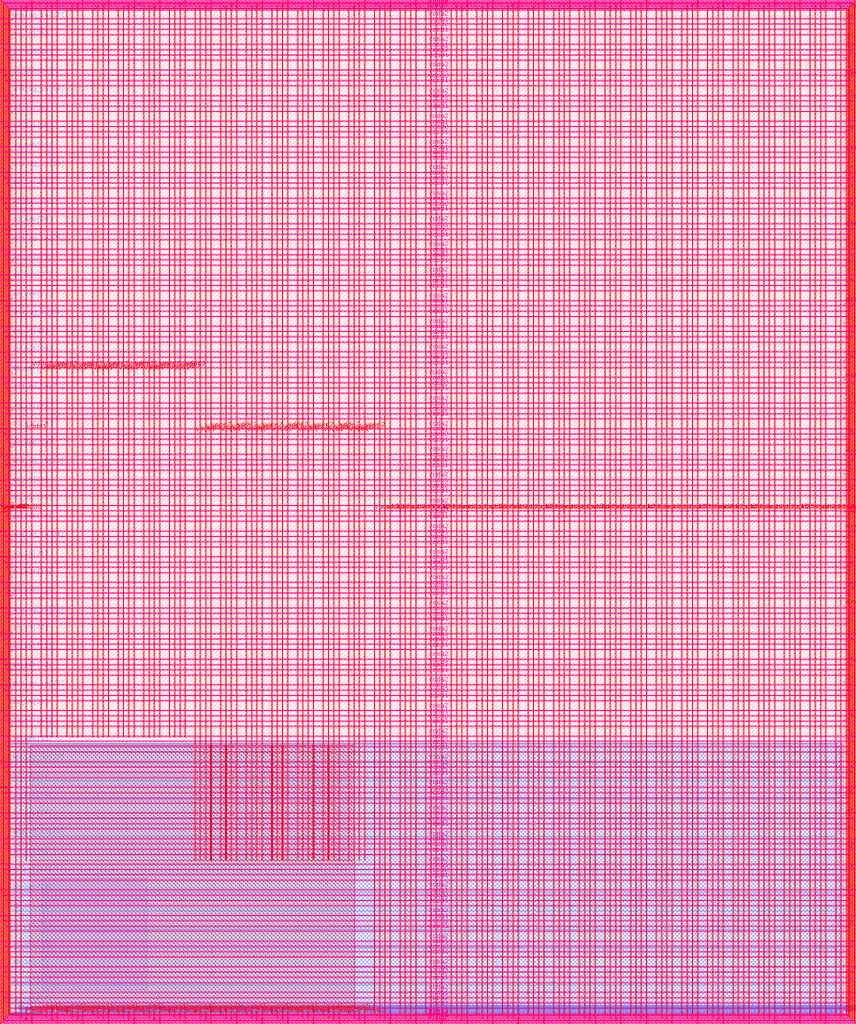
<source format=lef>
VERSION 5.7 ;
  NOWIREEXTENSIONATPIN ON ;
  DIVIDERCHAR "/" ;
  BUSBITCHARS "[]" ;
MACRO user_project_wrapper
  CLASS BLOCK ;
  FOREIGN user_project_wrapper ;
  ORIGIN 0.000 0.000 ;
  SIZE 2920.000 BY 3520.000 ;
  PIN analog_io[0]
    DIRECTION INOUT ;
    USE SIGNAL ;
    PORT
      LAYER met3 ;
        RECT 2917.600 1426.380 2924.800 1427.580 ;
    END
  END analog_io[0]
  PIN analog_io[10]
    DIRECTION INOUT ;
    USE SIGNAL ;
    PORT
      LAYER met2 ;
        RECT 2230.490 3517.600 2231.050 3524.800 ;
    END
  END analog_io[10]
  PIN analog_io[11]
    DIRECTION INOUT ;
    USE SIGNAL ;
    PORT
      LAYER met2 ;
        RECT 1905.730 3517.600 1906.290 3524.800 ;
    END
  END analog_io[11]
  PIN analog_io[12]
    DIRECTION INOUT ;
    USE SIGNAL ;
    PORT
      LAYER met2 ;
        RECT 1581.430 3517.600 1581.990 3524.800 ;
    END
  END analog_io[12]
  PIN analog_io[13]
    DIRECTION INOUT ;
    USE SIGNAL ;
    PORT
      LAYER met2 ;
        RECT 1257.130 3517.600 1257.690 3524.800 ;
    END
  END analog_io[13]
  PIN analog_io[14]
    DIRECTION INOUT ;
    USE SIGNAL ;
    PORT
      LAYER met2 ;
        RECT 932.370 3517.600 932.930 3524.800 ;
    END
  END analog_io[14]
  PIN analog_io[15]
    DIRECTION INOUT ;
    USE SIGNAL ;
    PORT
      LAYER met2 ;
        RECT 608.070 3517.600 608.630 3524.800 ;
    END
  END analog_io[15]
  PIN analog_io[16]
    DIRECTION INOUT ;
    USE SIGNAL ;
    PORT
      LAYER met2 ;
        RECT 283.770 3517.600 284.330 3524.800 ;
    END
  END analog_io[16]
  PIN analog_io[17]
    DIRECTION INOUT ;
    USE SIGNAL ;
    PORT
      LAYER met3 ;
        RECT -4.800 3486.100 2.400 3487.300 ;
    END
  END analog_io[17]
  PIN analog_io[18]
    DIRECTION INOUT ;
    USE SIGNAL ;
    PORT
      LAYER met3 ;
        RECT -4.800 3224.980 2.400 3226.180 ;
    END
  END analog_io[18]
  PIN analog_io[19]
    DIRECTION INOUT ;
    USE SIGNAL ;
    PORT
      LAYER met3 ;
        RECT -4.800 2964.540 2.400 2965.740 ;
    END
  END analog_io[19]
  PIN analog_io[1]
    DIRECTION INOUT ;
    USE SIGNAL ;
    PORT
      LAYER met3 ;
        RECT 2917.600 1692.260 2924.800 1693.460 ;
    END
  END analog_io[1]
  PIN analog_io[20]
    DIRECTION INOUT ;
    USE SIGNAL ;
    PORT
      LAYER met3 ;
        RECT -4.800 2703.420 2.400 2704.620 ;
    END
  END analog_io[20]
  PIN analog_io[21]
    DIRECTION INOUT ;
    USE SIGNAL ;
    PORT
      LAYER met3 ;
        RECT -4.800 2442.980 2.400 2444.180 ;
    END
  END analog_io[21]
  PIN analog_io[22]
    DIRECTION INOUT ;
    USE SIGNAL ;
    PORT
      LAYER met3 ;
        RECT -4.800 2182.540 2.400 2183.740 ;
    END
  END analog_io[22]
  PIN analog_io[23]
    DIRECTION INOUT ;
    USE SIGNAL ;
    PORT
      LAYER met3 ;
        RECT -4.800 1921.420 2.400 1922.620 ;
    END
  END analog_io[23]
  PIN analog_io[24]
    DIRECTION INOUT ;
    USE SIGNAL ;
    PORT
      LAYER met3 ;
        RECT -4.800 1660.980 2.400 1662.180 ;
    END
  END analog_io[24]
  PIN analog_io[25]
    DIRECTION INOUT ;
    USE SIGNAL ;
    PORT
      LAYER met3 ;
        RECT -4.800 1399.860 2.400 1401.060 ;
    END
  END analog_io[25]
  PIN analog_io[26]
    DIRECTION INOUT ;
    USE SIGNAL ;
    PORT
      LAYER met3 ;
        RECT -4.800 1139.420 2.400 1140.620 ;
    END
  END analog_io[26]
  PIN analog_io[27]
    DIRECTION INOUT ;
    USE SIGNAL ;
    PORT
      LAYER met3 ;
        RECT -4.800 878.980 2.400 880.180 ;
    END
  END analog_io[27]
  PIN analog_io[28]
    DIRECTION INOUT ;
    USE SIGNAL ;
    PORT
      LAYER met3 ;
        RECT -4.800 617.860 2.400 619.060 ;
    END
  END analog_io[28]
  PIN analog_io[2]
    DIRECTION INOUT ;
    USE SIGNAL ;
    PORT
      LAYER met3 ;
        RECT 2917.600 1958.140 2924.800 1959.340 ;
    END
  END analog_io[2]
  PIN analog_io[3]
    DIRECTION INOUT ;
    USE SIGNAL ;
    PORT
      LAYER met3 ;
        RECT 2917.600 2223.340 2924.800 2224.540 ;
    END
  END analog_io[3]
  PIN analog_io[4]
    DIRECTION INOUT ;
    USE SIGNAL ;
    PORT
      LAYER met3 ;
        RECT 2917.600 2489.220 2924.800 2490.420 ;
    END
  END analog_io[4]
  PIN analog_io[5]
    DIRECTION INOUT ;
    USE SIGNAL ;
    PORT
      LAYER met3 ;
        RECT 2917.600 2755.100 2924.800 2756.300 ;
    END
  END analog_io[5]
  PIN analog_io[6]
    DIRECTION INOUT ;
    USE SIGNAL ;
    PORT
      LAYER met3 ;
        RECT 2917.600 3020.300 2924.800 3021.500 ;
    END
  END analog_io[6]
  PIN analog_io[7]
    DIRECTION INOUT ;
    USE SIGNAL ;
    PORT
      LAYER met3 ;
        RECT 2917.600 3286.180 2924.800 3287.380 ;
    END
  END analog_io[7]
  PIN analog_io[8]
    DIRECTION INOUT ;
    USE SIGNAL ;
    PORT
      LAYER met2 ;
        RECT 2879.090 3517.600 2879.650 3524.800 ;
    END
  END analog_io[8]
  PIN analog_io[9]
    DIRECTION INOUT ;
    USE SIGNAL ;
    PORT
      LAYER met2 ;
        RECT 2554.790 3517.600 2555.350 3524.800 ;
    END
  END analog_io[9]
  PIN io_in[0]
    DIRECTION INPUT ;
    USE SIGNAL ;
    PORT
      LAYER met3 ;
        RECT 2917.600 32.380 2924.800 33.580 ;
    END
  END io_in[0]
  PIN io_in[10]
    DIRECTION INPUT ;
    USE SIGNAL ;
    PORT
      LAYER met3 ;
        RECT 2917.600 2289.980 2924.800 2291.180 ;
    END
  END io_in[10]
  PIN io_in[11]
    DIRECTION INPUT ;
    USE SIGNAL ;
    PORT
      LAYER met3 ;
        RECT 2917.600 2555.860 2924.800 2557.060 ;
    END
  END io_in[11]
  PIN io_in[12]
    DIRECTION INPUT ;
    USE SIGNAL ;
    PORT
      LAYER met3 ;
        RECT 2917.600 2821.060 2924.800 2822.260 ;
    END
  END io_in[12]
  PIN io_in[13]
    DIRECTION INPUT ;
    USE SIGNAL ;
    PORT
      LAYER met3 ;
        RECT 2917.600 3086.940 2924.800 3088.140 ;
    END
  END io_in[13]
  PIN io_in[14]
    DIRECTION INPUT ;
    USE SIGNAL ;
    PORT
      LAYER met3 ;
        RECT 2917.600 3352.820 2924.800 3354.020 ;
    END
  END io_in[14]
  PIN io_in[15]
    DIRECTION INPUT ;
    USE SIGNAL ;
    PORT
      LAYER met2 ;
        RECT 2798.130 3517.600 2798.690 3524.800 ;
    END
  END io_in[15]
  PIN io_in[16]
    DIRECTION INPUT ;
    USE SIGNAL ;
    PORT
      LAYER met2 ;
        RECT 2473.830 3517.600 2474.390 3524.800 ;
    END
  END io_in[16]
  PIN io_in[17]
    DIRECTION INPUT ;
    USE SIGNAL ;
    PORT
      LAYER met2 ;
        RECT 2149.070 3517.600 2149.630 3524.800 ;
    END
  END io_in[17]
  PIN io_in[18]
    DIRECTION INPUT ;
    USE SIGNAL ;
    PORT
      LAYER met2 ;
        RECT 1824.770 3517.600 1825.330 3524.800 ;
    END
  END io_in[18]
  PIN io_in[19]
    DIRECTION INPUT ;
    USE SIGNAL ;
    PORT
      LAYER met2 ;
        RECT 1500.470 3517.600 1501.030 3524.800 ;
    END
  END io_in[19]
  PIN io_in[1]
    DIRECTION INPUT ;
    USE SIGNAL ;
    PORT
      LAYER met3 ;
        RECT 2917.600 230.940 2924.800 232.140 ;
    END
  END io_in[1]
  PIN io_in[20]
    DIRECTION INPUT ;
    USE SIGNAL ;
    PORT
      LAYER met2 ;
        RECT 1175.710 3517.600 1176.270 3524.800 ;
    END
  END io_in[20]
  PIN io_in[21]
    DIRECTION INPUT ;
    USE SIGNAL ;
    PORT
      LAYER met2 ;
        RECT 851.410 3517.600 851.970 3524.800 ;
    END
  END io_in[21]
  PIN io_in[22]
    DIRECTION INPUT ;
    USE SIGNAL ;
    PORT
      LAYER met2 ;
        RECT 527.110 3517.600 527.670 3524.800 ;
    END
  END io_in[22]
  PIN io_in[23]
    DIRECTION INPUT ;
    USE SIGNAL ;
    PORT
      LAYER met2 ;
        RECT 202.350 3517.600 202.910 3524.800 ;
    END
  END io_in[23]
  PIN io_in[24]
    DIRECTION INPUT ;
    USE SIGNAL ;
    PORT
      LAYER met3 ;
        RECT -4.800 3420.820 2.400 3422.020 ;
    END
  END io_in[24]
  PIN io_in[25]
    DIRECTION INPUT ;
    USE SIGNAL ;
    PORT
      LAYER met3 ;
        RECT -4.800 3159.700 2.400 3160.900 ;
    END
  END io_in[25]
  PIN io_in[26]
    DIRECTION INPUT ;
    USE SIGNAL ;
    PORT
      LAYER met3 ;
        RECT -4.800 2899.260 2.400 2900.460 ;
    END
  END io_in[26]
  PIN io_in[27]
    DIRECTION INPUT ;
    USE SIGNAL ;
    PORT
      LAYER met3 ;
        RECT -4.800 2638.820 2.400 2640.020 ;
    END
  END io_in[27]
  PIN io_in[28]
    DIRECTION INPUT ;
    USE SIGNAL ;
    PORT
      LAYER met3 ;
        RECT -4.800 2377.700 2.400 2378.900 ;
    END
  END io_in[28]
  PIN io_in[29]
    DIRECTION INPUT ;
    USE SIGNAL ;
    PORT
      LAYER met3 ;
        RECT -4.800 2117.260 2.400 2118.460 ;
    END
  END io_in[29]
  PIN io_in[2]
    DIRECTION INPUT ;
    USE SIGNAL ;
    PORT
      LAYER met3 ;
        RECT 2917.600 430.180 2924.800 431.380 ;
    END
  END io_in[2]
  PIN io_in[30]
    DIRECTION INPUT ;
    USE SIGNAL ;
    PORT
      LAYER met3 ;
        RECT -4.800 1856.140 2.400 1857.340 ;
    END
  END io_in[30]
  PIN io_in[31]
    DIRECTION INPUT ;
    USE SIGNAL ;
    PORT
      LAYER met3 ;
        RECT -4.800 1595.700 2.400 1596.900 ;
    END
  END io_in[31]
  PIN io_in[32]
    DIRECTION INPUT ;
    USE SIGNAL ;
    PORT
      LAYER met3 ;
        RECT -4.800 1335.260 2.400 1336.460 ;
    END
  END io_in[32]
  PIN io_in[33]
    DIRECTION INPUT ;
    USE SIGNAL ;
    PORT
      LAYER met3 ;
        RECT -4.800 1074.140 2.400 1075.340 ;
    END
  END io_in[33]
  PIN io_in[34]
    DIRECTION INPUT ;
    USE SIGNAL ;
    PORT
      LAYER met3 ;
        RECT -4.800 813.700 2.400 814.900 ;
    END
  END io_in[34]
  PIN io_in[35]
    DIRECTION INPUT ;
    USE SIGNAL ;
    PORT
      LAYER met3 ;
        RECT -4.800 552.580 2.400 553.780 ;
    END
  END io_in[35]
  PIN io_in[36]
    DIRECTION INPUT ;
    USE SIGNAL ;
    PORT
      LAYER met3 ;
        RECT -4.800 357.420 2.400 358.620 ;
    END
  END io_in[36]
  PIN io_in[37]
    DIRECTION INPUT ;
    USE SIGNAL ;
    PORT
      LAYER met3 ;
        RECT -4.800 161.580 2.400 162.780 ;
    END
  END io_in[37]
  PIN io_in[3]
    DIRECTION INPUT ;
    USE SIGNAL ;
    PORT
      LAYER met3 ;
        RECT 2917.600 629.420 2924.800 630.620 ;
    END
  END io_in[3]
  PIN io_in[4]
    DIRECTION INPUT ;
    USE SIGNAL ;
    PORT
      LAYER met3 ;
        RECT 2917.600 828.660 2924.800 829.860 ;
    END
  END io_in[4]
  PIN io_in[5]
    DIRECTION INPUT ;
    USE SIGNAL ;
    PORT
      LAYER met3 ;
        RECT 2917.600 1027.900 2924.800 1029.100 ;
    END
  END io_in[5]
  PIN io_in[6]
    DIRECTION INPUT ;
    USE SIGNAL ;
    PORT
      LAYER met3 ;
        RECT 2917.600 1227.140 2924.800 1228.340 ;
    END
  END io_in[6]
  PIN io_in[7]
    DIRECTION INPUT ;
    USE SIGNAL ;
    PORT
      LAYER met3 ;
        RECT 2917.600 1493.020 2924.800 1494.220 ;
    END
  END io_in[7]
  PIN io_in[8]
    DIRECTION INPUT ;
    USE SIGNAL ;
    PORT
      LAYER met3 ;
        RECT 2917.600 1758.900 2924.800 1760.100 ;
    END
  END io_in[8]
  PIN io_in[9]
    DIRECTION INPUT ;
    USE SIGNAL ;
    PORT
      LAYER met3 ;
        RECT 2917.600 2024.100 2924.800 2025.300 ;
    END
  END io_in[9]
  PIN io_oeb[0]
    DIRECTION OUTPUT TRISTATE ;
    USE SIGNAL ;
    PORT
      LAYER met3 ;
        RECT 2917.600 164.980 2924.800 166.180 ;
    END
  END io_oeb[0]
  PIN io_oeb[10]
    DIRECTION OUTPUT TRISTATE ;
    USE SIGNAL ;
    PORT
      LAYER met3 ;
        RECT 2917.600 2422.580 2924.800 2423.780 ;
    END
  END io_oeb[10]
  PIN io_oeb[11]
    DIRECTION OUTPUT TRISTATE ;
    USE SIGNAL ;
    PORT
      LAYER met3 ;
        RECT 2917.600 2688.460 2924.800 2689.660 ;
    END
  END io_oeb[11]
  PIN io_oeb[12]
    DIRECTION OUTPUT TRISTATE ;
    USE SIGNAL ;
    PORT
      LAYER met3 ;
        RECT 2917.600 2954.340 2924.800 2955.540 ;
    END
  END io_oeb[12]
  PIN io_oeb[13]
    DIRECTION OUTPUT TRISTATE ;
    USE SIGNAL ;
    PORT
      LAYER met3 ;
        RECT 2917.600 3219.540 2924.800 3220.740 ;
    END
  END io_oeb[13]
  PIN io_oeb[14]
    DIRECTION OUTPUT TRISTATE ;
    USE SIGNAL ;
    PORT
      LAYER met3 ;
        RECT 2917.600 3485.420 2924.800 3486.620 ;
    END
  END io_oeb[14]
  PIN io_oeb[15]
    DIRECTION OUTPUT TRISTATE ;
    USE SIGNAL ;
    PORT
      LAYER met2 ;
        RECT 2635.750 3517.600 2636.310 3524.800 ;
    END
  END io_oeb[15]
  PIN io_oeb[16]
    DIRECTION OUTPUT TRISTATE ;
    USE SIGNAL ;
    PORT
      LAYER met2 ;
        RECT 2311.450 3517.600 2312.010 3524.800 ;
    END
  END io_oeb[16]
  PIN io_oeb[17]
    DIRECTION OUTPUT TRISTATE ;
    USE SIGNAL ;
    PORT
      LAYER met2 ;
        RECT 1987.150 3517.600 1987.710 3524.800 ;
    END
  END io_oeb[17]
  PIN io_oeb[18]
    DIRECTION OUTPUT TRISTATE ;
    USE SIGNAL ;
    PORT
      LAYER met2 ;
        RECT 1662.390 3517.600 1662.950 3524.800 ;
    END
  END io_oeb[18]
  PIN io_oeb[19]
    DIRECTION OUTPUT TRISTATE ;
    USE SIGNAL ;
    PORT
      LAYER met2 ;
        RECT 1338.090 3517.600 1338.650 3524.800 ;
    END
  END io_oeb[19]
  PIN io_oeb[1]
    DIRECTION OUTPUT TRISTATE ;
    USE SIGNAL ;
    PORT
      LAYER met3 ;
        RECT 2917.600 364.220 2924.800 365.420 ;
    END
  END io_oeb[1]
  PIN io_oeb[20]
    DIRECTION OUTPUT TRISTATE ;
    USE SIGNAL ;
    PORT
      LAYER met2 ;
        RECT 1013.790 3517.600 1014.350 3524.800 ;
    END
  END io_oeb[20]
  PIN io_oeb[21]
    DIRECTION OUTPUT TRISTATE ;
    USE SIGNAL ;
    PORT
      LAYER met2 ;
        RECT 689.030 3517.600 689.590 3524.800 ;
    END
  END io_oeb[21]
  PIN io_oeb[22]
    DIRECTION OUTPUT TRISTATE ;
    USE SIGNAL ;
    PORT
      LAYER met2 ;
        RECT 364.730 3517.600 365.290 3524.800 ;
    END
  END io_oeb[22]
  PIN io_oeb[23]
    DIRECTION OUTPUT TRISTATE ;
    USE SIGNAL ;
    PORT
      LAYER met2 ;
        RECT 40.430 3517.600 40.990 3524.800 ;
    END
  END io_oeb[23]
  PIN io_oeb[24]
    DIRECTION OUTPUT TRISTATE ;
    USE SIGNAL ;
    PORT
      LAYER met3 ;
        RECT -4.800 3290.260 2.400 3291.460 ;
    END
  END io_oeb[24]
  PIN io_oeb[25]
    DIRECTION OUTPUT TRISTATE ;
    USE SIGNAL ;
    PORT
      LAYER met3 ;
        RECT -4.800 3029.820 2.400 3031.020 ;
    END
  END io_oeb[25]
  PIN io_oeb[26]
    DIRECTION OUTPUT TRISTATE ;
    USE SIGNAL ;
    PORT
      LAYER met3 ;
        RECT -4.800 2768.700 2.400 2769.900 ;
    END
  END io_oeb[26]
  PIN io_oeb[27]
    DIRECTION OUTPUT TRISTATE ;
    USE SIGNAL ;
    PORT
      LAYER met3 ;
        RECT -4.800 2508.260 2.400 2509.460 ;
    END
  END io_oeb[27]
  PIN io_oeb[28]
    DIRECTION OUTPUT TRISTATE ;
    USE SIGNAL ;
    PORT
      LAYER met3 ;
        RECT -4.800 2247.140 2.400 2248.340 ;
    END
  END io_oeb[28]
  PIN io_oeb[29]
    DIRECTION OUTPUT TRISTATE ;
    USE SIGNAL ;
    PORT
      LAYER met3 ;
        RECT -4.800 1986.700 2.400 1987.900 ;
    END
  END io_oeb[29]
  PIN io_oeb[2]
    DIRECTION OUTPUT TRISTATE ;
    USE SIGNAL ;
    PORT
      LAYER met3 ;
        RECT 2917.600 563.460 2924.800 564.660 ;
    END
  END io_oeb[2]
  PIN io_oeb[30]
    DIRECTION OUTPUT TRISTATE ;
    USE SIGNAL ;
    PORT
      LAYER met3 ;
        RECT -4.800 1726.260 2.400 1727.460 ;
    END
  END io_oeb[30]
  PIN io_oeb[31]
    DIRECTION OUTPUT TRISTATE ;
    USE SIGNAL ;
    PORT
      LAYER met3 ;
        RECT -4.800 1465.140 2.400 1466.340 ;
    END
  END io_oeb[31]
  PIN io_oeb[32]
    DIRECTION OUTPUT TRISTATE ;
    USE SIGNAL ;
    PORT
      LAYER met3 ;
        RECT -4.800 1204.700 2.400 1205.900 ;
    END
  END io_oeb[32]
  PIN io_oeb[33]
    DIRECTION OUTPUT TRISTATE ;
    USE SIGNAL ;
    PORT
      LAYER met3 ;
        RECT -4.800 943.580 2.400 944.780 ;
    END
  END io_oeb[33]
  PIN io_oeb[34]
    DIRECTION OUTPUT TRISTATE ;
    USE SIGNAL ;
    PORT
      LAYER met3 ;
        RECT -4.800 683.140 2.400 684.340 ;
    END
  END io_oeb[34]
  PIN io_oeb[35]
    DIRECTION OUTPUT TRISTATE ;
    USE SIGNAL ;
    PORT
      LAYER met3 ;
        RECT -4.800 422.700 2.400 423.900 ;
    END
  END io_oeb[35]
  PIN io_oeb[36]
    DIRECTION OUTPUT TRISTATE ;
    USE SIGNAL ;
    PORT
      LAYER met3 ;
        RECT -4.800 226.860 2.400 228.060 ;
    END
  END io_oeb[36]
  PIN io_oeb[37]
    DIRECTION OUTPUT TRISTATE ;
    USE SIGNAL ;
    PORT
      LAYER met3 ;
        RECT -4.800 31.700 2.400 32.900 ;
    END
  END io_oeb[37]
  PIN io_oeb[3]
    DIRECTION OUTPUT TRISTATE ;
    USE SIGNAL ;
    PORT
      LAYER met3 ;
        RECT 2917.600 762.700 2924.800 763.900 ;
    END
  END io_oeb[3]
  PIN io_oeb[4]
    DIRECTION OUTPUT TRISTATE ;
    USE SIGNAL ;
    PORT
      LAYER met3 ;
        RECT 2917.600 961.940 2924.800 963.140 ;
    END
  END io_oeb[4]
  PIN io_oeb[5]
    DIRECTION OUTPUT TRISTATE ;
    USE SIGNAL ;
    PORT
      LAYER met3 ;
        RECT 2917.600 1161.180 2924.800 1162.380 ;
    END
  END io_oeb[5]
  PIN io_oeb[6]
    DIRECTION OUTPUT TRISTATE ;
    USE SIGNAL ;
    PORT
      LAYER met3 ;
        RECT 2917.600 1360.420 2924.800 1361.620 ;
    END
  END io_oeb[6]
  PIN io_oeb[7]
    DIRECTION OUTPUT TRISTATE ;
    USE SIGNAL ;
    PORT
      LAYER met3 ;
        RECT 2917.600 1625.620 2924.800 1626.820 ;
    END
  END io_oeb[7]
  PIN io_oeb[8]
    DIRECTION OUTPUT TRISTATE ;
    USE SIGNAL ;
    PORT
      LAYER met3 ;
        RECT 2917.600 1891.500 2924.800 1892.700 ;
    END
  END io_oeb[8]
  PIN io_oeb[9]
    DIRECTION OUTPUT TRISTATE ;
    USE SIGNAL ;
    PORT
      LAYER met3 ;
        RECT 2917.600 2157.380 2924.800 2158.580 ;
    END
  END io_oeb[9]
  PIN io_out[0]
    DIRECTION OUTPUT TRISTATE ;
    USE SIGNAL ;
    PORT
      LAYER met3 ;
        RECT 2917.600 98.340 2924.800 99.540 ;
    END
  END io_out[0]
  PIN io_out[10]
    DIRECTION OUTPUT TRISTATE ;
    USE SIGNAL ;
    PORT
      LAYER met3 ;
        RECT 2917.600 2356.620 2924.800 2357.820 ;
    END
  END io_out[10]
  PIN io_out[11]
    DIRECTION OUTPUT TRISTATE ;
    USE SIGNAL ;
    PORT
      LAYER met3 ;
        RECT 2917.600 2621.820 2924.800 2623.020 ;
    END
  END io_out[11]
  PIN io_out[12]
    DIRECTION OUTPUT TRISTATE ;
    USE SIGNAL ;
    PORT
      LAYER met3 ;
        RECT 2917.600 2887.700 2924.800 2888.900 ;
    END
  END io_out[12]
  PIN io_out[13]
    DIRECTION OUTPUT TRISTATE ;
    USE SIGNAL ;
    PORT
      LAYER met3 ;
        RECT 2917.600 3153.580 2924.800 3154.780 ;
    END
  END io_out[13]
  PIN io_out[14]
    DIRECTION OUTPUT TRISTATE ;
    USE SIGNAL ;
    PORT
      LAYER met3 ;
        RECT 2917.600 3418.780 2924.800 3419.980 ;
    END
  END io_out[14]
  PIN io_out[15]
    DIRECTION OUTPUT TRISTATE ;
    USE SIGNAL ;
    PORT
      LAYER met2 ;
        RECT 2717.170 3517.600 2717.730 3524.800 ;
    END
  END io_out[15]
  PIN io_out[16]
    DIRECTION OUTPUT TRISTATE ;
    USE SIGNAL ;
    PORT
      LAYER met2 ;
        RECT 2392.410 3517.600 2392.970 3524.800 ;
    END
  END io_out[16]
  PIN io_out[17]
    DIRECTION OUTPUT TRISTATE ;
    USE SIGNAL ;
    PORT
      LAYER met2 ;
        RECT 2068.110 3517.600 2068.670 3524.800 ;
    END
  END io_out[17]
  PIN io_out[18]
    DIRECTION OUTPUT TRISTATE ;
    USE SIGNAL ;
    PORT
      LAYER met2 ;
        RECT 1743.810 3517.600 1744.370 3524.800 ;
    END
  END io_out[18]
  PIN io_out[19]
    DIRECTION OUTPUT TRISTATE ;
    USE SIGNAL ;
    PORT
      LAYER met2 ;
        RECT 1419.050 3517.600 1419.610 3524.800 ;
    END
  END io_out[19]
  PIN io_out[1]
    DIRECTION OUTPUT TRISTATE ;
    USE SIGNAL ;
    PORT
      LAYER met3 ;
        RECT 2917.600 297.580 2924.800 298.780 ;
    END
  END io_out[1]
  PIN io_out[20]
    DIRECTION OUTPUT TRISTATE ;
    USE SIGNAL ;
    PORT
      LAYER met2 ;
        RECT 1094.750 3517.600 1095.310 3524.800 ;
    END
  END io_out[20]
  PIN io_out[21]
    DIRECTION OUTPUT TRISTATE ;
    USE SIGNAL ;
    PORT
      LAYER met2 ;
        RECT 770.450 3517.600 771.010 3524.800 ;
    END
  END io_out[21]
  PIN io_out[22]
    DIRECTION OUTPUT TRISTATE ;
    USE SIGNAL ;
    PORT
      LAYER met2 ;
        RECT 445.690 3517.600 446.250 3524.800 ;
    END
  END io_out[22]
  PIN io_out[23]
    DIRECTION OUTPUT TRISTATE ;
    USE SIGNAL ;
    PORT
      LAYER met2 ;
        RECT 121.390 3517.600 121.950 3524.800 ;
    END
  END io_out[23]
  PIN io_out[24]
    DIRECTION OUTPUT TRISTATE ;
    USE SIGNAL ;
    PORT
      LAYER met3 ;
        RECT -4.800 3355.540 2.400 3356.740 ;
    END
  END io_out[24]
  PIN io_out[25]
    DIRECTION OUTPUT TRISTATE ;
    USE SIGNAL ;
    PORT
      LAYER met3 ;
        RECT -4.800 3095.100 2.400 3096.300 ;
    END
  END io_out[25]
  PIN io_out[26]
    DIRECTION OUTPUT TRISTATE ;
    USE SIGNAL ;
    PORT
      LAYER met3 ;
        RECT -4.800 2833.980 2.400 2835.180 ;
    END
  END io_out[26]
  PIN io_out[27]
    DIRECTION OUTPUT TRISTATE ;
    USE SIGNAL ;
    PORT
      LAYER met3 ;
        RECT -4.800 2573.540 2.400 2574.740 ;
    END
  END io_out[27]
  PIN io_out[28]
    DIRECTION OUTPUT TRISTATE ;
    USE SIGNAL ;
    PORT
      LAYER met3 ;
        RECT -4.800 2312.420 2.400 2313.620 ;
    END
  END io_out[28]
  PIN io_out[29]
    DIRECTION OUTPUT TRISTATE ;
    USE SIGNAL ;
    PORT
      LAYER met3 ;
        RECT -4.800 2051.980 2.400 2053.180 ;
    END
  END io_out[29]
  PIN io_out[2]
    DIRECTION OUTPUT TRISTATE ;
    USE SIGNAL ;
    PORT
      LAYER met3 ;
        RECT 2917.600 496.820 2924.800 498.020 ;
    END
  END io_out[2]
  PIN io_out[30]
    DIRECTION OUTPUT TRISTATE ;
    USE SIGNAL ;
    PORT
      LAYER met3 ;
        RECT -4.800 1791.540 2.400 1792.740 ;
    END
  END io_out[30]
  PIN io_out[31]
    DIRECTION OUTPUT TRISTATE ;
    USE SIGNAL ;
    PORT
      LAYER met3 ;
        RECT -4.800 1530.420 2.400 1531.620 ;
    END
  END io_out[31]
  PIN io_out[32]
    DIRECTION OUTPUT TRISTATE ;
    USE SIGNAL ;
    PORT
      LAYER met3 ;
        RECT -4.800 1269.980 2.400 1271.180 ;
    END
  END io_out[32]
  PIN io_out[33]
    DIRECTION OUTPUT TRISTATE ;
    USE SIGNAL ;
    PORT
      LAYER met3 ;
        RECT -4.800 1008.860 2.400 1010.060 ;
    END
  END io_out[33]
  PIN io_out[34]
    DIRECTION OUTPUT TRISTATE ;
    USE SIGNAL ;
    PORT
      LAYER met3 ;
        RECT -4.800 748.420 2.400 749.620 ;
    END
  END io_out[34]
  PIN io_out[35]
    DIRECTION OUTPUT TRISTATE ;
    USE SIGNAL ;
    PORT
      LAYER met3 ;
        RECT -4.800 487.300 2.400 488.500 ;
    END
  END io_out[35]
  PIN io_out[36]
    DIRECTION OUTPUT TRISTATE ;
    USE SIGNAL ;
    PORT
      LAYER met3 ;
        RECT -4.800 292.140 2.400 293.340 ;
    END
  END io_out[36]
  PIN io_out[37]
    DIRECTION OUTPUT TRISTATE ;
    USE SIGNAL ;
    PORT
      LAYER met3 ;
        RECT -4.800 96.300 2.400 97.500 ;
    END
  END io_out[37]
  PIN io_out[3]
    DIRECTION OUTPUT TRISTATE ;
    USE SIGNAL ;
    PORT
      LAYER met3 ;
        RECT 2917.600 696.060 2924.800 697.260 ;
    END
  END io_out[3]
  PIN io_out[4]
    DIRECTION OUTPUT TRISTATE ;
    USE SIGNAL ;
    PORT
      LAYER met3 ;
        RECT 2917.600 895.300 2924.800 896.500 ;
    END
  END io_out[4]
  PIN io_out[5]
    DIRECTION OUTPUT TRISTATE ;
    USE SIGNAL ;
    PORT
      LAYER met3 ;
        RECT 2917.600 1094.540 2924.800 1095.740 ;
    END
  END io_out[5]
  PIN io_out[6]
    DIRECTION OUTPUT TRISTATE ;
    USE SIGNAL ;
    PORT
      LAYER met3 ;
        RECT 2917.600 1293.780 2924.800 1294.980 ;
    END
  END io_out[6]
  PIN io_out[7]
    DIRECTION OUTPUT TRISTATE ;
    USE SIGNAL ;
    PORT
      LAYER met3 ;
        RECT 2917.600 1559.660 2924.800 1560.860 ;
    END
  END io_out[7]
  PIN io_out[8]
    DIRECTION OUTPUT TRISTATE ;
    USE SIGNAL ;
    PORT
      LAYER met3 ;
        RECT 2917.600 1824.860 2924.800 1826.060 ;
    END
  END io_out[8]
  PIN io_out[9]
    DIRECTION OUTPUT TRISTATE ;
    USE SIGNAL ;
    PORT
      LAYER met3 ;
        RECT 2917.600 2090.740 2924.800 2091.940 ;
    END
  END io_out[9]
  PIN la_data_in[0]
    DIRECTION INPUT ;
    USE SIGNAL ;
    PORT
      LAYER met2 ;
        RECT 629.230 -4.800 629.790 2.400 ;
    END
  END la_data_in[0]
  PIN la_data_in[100]
    DIRECTION INPUT ;
    USE SIGNAL ;
    PORT
      LAYER met2 ;
        RECT 2402.530 -4.800 2403.090 2.400 ;
    END
  END la_data_in[100]
  PIN la_data_in[101]
    DIRECTION INPUT ;
    USE SIGNAL ;
    PORT
      LAYER met2 ;
        RECT 2420.010 -4.800 2420.570 2.400 ;
    END
  END la_data_in[101]
  PIN la_data_in[102]
    DIRECTION INPUT ;
    USE SIGNAL ;
    PORT
      LAYER met2 ;
        RECT 2437.950 -4.800 2438.510 2.400 ;
    END
  END la_data_in[102]
  PIN la_data_in[103]
    DIRECTION INPUT ;
    USE SIGNAL ;
    PORT
      LAYER met2 ;
        RECT 2455.430 -4.800 2455.990 2.400 ;
    END
  END la_data_in[103]
  PIN la_data_in[104]
    DIRECTION INPUT ;
    USE SIGNAL ;
    PORT
      LAYER met2 ;
        RECT 2473.370 -4.800 2473.930 2.400 ;
    END
  END la_data_in[104]
  PIN la_data_in[105]
    DIRECTION INPUT ;
    USE SIGNAL ;
    PORT
      LAYER met2 ;
        RECT 2490.850 -4.800 2491.410 2.400 ;
    END
  END la_data_in[105]
  PIN la_data_in[106]
    DIRECTION INPUT ;
    USE SIGNAL ;
    PORT
      LAYER met2 ;
        RECT 2508.790 -4.800 2509.350 2.400 ;
    END
  END la_data_in[106]
  PIN la_data_in[107]
    DIRECTION INPUT ;
    USE SIGNAL ;
    PORT
      LAYER met2 ;
        RECT 2526.730 -4.800 2527.290 2.400 ;
    END
  END la_data_in[107]
  PIN la_data_in[108]
    DIRECTION INPUT ;
    USE SIGNAL ;
    PORT
      LAYER met2 ;
        RECT 2544.210 -4.800 2544.770 2.400 ;
    END
  END la_data_in[108]
  PIN la_data_in[109]
    DIRECTION INPUT ;
    USE SIGNAL ;
    PORT
      LAYER met2 ;
        RECT 2562.150 -4.800 2562.710 2.400 ;
    END
  END la_data_in[109]
  PIN la_data_in[10]
    DIRECTION INPUT ;
    USE SIGNAL ;
    PORT
      LAYER met2 ;
        RECT 806.330 -4.800 806.890 2.400 ;
    END
  END la_data_in[10]
  PIN la_data_in[110]
    DIRECTION INPUT ;
    USE SIGNAL ;
    PORT
      LAYER met2 ;
        RECT 2579.630 -4.800 2580.190 2.400 ;
    END
  END la_data_in[110]
  PIN la_data_in[111]
    DIRECTION INPUT ;
    USE SIGNAL ;
    PORT
      LAYER met2 ;
        RECT 2597.570 -4.800 2598.130 2.400 ;
    END
  END la_data_in[111]
  PIN la_data_in[112]
    DIRECTION INPUT ;
    USE SIGNAL ;
    PORT
      LAYER met2 ;
        RECT 2615.050 -4.800 2615.610 2.400 ;
    END
  END la_data_in[112]
  PIN la_data_in[113]
    DIRECTION INPUT ;
    USE SIGNAL ;
    PORT
      LAYER met2 ;
        RECT 2632.990 -4.800 2633.550 2.400 ;
    END
  END la_data_in[113]
  PIN la_data_in[114]
    DIRECTION INPUT ;
    USE SIGNAL ;
    PORT
      LAYER met2 ;
        RECT 2650.470 -4.800 2651.030 2.400 ;
    END
  END la_data_in[114]
  PIN la_data_in[115]
    DIRECTION INPUT ;
    USE SIGNAL ;
    PORT
      LAYER met2 ;
        RECT 2668.410 -4.800 2668.970 2.400 ;
    END
  END la_data_in[115]
  PIN la_data_in[116]
    DIRECTION INPUT ;
    USE SIGNAL ;
    PORT
      LAYER met2 ;
        RECT 2685.890 -4.800 2686.450 2.400 ;
    END
  END la_data_in[116]
  PIN la_data_in[117]
    DIRECTION INPUT ;
    USE SIGNAL ;
    PORT
      LAYER met2 ;
        RECT 2703.830 -4.800 2704.390 2.400 ;
    END
  END la_data_in[117]
  PIN la_data_in[118]
    DIRECTION INPUT ;
    USE SIGNAL ;
    PORT
      LAYER met2 ;
        RECT 2721.770 -4.800 2722.330 2.400 ;
    END
  END la_data_in[118]
  PIN la_data_in[119]
    DIRECTION INPUT ;
    USE SIGNAL ;
    PORT
      LAYER met2 ;
        RECT 2739.250 -4.800 2739.810 2.400 ;
    END
  END la_data_in[119]
  PIN la_data_in[11]
    DIRECTION INPUT ;
    USE SIGNAL ;
    PORT
      LAYER met2 ;
        RECT 824.270 -4.800 824.830 2.400 ;
    END
  END la_data_in[11]
  PIN la_data_in[120]
    DIRECTION INPUT ;
    USE SIGNAL ;
    PORT
      LAYER met2 ;
        RECT 2757.190 -4.800 2757.750 2.400 ;
    END
  END la_data_in[120]
  PIN la_data_in[121]
    DIRECTION INPUT ;
    USE SIGNAL ;
    PORT
      LAYER met2 ;
        RECT 2774.670 -4.800 2775.230 2.400 ;
    END
  END la_data_in[121]
  PIN la_data_in[122]
    DIRECTION INPUT ;
    USE SIGNAL ;
    PORT
      LAYER met2 ;
        RECT 2792.610 -4.800 2793.170 2.400 ;
    END
  END la_data_in[122]
  PIN la_data_in[123]
    DIRECTION INPUT ;
    USE SIGNAL ;
    PORT
      LAYER met2 ;
        RECT 2810.090 -4.800 2810.650 2.400 ;
    END
  END la_data_in[123]
  PIN la_data_in[124]
    DIRECTION INPUT ;
    USE SIGNAL ;
    PORT
      LAYER met2 ;
        RECT 2828.030 -4.800 2828.590 2.400 ;
    END
  END la_data_in[124]
  PIN la_data_in[125]
    DIRECTION INPUT ;
    USE SIGNAL ;
    PORT
      LAYER met2 ;
        RECT 2845.510 -4.800 2846.070 2.400 ;
    END
  END la_data_in[125]
  PIN la_data_in[126]
    DIRECTION INPUT ;
    USE SIGNAL ;
    PORT
      LAYER met2 ;
        RECT 2863.450 -4.800 2864.010 2.400 ;
    END
  END la_data_in[126]
  PIN la_data_in[127]
    DIRECTION INPUT ;
    USE SIGNAL ;
    PORT
      LAYER met2 ;
        RECT 2881.390 -4.800 2881.950 2.400 ;
    END
  END la_data_in[127]
  PIN la_data_in[12]
    DIRECTION INPUT ;
    USE SIGNAL ;
    PORT
      LAYER met2 ;
        RECT 841.750 -4.800 842.310 2.400 ;
    END
  END la_data_in[12]
  PIN la_data_in[13]
    DIRECTION INPUT ;
    USE SIGNAL ;
    PORT
      LAYER met2 ;
        RECT 859.690 -4.800 860.250 2.400 ;
    END
  END la_data_in[13]
  PIN la_data_in[14]
    DIRECTION INPUT ;
    USE SIGNAL ;
    PORT
      LAYER met2 ;
        RECT 877.170 -4.800 877.730 2.400 ;
    END
  END la_data_in[14]
  PIN la_data_in[15]
    DIRECTION INPUT ;
    USE SIGNAL ;
    PORT
      LAYER met2 ;
        RECT 895.110 -4.800 895.670 2.400 ;
    END
  END la_data_in[15]
  PIN la_data_in[16]
    DIRECTION INPUT ;
    USE SIGNAL ;
    PORT
      LAYER met2 ;
        RECT 912.590 -4.800 913.150 2.400 ;
    END
  END la_data_in[16]
  PIN la_data_in[17]
    DIRECTION INPUT ;
    USE SIGNAL ;
    PORT
      LAYER met2 ;
        RECT 930.530 -4.800 931.090 2.400 ;
    END
  END la_data_in[17]
  PIN la_data_in[18]
    DIRECTION INPUT ;
    USE SIGNAL ;
    PORT
      LAYER met2 ;
        RECT 948.470 -4.800 949.030 2.400 ;
    END
  END la_data_in[18]
  PIN la_data_in[19]
    DIRECTION INPUT ;
    USE SIGNAL ;
    PORT
      LAYER met2 ;
        RECT 965.950 -4.800 966.510 2.400 ;
    END
  END la_data_in[19]
  PIN la_data_in[1]
    DIRECTION INPUT ;
    USE SIGNAL ;
    PORT
      LAYER met2 ;
        RECT 646.710 -4.800 647.270 2.400 ;
    END
  END la_data_in[1]
  PIN la_data_in[20]
    DIRECTION INPUT ;
    USE SIGNAL ;
    PORT
      LAYER met2 ;
        RECT 983.890 -4.800 984.450 2.400 ;
    END
  END la_data_in[20]
  PIN la_data_in[21]
    DIRECTION INPUT ;
    USE SIGNAL ;
    PORT
      LAYER met2 ;
        RECT 1001.370 -4.800 1001.930 2.400 ;
    END
  END la_data_in[21]
  PIN la_data_in[22]
    DIRECTION INPUT ;
    USE SIGNAL ;
    PORT
      LAYER met2 ;
        RECT 1019.310 -4.800 1019.870 2.400 ;
    END
  END la_data_in[22]
  PIN la_data_in[23]
    DIRECTION INPUT ;
    USE SIGNAL ;
    PORT
      LAYER met2 ;
        RECT 1036.790 -4.800 1037.350 2.400 ;
    END
  END la_data_in[23]
  PIN la_data_in[24]
    DIRECTION INPUT ;
    USE SIGNAL ;
    PORT
      LAYER met2 ;
        RECT 1054.730 -4.800 1055.290 2.400 ;
    END
  END la_data_in[24]
  PIN la_data_in[25]
    DIRECTION INPUT ;
    USE SIGNAL ;
    PORT
      LAYER met2 ;
        RECT 1072.210 -4.800 1072.770 2.400 ;
    END
  END la_data_in[25]
  PIN la_data_in[26]
    DIRECTION INPUT ;
    USE SIGNAL ;
    PORT
      LAYER met2 ;
        RECT 1090.150 -4.800 1090.710 2.400 ;
    END
  END la_data_in[26]
  PIN la_data_in[27]
    DIRECTION INPUT ;
    USE SIGNAL ;
    PORT
      LAYER met2 ;
        RECT 1107.630 -4.800 1108.190 2.400 ;
    END
  END la_data_in[27]
  PIN la_data_in[28]
    DIRECTION INPUT ;
    USE SIGNAL ;
    PORT
      LAYER met2 ;
        RECT 1125.570 -4.800 1126.130 2.400 ;
    END
  END la_data_in[28]
  PIN la_data_in[29]
    DIRECTION INPUT ;
    USE SIGNAL ;
    PORT
      LAYER met2 ;
        RECT 1143.510 -4.800 1144.070 2.400 ;
    END
  END la_data_in[29]
  PIN la_data_in[2]
    DIRECTION INPUT ;
    USE SIGNAL ;
    PORT
      LAYER met2 ;
        RECT 664.650 -4.800 665.210 2.400 ;
    END
  END la_data_in[2]
  PIN la_data_in[30]
    DIRECTION INPUT ;
    USE SIGNAL ;
    PORT
      LAYER met2 ;
        RECT 1160.990 -4.800 1161.550 2.400 ;
    END
  END la_data_in[30]
  PIN la_data_in[31]
    DIRECTION INPUT ;
    USE SIGNAL ;
    PORT
      LAYER met2 ;
        RECT 1178.930 -4.800 1179.490 2.400 ;
    END
  END la_data_in[31]
  PIN la_data_in[32]
    DIRECTION INPUT ;
    USE SIGNAL ;
    PORT
      LAYER met2 ;
        RECT 1196.410 -4.800 1196.970 2.400 ;
    END
  END la_data_in[32]
  PIN la_data_in[33]
    DIRECTION INPUT ;
    USE SIGNAL ;
    PORT
      LAYER met2 ;
        RECT 1214.350 -4.800 1214.910 2.400 ;
    END
  END la_data_in[33]
  PIN la_data_in[34]
    DIRECTION INPUT ;
    USE SIGNAL ;
    PORT
      LAYER met2 ;
        RECT 1231.830 -4.800 1232.390 2.400 ;
    END
  END la_data_in[34]
  PIN la_data_in[35]
    DIRECTION INPUT ;
    USE SIGNAL ;
    PORT
      LAYER met2 ;
        RECT 1249.770 -4.800 1250.330 2.400 ;
    END
  END la_data_in[35]
  PIN la_data_in[36]
    DIRECTION INPUT ;
    USE SIGNAL ;
    PORT
      LAYER met2 ;
        RECT 1267.250 -4.800 1267.810 2.400 ;
    END
  END la_data_in[36]
  PIN la_data_in[37]
    DIRECTION INPUT ;
    USE SIGNAL ;
    PORT
      LAYER met2 ;
        RECT 1285.190 -4.800 1285.750 2.400 ;
    END
  END la_data_in[37]
  PIN la_data_in[38]
    DIRECTION INPUT ;
    USE SIGNAL ;
    PORT
      LAYER met2 ;
        RECT 1303.130 -4.800 1303.690 2.400 ;
    END
  END la_data_in[38]
  PIN la_data_in[39]
    DIRECTION INPUT ;
    USE SIGNAL ;
    PORT
      LAYER met2 ;
        RECT 1320.610 -4.800 1321.170 2.400 ;
    END
  END la_data_in[39]
  PIN la_data_in[3]
    DIRECTION INPUT ;
    USE SIGNAL ;
    PORT
      LAYER met2 ;
        RECT 682.130 -4.800 682.690 2.400 ;
    END
  END la_data_in[3]
  PIN la_data_in[40]
    DIRECTION INPUT ;
    USE SIGNAL ;
    PORT
      LAYER met2 ;
        RECT 1338.550 -4.800 1339.110 2.400 ;
    END
  END la_data_in[40]
  PIN la_data_in[41]
    DIRECTION INPUT ;
    USE SIGNAL ;
    PORT
      LAYER met2 ;
        RECT 1356.030 -4.800 1356.590 2.400 ;
    END
  END la_data_in[41]
  PIN la_data_in[42]
    DIRECTION INPUT ;
    USE SIGNAL ;
    PORT
      LAYER met2 ;
        RECT 1373.970 -4.800 1374.530 2.400 ;
    END
  END la_data_in[42]
  PIN la_data_in[43]
    DIRECTION INPUT ;
    USE SIGNAL ;
    PORT
      LAYER met2 ;
        RECT 1391.450 -4.800 1392.010 2.400 ;
    END
  END la_data_in[43]
  PIN la_data_in[44]
    DIRECTION INPUT ;
    USE SIGNAL ;
    PORT
      LAYER met2 ;
        RECT 1409.390 -4.800 1409.950 2.400 ;
    END
  END la_data_in[44]
  PIN la_data_in[45]
    DIRECTION INPUT ;
    USE SIGNAL ;
    PORT
      LAYER met2 ;
        RECT 1426.870 -4.800 1427.430 2.400 ;
    END
  END la_data_in[45]
  PIN la_data_in[46]
    DIRECTION INPUT ;
    USE SIGNAL ;
    PORT
      LAYER met2 ;
        RECT 1444.810 -4.800 1445.370 2.400 ;
    END
  END la_data_in[46]
  PIN la_data_in[47]
    DIRECTION INPUT ;
    USE SIGNAL ;
    PORT
      LAYER met2 ;
        RECT 1462.750 -4.800 1463.310 2.400 ;
    END
  END la_data_in[47]
  PIN la_data_in[48]
    DIRECTION INPUT ;
    USE SIGNAL ;
    PORT
      LAYER met2 ;
        RECT 1480.230 -4.800 1480.790 2.400 ;
    END
  END la_data_in[48]
  PIN la_data_in[49]
    DIRECTION INPUT ;
    USE SIGNAL ;
    PORT
      LAYER met2 ;
        RECT 1498.170 -4.800 1498.730 2.400 ;
    END
  END la_data_in[49]
  PIN la_data_in[4]
    DIRECTION INPUT ;
    USE SIGNAL ;
    PORT
      LAYER met2 ;
        RECT 700.070 -4.800 700.630 2.400 ;
    END
  END la_data_in[4]
  PIN la_data_in[50]
    DIRECTION INPUT ;
    USE SIGNAL ;
    PORT
      LAYER met2 ;
        RECT 1515.650 -4.800 1516.210 2.400 ;
    END
  END la_data_in[50]
  PIN la_data_in[51]
    DIRECTION INPUT ;
    USE SIGNAL ;
    PORT
      LAYER met2 ;
        RECT 1533.590 -4.800 1534.150 2.400 ;
    END
  END la_data_in[51]
  PIN la_data_in[52]
    DIRECTION INPUT ;
    USE SIGNAL ;
    PORT
      LAYER met2 ;
        RECT 1551.070 -4.800 1551.630 2.400 ;
    END
  END la_data_in[52]
  PIN la_data_in[53]
    DIRECTION INPUT ;
    USE SIGNAL ;
    PORT
      LAYER met2 ;
        RECT 1569.010 -4.800 1569.570 2.400 ;
    END
  END la_data_in[53]
  PIN la_data_in[54]
    DIRECTION INPUT ;
    USE SIGNAL ;
    PORT
      LAYER met2 ;
        RECT 1586.490 -4.800 1587.050 2.400 ;
    END
  END la_data_in[54]
  PIN la_data_in[55]
    DIRECTION INPUT ;
    USE SIGNAL ;
    PORT
      LAYER met2 ;
        RECT 1604.430 -4.800 1604.990 2.400 ;
    END
  END la_data_in[55]
  PIN la_data_in[56]
    DIRECTION INPUT ;
    USE SIGNAL ;
    PORT
      LAYER met2 ;
        RECT 1621.910 -4.800 1622.470 2.400 ;
    END
  END la_data_in[56]
  PIN la_data_in[57]
    DIRECTION INPUT ;
    USE SIGNAL ;
    PORT
      LAYER met2 ;
        RECT 1639.850 -4.800 1640.410 2.400 ;
    END
  END la_data_in[57]
  PIN la_data_in[58]
    DIRECTION INPUT ;
    USE SIGNAL ;
    PORT
      LAYER met2 ;
        RECT 1657.790 -4.800 1658.350 2.400 ;
    END
  END la_data_in[58]
  PIN la_data_in[59]
    DIRECTION INPUT ;
    USE SIGNAL ;
    PORT
      LAYER met2 ;
        RECT 1675.270 -4.800 1675.830 2.400 ;
    END
  END la_data_in[59]
  PIN la_data_in[5]
    DIRECTION INPUT ;
    USE SIGNAL ;
    PORT
      LAYER met2 ;
        RECT 717.550 -4.800 718.110 2.400 ;
    END
  END la_data_in[5]
  PIN la_data_in[60]
    DIRECTION INPUT ;
    USE SIGNAL ;
    PORT
      LAYER met2 ;
        RECT 1693.210 -4.800 1693.770 2.400 ;
    END
  END la_data_in[60]
  PIN la_data_in[61]
    DIRECTION INPUT ;
    USE SIGNAL ;
    PORT
      LAYER met2 ;
        RECT 1710.690 -4.800 1711.250 2.400 ;
    END
  END la_data_in[61]
  PIN la_data_in[62]
    DIRECTION INPUT ;
    USE SIGNAL ;
    PORT
      LAYER met2 ;
        RECT 1728.630 -4.800 1729.190 2.400 ;
    END
  END la_data_in[62]
  PIN la_data_in[63]
    DIRECTION INPUT ;
    USE SIGNAL ;
    PORT
      LAYER met2 ;
        RECT 1746.110 -4.800 1746.670 2.400 ;
    END
  END la_data_in[63]
  PIN la_data_in[64]
    DIRECTION INPUT ;
    USE SIGNAL ;
    PORT
      LAYER met2 ;
        RECT 1764.050 -4.800 1764.610 2.400 ;
    END
  END la_data_in[64]
  PIN la_data_in[65]
    DIRECTION INPUT ;
    USE SIGNAL ;
    PORT
      LAYER met2 ;
        RECT 1781.530 -4.800 1782.090 2.400 ;
    END
  END la_data_in[65]
  PIN la_data_in[66]
    DIRECTION INPUT ;
    USE SIGNAL ;
    PORT
      LAYER met2 ;
        RECT 1799.470 -4.800 1800.030 2.400 ;
    END
  END la_data_in[66]
  PIN la_data_in[67]
    DIRECTION INPUT ;
    USE SIGNAL ;
    PORT
      LAYER met2 ;
        RECT 1817.410 -4.800 1817.970 2.400 ;
    END
  END la_data_in[67]
  PIN la_data_in[68]
    DIRECTION INPUT ;
    USE SIGNAL ;
    PORT
      LAYER met2 ;
        RECT 1834.890 -4.800 1835.450 2.400 ;
    END
  END la_data_in[68]
  PIN la_data_in[69]
    DIRECTION INPUT ;
    USE SIGNAL ;
    PORT
      LAYER met2 ;
        RECT 1852.830 -4.800 1853.390 2.400 ;
    END
  END la_data_in[69]
  PIN la_data_in[6]
    DIRECTION INPUT ;
    USE SIGNAL ;
    PORT
      LAYER met2 ;
        RECT 735.490 -4.800 736.050 2.400 ;
    END
  END la_data_in[6]
  PIN la_data_in[70]
    DIRECTION INPUT ;
    USE SIGNAL ;
    PORT
      LAYER met2 ;
        RECT 1870.310 -4.800 1870.870 2.400 ;
    END
  END la_data_in[70]
  PIN la_data_in[71]
    DIRECTION INPUT ;
    USE SIGNAL ;
    PORT
      LAYER met2 ;
        RECT 1888.250 -4.800 1888.810 2.400 ;
    END
  END la_data_in[71]
  PIN la_data_in[72]
    DIRECTION INPUT ;
    USE SIGNAL ;
    PORT
      LAYER met2 ;
        RECT 1905.730 -4.800 1906.290 2.400 ;
    END
  END la_data_in[72]
  PIN la_data_in[73]
    DIRECTION INPUT ;
    USE SIGNAL ;
    PORT
      LAYER met2 ;
        RECT 1923.670 -4.800 1924.230 2.400 ;
    END
  END la_data_in[73]
  PIN la_data_in[74]
    DIRECTION INPUT ;
    USE SIGNAL ;
    PORT
      LAYER met2 ;
        RECT 1941.150 -4.800 1941.710 2.400 ;
    END
  END la_data_in[74]
  PIN la_data_in[75]
    DIRECTION INPUT ;
    USE SIGNAL ;
    PORT
      LAYER met2 ;
        RECT 1959.090 -4.800 1959.650 2.400 ;
    END
  END la_data_in[75]
  PIN la_data_in[76]
    DIRECTION INPUT ;
    USE SIGNAL ;
    PORT
      LAYER met2 ;
        RECT 1976.570 -4.800 1977.130 2.400 ;
    END
  END la_data_in[76]
  PIN la_data_in[77]
    DIRECTION INPUT ;
    USE SIGNAL ;
    PORT
      LAYER met2 ;
        RECT 1994.510 -4.800 1995.070 2.400 ;
    END
  END la_data_in[77]
  PIN la_data_in[78]
    DIRECTION INPUT ;
    USE SIGNAL ;
    PORT
      LAYER met2 ;
        RECT 2012.450 -4.800 2013.010 2.400 ;
    END
  END la_data_in[78]
  PIN la_data_in[79]
    DIRECTION INPUT ;
    USE SIGNAL ;
    PORT
      LAYER met2 ;
        RECT 2029.930 -4.800 2030.490 2.400 ;
    END
  END la_data_in[79]
  PIN la_data_in[7]
    DIRECTION INPUT ;
    USE SIGNAL ;
    PORT
      LAYER met2 ;
        RECT 752.970 -4.800 753.530 2.400 ;
    END
  END la_data_in[7]
  PIN la_data_in[80]
    DIRECTION INPUT ;
    USE SIGNAL ;
    PORT
      LAYER met2 ;
        RECT 2047.870 -4.800 2048.430 2.400 ;
    END
  END la_data_in[80]
  PIN la_data_in[81]
    DIRECTION INPUT ;
    USE SIGNAL ;
    PORT
      LAYER met2 ;
        RECT 2065.350 -4.800 2065.910 2.400 ;
    END
  END la_data_in[81]
  PIN la_data_in[82]
    DIRECTION INPUT ;
    USE SIGNAL ;
    PORT
      LAYER met2 ;
        RECT 2083.290 -4.800 2083.850 2.400 ;
    END
  END la_data_in[82]
  PIN la_data_in[83]
    DIRECTION INPUT ;
    USE SIGNAL ;
    PORT
      LAYER met2 ;
        RECT 2100.770 -4.800 2101.330 2.400 ;
    END
  END la_data_in[83]
  PIN la_data_in[84]
    DIRECTION INPUT ;
    USE SIGNAL ;
    PORT
      LAYER met2 ;
        RECT 2118.710 -4.800 2119.270 2.400 ;
    END
  END la_data_in[84]
  PIN la_data_in[85]
    DIRECTION INPUT ;
    USE SIGNAL ;
    PORT
      LAYER met2 ;
        RECT 2136.190 -4.800 2136.750 2.400 ;
    END
  END la_data_in[85]
  PIN la_data_in[86]
    DIRECTION INPUT ;
    USE SIGNAL ;
    PORT
      LAYER met2 ;
        RECT 2154.130 -4.800 2154.690 2.400 ;
    END
  END la_data_in[86]
  PIN la_data_in[87]
    DIRECTION INPUT ;
    USE SIGNAL ;
    PORT
      LAYER met2 ;
        RECT 2172.070 -4.800 2172.630 2.400 ;
    END
  END la_data_in[87]
  PIN la_data_in[88]
    DIRECTION INPUT ;
    USE SIGNAL ;
    PORT
      LAYER met2 ;
        RECT 2189.550 -4.800 2190.110 2.400 ;
    END
  END la_data_in[88]
  PIN la_data_in[89]
    DIRECTION INPUT ;
    USE SIGNAL ;
    PORT
      LAYER met2 ;
        RECT 2207.490 -4.800 2208.050 2.400 ;
    END
  END la_data_in[89]
  PIN la_data_in[8]
    DIRECTION INPUT ;
    USE SIGNAL ;
    PORT
      LAYER met2 ;
        RECT 770.910 -4.800 771.470 2.400 ;
    END
  END la_data_in[8]
  PIN la_data_in[90]
    DIRECTION INPUT ;
    USE SIGNAL ;
    PORT
      LAYER met2 ;
        RECT 2224.970 -4.800 2225.530 2.400 ;
    END
  END la_data_in[90]
  PIN la_data_in[91]
    DIRECTION INPUT ;
    USE SIGNAL ;
    PORT
      LAYER met2 ;
        RECT 2242.910 -4.800 2243.470 2.400 ;
    END
  END la_data_in[91]
  PIN la_data_in[92]
    DIRECTION INPUT ;
    USE SIGNAL ;
    PORT
      LAYER met2 ;
        RECT 2260.390 -4.800 2260.950 2.400 ;
    END
  END la_data_in[92]
  PIN la_data_in[93]
    DIRECTION INPUT ;
    USE SIGNAL ;
    PORT
      LAYER met2 ;
        RECT 2278.330 -4.800 2278.890 2.400 ;
    END
  END la_data_in[93]
  PIN la_data_in[94]
    DIRECTION INPUT ;
    USE SIGNAL ;
    PORT
      LAYER met2 ;
        RECT 2295.810 -4.800 2296.370 2.400 ;
    END
  END la_data_in[94]
  PIN la_data_in[95]
    DIRECTION INPUT ;
    USE SIGNAL ;
    PORT
      LAYER met2 ;
        RECT 2313.750 -4.800 2314.310 2.400 ;
    END
  END la_data_in[95]
  PIN la_data_in[96]
    DIRECTION INPUT ;
    USE SIGNAL ;
    PORT
      LAYER met2 ;
        RECT 2331.230 -4.800 2331.790 2.400 ;
    END
  END la_data_in[96]
  PIN la_data_in[97]
    DIRECTION INPUT ;
    USE SIGNAL ;
    PORT
      LAYER met2 ;
        RECT 2349.170 -4.800 2349.730 2.400 ;
    END
  END la_data_in[97]
  PIN la_data_in[98]
    DIRECTION INPUT ;
    USE SIGNAL ;
    PORT
      LAYER met2 ;
        RECT 2367.110 -4.800 2367.670 2.400 ;
    END
  END la_data_in[98]
  PIN la_data_in[99]
    DIRECTION INPUT ;
    USE SIGNAL ;
    PORT
      LAYER met2 ;
        RECT 2384.590 -4.800 2385.150 2.400 ;
    END
  END la_data_in[99]
  PIN la_data_in[9]
    DIRECTION INPUT ;
    USE SIGNAL ;
    PORT
      LAYER met2 ;
        RECT 788.850 -4.800 789.410 2.400 ;
    END
  END la_data_in[9]
  PIN la_data_out[0]
    DIRECTION OUTPUT TRISTATE ;
    USE SIGNAL ;
    PORT
      LAYER met2 ;
        RECT 634.750 -4.800 635.310 2.400 ;
    END
  END la_data_out[0]
  PIN la_data_out[100]
    DIRECTION OUTPUT TRISTATE ;
    USE SIGNAL ;
    PORT
      LAYER met2 ;
        RECT 2408.510 -4.800 2409.070 2.400 ;
    END
  END la_data_out[100]
  PIN la_data_out[101]
    DIRECTION OUTPUT TRISTATE ;
    USE SIGNAL ;
    PORT
      LAYER met2 ;
        RECT 2425.990 -4.800 2426.550 2.400 ;
    END
  END la_data_out[101]
  PIN la_data_out[102]
    DIRECTION OUTPUT TRISTATE ;
    USE SIGNAL ;
    PORT
      LAYER met2 ;
        RECT 2443.930 -4.800 2444.490 2.400 ;
    END
  END la_data_out[102]
  PIN la_data_out[103]
    DIRECTION OUTPUT TRISTATE ;
    USE SIGNAL ;
    PORT
      LAYER met2 ;
        RECT 2461.410 -4.800 2461.970 2.400 ;
    END
  END la_data_out[103]
  PIN la_data_out[104]
    DIRECTION OUTPUT TRISTATE ;
    USE SIGNAL ;
    PORT
      LAYER met2 ;
        RECT 2479.350 -4.800 2479.910 2.400 ;
    END
  END la_data_out[104]
  PIN la_data_out[105]
    DIRECTION OUTPUT TRISTATE ;
    USE SIGNAL ;
    PORT
      LAYER met2 ;
        RECT 2496.830 -4.800 2497.390 2.400 ;
    END
  END la_data_out[105]
  PIN la_data_out[106]
    DIRECTION OUTPUT TRISTATE ;
    USE SIGNAL ;
    PORT
      LAYER met2 ;
        RECT 2514.770 -4.800 2515.330 2.400 ;
    END
  END la_data_out[106]
  PIN la_data_out[107]
    DIRECTION OUTPUT TRISTATE ;
    USE SIGNAL ;
    PORT
      LAYER met2 ;
        RECT 2532.250 -4.800 2532.810 2.400 ;
    END
  END la_data_out[107]
  PIN la_data_out[108]
    DIRECTION OUTPUT TRISTATE ;
    USE SIGNAL ;
    PORT
      LAYER met2 ;
        RECT 2550.190 -4.800 2550.750 2.400 ;
    END
  END la_data_out[108]
  PIN la_data_out[109]
    DIRECTION OUTPUT TRISTATE ;
    USE SIGNAL ;
    PORT
      LAYER met2 ;
        RECT 2567.670 -4.800 2568.230 2.400 ;
    END
  END la_data_out[109]
  PIN la_data_out[10]
    DIRECTION OUTPUT TRISTATE ;
    USE SIGNAL ;
    PORT
      LAYER met2 ;
        RECT 812.310 -4.800 812.870 2.400 ;
    END
  END la_data_out[10]
  PIN la_data_out[110]
    DIRECTION OUTPUT TRISTATE ;
    USE SIGNAL ;
    PORT
      LAYER met2 ;
        RECT 2585.610 -4.800 2586.170 2.400 ;
    END
  END la_data_out[110]
  PIN la_data_out[111]
    DIRECTION OUTPUT TRISTATE ;
    USE SIGNAL ;
    PORT
      LAYER met2 ;
        RECT 2603.550 -4.800 2604.110 2.400 ;
    END
  END la_data_out[111]
  PIN la_data_out[112]
    DIRECTION OUTPUT TRISTATE ;
    USE SIGNAL ;
    PORT
      LAYER met2 ;
        RECT 2621.030 -4.800 2621.590 2.400 ;
    END
  END la_data_out[112]
  PIN la_data_out[113]
    DIRECTION OUTPUT TRISTATE ;
    USE SIGNAL ;
    PORT
      LAYER met2 ;
        RECT 2638.970 -4.800 2639.530 2.400 ;
    END
  END la_data_out[113]
  PIN la_data_out[114]
    DIRECTION OUTPUT TRISTATE ;
    USE SIGNAL ;
    PORT
      LAYER met2 ;
        RECT 2656.450 -4.800 2657.010 2.400 ;
    END
  END la_data_out[114]
  PIN la_data_out[115]
    DIRECTION OUTPUT TRISTATE ;
    USE SIGNAL ;
    PORT
      LAYER met2 ;
        RECT 2674.390 -4.800 2674.950 2.400 ;
    END
  END la_data_out[115]
  PIN la_data_out[116]
    DIRECTION OUTPUT TRISTATE ;
    USE SIGNAL ;
    PORT
      LAYER met2 ;
        RECT 2691.870 -4.800 2692.430 2.400 ;
    END
  END la_data_out[116]
  PIN la_data_out[117]
    DIRECTION OUTPUT TRISTATE ;
    USE SIGNAL ;
    PORT
      LAYER met2 ;
        RECT 2709.810 -4.800 2710.370 2.400 ;
    END
  END la_data_out[117]
  PIN la_data_out[118]
    DIRECTION OUTPUT TRISTATE ;
    USE SIGNAL ;
    PORT
      LAYER met2 ;
        RECT 2727.290 -4.800 2727.850 2.400 ;
    END
  END la_data_out[118]
  PIN la_data_out[119]
    DIRECTION OUTPUT TRISTATE ;
    USE SIGNAL ;
    PORT
      LAYER met2 ;
        RECT 2745.230 -4.800 2745.790 2.400 ;
    END
  END la_data_out[119]
  PIN la_data_out[11]
    DIRECTION OUTPUT TRISTATE ;
    USE SIGNAL ;
    PORT
      LAYER met2 ;
        RECT 830.250 -4.800 830.810 2.400 ;
    END
  END la_data_out[11]
  PIN la_data_out[120]
    DIRECTION OUTPUT TRISTATE ;
    USE SIGNAL ;
    PORT
      LAYER met2 ;
        RECT 2763.170 -4.800 2763.730 2.400 ;
    END
  END la_data_out[120]
  PIN la_data_out[121]
    DIRECTION OUTPUT TRISTATE ;
    USE SIGNAL ;
    PORT
      LAYER met2 ;
        RECT 2780.650 -4.800 2781.210 2.400 ;
    END
  END la_data_out[121]
  PIN la_data_out[122]
    DIRECTION OUTPUT TRISTATE ;
    USE SIGNAL ;
    PORT
      LAYER met2 ;
        RECT 2798.590 -4.800 2799.150 2.400 ;
    END
  END la_data_out[122]
  PIN la_data_out[123]
    DIRECTION OUTPUT TRISTATE ;
    USE SIGNAL ;
    PORT
      LAYER met2 ;
        RECT 2816.070 -4.800 2816.630 2.400 ;
    END
  END la_data_out[123]
  PIN la_data_out[124]
    DIRECTION OUTPUT TRISTATE ;
    USE SIGNAL ;
    PORT
      LAYER met2 ;
        RECT 2834.010 -4.800 2834.570 2.400 ;
    END
  END la_data_out[124]
  PIN la_data_out[125]
    DIRECTION OUTPUT TRISTATE ;
    USE SIGNAL ;
    PORT
      LAYER met2 ;
        RECT 2851.490 -4.800 2852.050 2.400 ;
    END
  END la_data_out[125]
  PIN la_data_out[126]
    DIRECTION OUTPUT TRISTATE ;
    USE SIGNAL ;
    PORT
      LAYER met2 ;
        RECT 2869.430 -4.800 2869.990 2.400 ;
    END
  END la_data_out[126]
  PIN la_data_out[127]
    DIRECTION OUTPUT TRISTATE ;
    USE SIGNAL ;
    PORT
      LAYER met2 ;
        RECT 2886.910 -4.800 2887.470 2.400 ;
    END
  END la_data_out[127]
  PIN la_data_out[12]
    DIRECTION OUTPUT TRISTATE ;
    USE SIGNAL ;
    PORT
      LAYER met2 ;
        RECT 847.730 -4.800 848.290 2.400 ;
    END
  END la_data_out[12]
  PIN la_data_out[13]
    DIRECTION OUTPUT TRISTATE ;
    USE SIGNAL ;
    PORT
      LAYER met2 ;
        RECT 865.670 -4.800 866.230 2.400 ;
    END
  END la_data_out[13]
  PIN la_data_out[14]
    DIRECTION OUTPUT TRISTATE ;
    USE SIGNAL ;
    PORT
      LAYER met2 ;
        RECT 883.150 -4.800 883.710 2.400 ;
    END
  END la_data_out[14]
  PIN la_data_out[15]
    DIRECTION OUTPUT TRISTATE ;
    USE SIGNAL ;
    PORT
      LAYER met2 ;
        RECT 901.090 -4.800 901.650 2.400 ;
    END
  END la_data_out[15]
  PIN la_data_out[16]
    DIRECTION OUTPUT TRISTATE ;
    USE SIGNAL ;
    PORT
      LAYER met2 ;
        RECT 918.570 -4.800 919.130 2.400 ;
    END
  END la_data_out[16]
  PIN la_data_out[17]
    DIRECTION OUTPUT TRISTATE ;
    USE SIGNAL ;
    PORT
      LAYER met2 ;
        RECT 936.510 -4.800 937.070 2.400 ;
    END
  END la_data_out[17]
  PIN la_data_out[18]
    DIRECTION OUTPUT TRISTATE ;
    USE SIGNAL ;
    PORT
      LAYER met2 ;
        RECT 953.990 -4.800 954.550 2.400 ;
    END
  END la_data_out[18]
  PIN la_data_out[19]
    DIRECTION OUTPUT TRISTATE ;
    USE SIGNAL ;
    PORT
      LAYER met2 ;
        RECT 971.930 -4.800 972.490 2.400 ;
    END
  END la_data_out[19]
  PIN la_data_out[1]
    DIRECTION OUTPUT TRISTATE ;
    USE SIGNAL ;
    PORT
      LAYER met2 ;
        RECT 652.690 -4.800 653.250 2.400 ;
    END
  END la_data_out[1]
  PIN la_data_out[20]
    DIRECTION OUTPUT TRISTATE ;
    USE SIGNAL ;
    PORT
      LAYER met2 ;
        RECT 989.410 -4.800 989.970 2.400 ;
    END
  END la_data_out[20]
  PIN la_data_out[21]
    DIRECTION OUTPUT TRISTATE ;
    USE SIGNAL ;
    PORT
      LAYER met2 ;
        RECT 1007.350 -4.800 1007.910 2.400 ;
    END
  END la_data_out[21]
  PIN la_data_out[22]
    DIRECTION OUTPUT TRISTATE ;
    USE SIGNAL ;
    PORT
      LAYER met2 ;
        RECT 1025.290 -4.800 1025.850 2.400 ;
    END
  END la_data_out[22]
  PIN la_data_out[23]
    DIRECTION OUTPUT TRISTATE ;
    USE SIGNAL ;
    PORT
      LAYER met2 ;
        RECT 1042.770 -4.800 1043.330 2.400 ;
    END
  END la_data_out[23]
  PIN la_data_out[24]
    DIRECTION OUTPUT TRISTATE ;
    USE SIGNAL ;
    PORT
      LAYER met2 ;
        RECT 1060.710 -4.800 1061.270 2.400 ;
    END
  END la_data_out[24]
  PIN la_data_out[25]
    DIRECTION OUTPUT TRISTATE ;
    USE SIGNAL ;
    PORT
      LAYER met2 ;
        RECT 1078.190 -4.800 1078.750 2.400 ;
    END
  END la_data_out[25]
  PIN la_data_out[26]
    DIRECTION OUTPUT TRISTATE ;
    USE SIGNAL ;
    PORT
      LAYER met2 ;
        RECT 1096.130 -4.800 1096.690 2.400 ;
    END
  END la_data_out[26]
  PIN la_data_out[27]
    DIRECTION OUTPUT TRISTATE ;
    USE SIGNAL ;
    PORT
      LAYER met2 ;
        RECT 1113.610 -4.800 1114.170 2.400 ;
    END
  END la_data_out[27]
  PIN la_data_out[28]
    DIRECTION OUTPUT TRISTATE ;
    USE SIGNAL ;
    PORT
      LAYER met2 ;
        RECT 1131.550 -4.800 1132.110 2.400 ;
    END
  END la_data_out[28]
  PIN la_data_out[29]
    DIRECTION OUTPUT TRISTATE ;
    USE SIGNAL ;
    PORT
      LAYER met2 ;
        RECT 1149.030 -4.800 1149.590 2.400 ;
    END
  END la_data_out[29]
  PIN la_data_out[2]
    DIRECTION OUTPUT TRISTATE ;
    USE SIGNAL ;
    PORT
      LAYER met2 ;
        RECT 670.630 -4.800 671.190 2.400 ;
    END
  END la_data_out[2]
  PIN la_data_out[30]
    DIRECTION OUTPUT TRISTATE ;
    USE SIGNAL ;
    PORT
      LAYER met2 ;
        RECT 1166.970 -4.800 1167.530 2.400 ;
    END
  END la_data_out[30]
  PIN la_data_out[31]
    DIRECTION OUTPUT TRISTATE ;
    USE SIGNAL ;
    PORT
      LAYER met2 ;
        RECT 1184.910 -4.800 1185.470 2.400 ;
    END
  END la_data_out[31]
  PIN la_data_out[32]
    DIRECTION OUTPUT TRISTATE ;
    USE SIGNAL ;
    PORT
      LAYER met2 ;
        RECT 1202.390 -4.800 1202.950 2.400 ;
    END
  END la_data_out[32]
  PIN la_data_out[33]
    DIRECTION OUTPUT TRISTATE ;
    USE SIGNAL ;
    PORT
      LAYER met2 ;
        RECT 1220.330 -4.800 1220.890 2.400 ;
    END
  END la_data_out[33]
  PIN la_data_out[34]
    DIRECTION OUTPUT TRISTATE ;
    USE SIGNAL ;
    PORT
      LAYER met2 ;
        RECT 1237.810 -4.800 1238.370 2.400 ;
    END
  END la_data_out[34]
  PIN la_data_out[35]
    DIRECTION OUTPUT TRISTATE ;
    USE SIGNAL ;
    PORT
      LAYER met2 ;
        RECT 1255.750 -4.800 1256.310 2.400 ;
    END
  END la_data_out[35]
  PIN la_data_out[36]
    DIRECTION OUTPUT TRISTATE ;
    USE SIGNAL ;
    PORT
      LAYER met2 ;
        RECT 1273.230 -4.800 1273.790 2.400 ;
    END
  END la_data_out[36]
  PIN la_data_out[37]
    DIRECTION OUTPUT TRISTATE ;
    USE SIGNAL ;
    PORT
      LAYER met2 ;
        RECT 1291.170 -4.800 1291.730 2.400 ;
    END
  END la_data_out[37]
  PIN la_data_out[38]
    DIRECTION OUTPUT TRISTATE ;
    USE SIGNAL ;
    PORT
      LAYER met2 ;
        RECT 1308.650 -4.800 1309.210 2.400 ;
    END
  END la_data_out[38]
  PIN la_data_out[39]
    DIRECTION OUTPUT TRISTATE ;
    USE SIGNAL ;
    PORT
      LAYER met2 ;
        RECT 1326.590 -4.800 1327.150 2.400 ;
    END
  END la_data_out[39]
  PIN la_data_out[3]
    DIRECTION OUTPUT TRISTATE ;
    USE SIGNAL ;
    PORT
      LAYER met2 ;
        RECT 688.110 -4.800 688.670 2.400 ;
    END
  END la_data_out[3]
  PIN la_data_out[40]
    DIRECTION OUTPUT TRISTATE ;
    USE SIGNAL ;
    PORT
      LAYER met2 ;
        RECT 1344.070 -4.800 1344.630 2.400 ;
    END
  END la_data_out[40]
  PIN la_data_out[41]
    DIRECTION OUTPUT TRISTATE ;
    USE SIGNAL ;
    PORT
      LAYER met2 ;
        RECT 1362.010 -4.800 1362.570 2.400 ;
    END
  END la_data_out[41]
  PIN la_data_out[42]
    DIRECTION OUTPUT TRISTATE ;
    USE SIGNAL ;
    PORT
      LAYER met2 ;
        RECT 1379.950 -4.800 1380.510 2.400 ;
    END
  END la_data_out[42]
  PIN la_data_out[43]
    DIRECTION OUTPUT TRISTATE ;
    USE SIGNAL ;
    PORT
      LAYER met2 ;
        RECT 1397.430 -4.800 1397.990 2.400 ;
    END
  END la_data_out[43]
  PIN la_data_out[44]
    DIRECTION OUTPUT TRISTATE ;
    USE SIGNAL ;
    PORT
      LAYER met2 ;
        RECT 1415.370 -4.800 1415.930 2.400 ;
    END
  END la_data_out[44]
  PIN la_data_out[45]
    DIRECTION OUTPUT TRISTATE ;
    USE SIGNAL ;
    PORT
      LAYER met2 ;
        RECT 1432.850 -4.800 1433.410 2.400 ;
    END
  END la_data_out[45]
  PIN la_data_out[46]
    DIRECTION OUTPUT TRISTATE ;
    USE SIGNAL ;
    PORT
      LAYER met2 ;
        RECT 1450.790 -4.800 1451.350 2.400 ;
    END
  END la_data_out[46]
  PIN la_data_out[47]
    DIRECTION OUTPUT TRISTATE ;
    USE SIGNAL ;
    PORT
      LAYER met2 ;
        RECT 1468.270 -4.800 1468.830 2.400 ;
    END
  END la_data_out[47]
  PIN la_data_out[48]
    DIRECTION OUTPUT TRISTATE ;
    USE SIGNAL ;
    PORT
      LAYER met2 ;
        RECT 1486.210 -4.800 1486.770 2.400 ;
    END
  END la_data_out[48]
  PIN la_data_out[49]
    DIRECTION OUTPUT TRISTATE ;
    USE SIGNAL ;
    PORT
      LAYER met2 ;
        RECT 1503.690 -4.800 1504.250 2.400 ;
    END
  END la_data_out[49]
  PIN la_data_out[4]
    DIRECTION OUTPUT TRISTATE ;
    USE SIGNAL ;
    PORT
      LAYER met2 ;
        RECT 706.050 -4.800 706.610 2.400 ;
    END
  END la_data_out[4]
  PIN la_data_out[50]
    DIRECTION OUTPUT TRISTATE ;
    USE SIGNAL ;
    PORT
      LAYER met2 ;
        RECT 1521.630 -4.800 1522.190 2.400 ;
    END
  END la_data_out[50]
  PIN la_data_out[51]
    DIRECTION OUTPUT TRISTATE ;
    USE SIGNAL ;
    PORT
      LAYER met2 ;
        RECT 1539.570 -4.800 1540.130 2.400 ;
    END
  END la_data_out[51]
  PIN la_data_out[52]
    DIRECTION OUTPUT TRISTATE ;
    USE SIGNAL ;
    PORT
      LAYER met2 ;
        RECT 1557.050 -4.800 1557.610 2.400 ;
    END
  END la_data_out[52]
  PIN la_data_out[53]
    DIRECTION OUTPUT TRISTATE ;
    USE SIGNAL ;
    PORT
      LAYER met2 ;
        RECT 1574.990 -4.800 1575.550 2.400 ;
    END
  END la_data_out[53]
  PIN la_data_out[54]
    DIRECTION OUTPUT TRISTATE ;
    USE SIGNAL ;
    PORT
      LAYER met2 ;
        RECT 1592.470 -4.800 1593.030 2.400 ;
    END
  END la_data_out[54]
  PIN la_data_out[55]
    DIRECTION OUTPUT TRISTATE ;
    USE SIGNAL ;
    PORT
      LAYER met2 ;
        RECT 1610.410 -4.800 1610.970 2.400 ;
    END
  END la_data_out[55]
  PIN la_data_out[56]
    DIRECTION OUTPUT TRISTATE ;
    USE SIGNAL ;
    PORT
      LAYER met2 ;
        RECT 1627.890 -4.800 1628.450 2.400 ;
    END
  END la_data_out[56]
  PIN la_data_out[57]
    DIRECTION OUTPUT TRISTATE ;
    USE SIGNAL ;
    PORT
      LAYER met2 ;
        RECT 1645.830 -4.800 1646.390 2.400 ;
    END
  END la_data_out[57]
  PIN la_data_out[58]
    DIRECTION OUTPUT TRISTATE ;
    USE SIGNAL ;
    PORT
      LAYER met2 ;
        RECT 1663.310 -4.800 1663.870 2.400 ;
    END
  END la_data_out[58]
  PIN la_data_out[59]
    DIRECTION OUTPUT TRISTATE ;
    USE SIGNAL ;
    PORT
      LAYER met2 ;
        RECT 1681.250 -4.800 1681.810 2.400 ;
    END
  END la_data_out[59]
  PIN la_data_out[5]
    DIRECTION OUTPUT TRISTATE ;
    USE SIGNAL ;
    PORT
      LAYER met2 ;
        RECT 723.530 -4.800 724.090 2.400 ;
    END
  END la_data_out[5]
  PIN la_data_out[60]
    DIRECTION OUTPUT TRISTATE ;
    USE SIGNAL ;
    PORT
      LAYER met2 ;
        RECT 1699.190 -4.800 1699.750 2.400 ;
    END
  END la_data_out[60]
  PIN la_data_out[61]
    DIRECTION OUTPUT TRISTATE ;
    USE SIGNAL ;
    PORT
      LAYER met2 ;
        RECT 1716.670 -4.800 1717.230 2.400 ;
    END
  END la_data_out[61]
  PIN la_data_out[62]
    DIRECTION OUTPUT TRISTATE ;
    USE SIGNAL ;
    PORT
      LAYER met2 ;
        RECT 1734.610 -4.800 1735.170 2.400 ;
    END
  END la_data_out[62]
  PIN la_data_out[63]
    DIRECTION OUTPUT TRISTATE ;
    USE SIGNAL ;
    PORT
      LAYER met2 ;
        RECT 1752.090 -4.800 1752.650 2.400 ;
    END
  END la_data_out[63]
  PIN la_data_out[64]
    DIRECTION OUTPUT TRISTATE ;
    USE SIGNAL ;
    PORT
      LAYER met2 ;
        RECT 1770.030 -4.800 1770.590 2.400 ;
    END
  END la_data_out[64]
  PIN la_data_out[65]
    DIRECTION OUTPUT TRISTATE ;
    USE SIGNAL ;
    PORT
      LAYER met2 ;
        RECT 1787.510 -4.800 1788.070 2.400 ;
    END
  END la_data_out[65]
  PIN la_data_out[66]
    DIRECTION OUTPUT TRISTATE ;
    USE SIGNAL ;
    PORT
      LAYER met2 ;
        RECT 1805.450 -4.800 1806.010 2.400 ;
    END
  END la_data_out[66]
  PIN la_data_out[67]
    DIRECTION OUTPUT TRISTATE ;
    USE SIGNAL ;
    PORT
      LAYER met2 ;
        RECT 1822.930 -4.800 1823.490 2.400 ;
    END
  END la_data_out[67]
  PIN la_data_out[68]
    DIRECTION OUTPUT TRISTATE ;
    USE SIGNAL ;
    PORT
      LAYER met2 ;
        RECT 1840.870 -4.800 1841.430 2.400 ;
    END
  END la_data_out[68]
  PIN la_data_out[69]
    DIRECTION OUTPUT TRISTATE ;
    USE SIGNAL ;
    PORT
      LAYER met2 ;
        RECT 1858.350 -4.800 1858.910 2.400 ;
    END
  END la_data_out[69]
  PIN la_data_out[6]
    DIRECTION OUTPUT TRISTATE ;
    USE SIGNAL ;
    PORT
      LAYER met2 ;
        RECT 741.470 -4.800 742.030 2.400 ;
    END
  END la_data_out[6]
  PIN la_data_out[70]
    DIRECTION OUTPUT TRISTATE ;
    USE SIGNAL ;
    PORT
      LAYER met2 ;
        RECT 1876.290 -4.800 1876.850 2.400 ;
    END
  END la_data_out[70]
  PIN la_data_out[71]
    DIRECTION OUTPUT TRISTATE ;
    USE SIGNAL ;
    PORT
      LAYER met2 ;
        RECT 1894.230 -4.800 1894.790 2.400 ;
    END
  END la_data_out[71]
  PIN la_data_out[72]
    DIRECTION OUTPUT TRISTATE ;
    USE SIGNAL ;
    PORT
      LAYER met2 ;
        RECT 1911.710 -4.800 1912.270 2.400 ;
    END
  END la_data_out[72]
  PIN la_data_out[73]
    DIRECTION OUTPUT TRISTATE ;
    USE SIGNAL ;
    PORT
      LAYER met2 ;
        RECT 1929.650 -4.800 1930.210 2.400 ;
    END
  END la_data_out[73]
  PIN la_data_out[74]
    DIRECTION OUTPUT TRISTATE ;
    USE SIGNAL ;
    PORT
      LAYER met2 ;
        RECT 1947.130 -4.800 1947.690 2.400 ;
    END
  END la_data_out[74]
  PIN la_data_out[75]
    DIRECTION OUTPUT TRISTATE ;
    USE SIGNAL ;
    PORT
      LAYER met2 ;
        RECT 1965.070 -4.800 1965.630 2.400 ;
    END
  END la_data_out[75]
  PIN la_data_out[76]
    DIRECTION OUTPUT TRISTATE ;
    USE SIGNAL ;
    PORT
      LAYER met2 ;
        RECT 1982.550 -4.800 1983.110 2.400 ;
    END
  END la_data_out[76]
  PIN la_data_out[77]
    DIRECTION OUTPUT TRISTATE ;
    USE SIGNAL ;
    PORT
      LAYER met2 ;
        RECT 2000.490 -4.800 2001.050 2.400 ;
    END
  END la_data_out[77]
  PIN la_data_out[78]
    DIRECTION OUTPUT TRISTATE ;
    USE SIGNAL ;
    PORT
      LAYER met2 ;
        RECT 2017.970 -4.800 2018.530 2.400 ;
    END
  END la_data_out[78]
  PIN la_data_out[79]
    DIRECTION OUTPUT TRISTATE ;
    USE SIGNAL ;
    PORT
      LAYER met2 ;
        RECT 2035.910 -4.800 2036.470 2.400 ;
    END
  END la_data_out[79]
  PIN la_data_out[7]
    DIRECTION OUTPUT TRISTATE ;
    USE SIGNAL ;
    PORT
      LAYER met2 ;
        RECT 758.950 -4.800 759.510 2.400 ;
    END
  END la_data_out[7]
  PIN la_data_out[80]
    DIRECTION OUTPUT TRISTATE ;
    USE SIGNAL ;
    PORT
      LAYER met2 ;
        RECT 2053.850 -4.800 2054.410 2.400 ;
    END
  END la_data_out[80]
  PIN la_data_out[81]
    DIRECTION OUTPUT TRISTATE ;
    USE SIGNAL ;
    PORT
      LAYER met2 ;
        RECT 2071.330 -4.800 2071.890 2.400 ;
    END
  END la_data_out[81]
  PIN la_data_out[82]
    DIRECTION OUTPUT TRISTATE ;
    USE SIGNAL ;
    PORT
      LAYER met2 ;
        RECT 2089.270 -4.800 2089.830 2.400 ;
    END
  END la_data_out[82]
  PIN la_data_out[83]
    DIRECTION OUTPUT TRISTATE ;
    USE SIGNAL ;
    PORT
      LAYER met2 ;
        RECT 2106.750 -4.800 2107.310 2.400 ;
    END
  END la_data_out[83]
  PIN la_data_out[84]
    DIRECTION OUTPUT TRISTATE ;
    USE SIGNAL ;
    PORT
      LAYER met2 ;
        RECT 2124.690 -4.800 2125.250 2.400 ;
    END
  END la_data_out[84]
  PIN la_data_out[85]
    DIRECTION OUTPUT TRISTATE ;
    USE SIGNAL ;
    PORT
      LAYER met2 ;
        RECT 2142.170 -4.800 2142.730 2.400 ;
    END
  END la_data_out[85]
  PIN la_data_out[86]
    DIRECTION OUTPUT TRISTATE ;
    USE SIGNAL ;
    PORT
      LAYER met2 ;
        RECT 2160.110 -4.800 2160.670 2.400 ;
    END
  END la_data_out[86]
  PIN la_data_out[87]
    DIRECTION OUTPUT TRISTATE ;
    USE SIGNAL ;
    PORT
      LAYER met2 ;
        RECT 2177.590 -4.800 2178.150 2.400 ;
    END
  END la_data_out[87]
  PIN la_data_out[88]
    DIRECTION OUTPUT TRISTATE ;
    USE SIGNAL ;
    PORT
      LAYER met2 ;
        RECT 2195.530 -4.800 2196.090 2.400 ;
    END
  END la_data_out[88]
  PIN la_data_out[89]
    DIRECTION OUTPUT TRISTATE ;
    USE SIGNAL ;
    PORT
      LAYER met2 ;
        RECT 2213.010 -4.800 2213.570 2.400 ;
    END
  END la_data_out[89]
  PIN la_data_out[8]
    DIRECTION OUTPUT TRISTATE ;
    USE SIGNAL ;
    PORT
      LAYER met2 ;
        RECT 776.890 -4.800 777.450 2.400 ;
    END
  END la_data_out[8]
  PIN la_data_out[90]
    DIRECTION OUTPUT TRISTATE ;
    USE SIGNAL ;
    PORT
      LAYER met2 ;
        RECT 2230.950 -4.800 2231.510 2.400 ;
    END
  END la_data_out[90]
  PIN la_data_out[91]
    DIRECTION OUTPUT TRISTATE ;
    USE SIGNAL ;
    PORT
      LAYER met2 ;
        RECT 2248.890 -4.800 2249.450 2.400 ;
    END
  END la_data_out[91]
  PIN la_data_out[92]
    DIRECTION OUTPUT TRISTATE ;
    USE SIGNAL ;
    PORT
      LAYER met2 ;
        RECT 2266.370 -4.800 2266.930 2.400 ;
    END
  END la_data_out[92]
  PIN la_data_out[93]
    DIRECTION OUTPUT TRISTATE ;
    USE SIGNAL ;
    PORT
      LAYER met2 ;
        RECT 2284.310 -4.800 2284.870 2.400 ;
    END
  END la_data_out[93]
  PIN la_data_out[94]
    DIRECTION OUTPUT TRISTATE ;
    USE SIGNAL ;
    PORT
      LAYER met2 ;
        RECT 2301.790 -4.800 2302.350 2.400 ;
    END
  END la_data_out[94]
  PIN la_data_out[95]
    DIRECTION OUTPUT TRISTATE ;
    USE SIGNAL ;
    PORT
      LAYER met2 ;
        RECT 2319.730 -4.800 2320.290 2.400 ;
    END
  END la_data_out[95]
  PIN la_data_out[96]
    DIRECTION OUTPUT TRISTATE ;
    USE SIGNAL ;
    PORT
      LAYER met2 ;
        RECT 2337.210 -4.800 2337.770 2.400 ;
    END
  END la_data_out[96]
  PIN la_data_out[97]
    DIRECTION OUTPUT TRISTATE ;
    USE SIGNAL ;
    PORT
      LAYER met2 ;
        RECT 2355.150 -4.800 2355.710 2.400 ;
    END
  END la_data_out[97]
  PIN la_data_out[98]
    DIRECTION OUTPUT TRISTATE ;
    USE SIGNAL ;
    PORT
      LAYER met2 ;
        RECT 2372.630 -4.800 2373.190 2.400 ;
    END
  END la_data_out[98]
  PIN la_data_out[99]
    DIRECTION OUTPUT TRISTATE ;
    USE SIGNAL ;
    PORT
      LAYER met2 ;
        RECT 2390.570 -4.800 2391.130 2.400 ;
    END
  END la_data_out[99]
  PIN la_data_out[9]
    DIRECTION OUTPUT TRISTATE ;
    USE SIGNAL ;
    PORT
      LAYER met2 ;
        RECT 794.370 -4.800 794.930 2.400 ;
    END
  END la_data_out[9]
  PIN la_oenb[0]
    DIRECTION INPUT ;
    USE SIGNAL ;
    PORT
      LAYER met2 ;
        RECT 640.730 -4.800 641.290 2.400 ;
    END
  END la_oenb[0]
  PIN la_oenb[100]
    DIRECTION INPUT ;
    USE SIGNAL ;
    PORT
      LAYER met2 ;
        RECT 2414.030 -4.800 2414.590 2.400 ;
    END
  END la_oenb[100]
  PIN la_oenb[101]
    DIRECTION INPUT ;
    USE SIGNAL ;
    PORT
      LAYER met2 ;
        RECT 2431.970 -4.800 2432.530 2.400 ;
    END
  END la_oenb[101]
  PIN la_oenb[102]
    DIRECTION INPUT ;
    USE SIGNAL ;
    PORT
      LAYER met2 ;
        RECT 2449.450 -4.800 2450.010 2.400 ;
    END
  END la_oenb[102]
  PIN la_oenb[103]
    DIRECTION INPUT ;
    USE SIGNAL ;
    PORT
      LAYER met2 ;
        RECT 2467.390 -4.800 2467.950 2.400 ;
    END
  END la_oenb[103]
  PIN la_oenb[104]
    DIRECTION INPUT ;
    USE SIGNAL ;
    PORT
      LAYER met2 ;
        RECT 2485.330 -4.800 2485.890 2.400 ;
    END
  END la_oenb[104]
  PIN la_oenb[105]
    DIRECTION INPUT ;
    USE SIGNAL ;
    PORT
      LAYER met2 ;
        RECT 2502.810 -4.800 2503.370 2.400 ;
    END
  END la_oenb[105]
  PIN la_oenb[106]
    DIRECTION INPUT ;
    USE SIGNAL ;
    PORT
      LAYER met2 ;
        RECT 2520.750 -4.800 2521.310 2.400 ;
    END
  END la_oenb[106]
  PIN la_oenb[107]
    DIRECTION INPUT ;
    USE SIGNAL ;
    PORT
      LAYER met2 ;
        RECT 2538.230 -4.800 2538.790 2.400 ;
    END
  END la_oenb[107]
  PIN la_oenb[108]
    DIRECTION INPUT ;
    USE SIGNAL ;
    PORT
      LAYER met2 ;
        RECT 2556.170 -4.800 2556.730 2.400 ;
    END
  END la_oenb[108]
  PIN la_oenb[109]
    DIRECTION INPUT ;
    USE SIGNAL ;
    PORT
      LAYER met2 ;
        RECT 2573.650 -4.800 2574.210 2.400 ;
    END
  END la_oenb[109]
  PIN la_oenb[10]
    DIRECTION INPUT ;
    USE SIGNAL ;
    PORT
      LAYER met2 ;
        RECT 818.290 -4.800 818.850 2.400 ;
    END
  END la_oenb[10]
  PIN la_oenb[110]
    DIRECTION INPUT ;
    USE SIGNAL ;
    PORT
      LAYER met2 ;
        RECT 2591.590 -4.800 2592.150 2.400 ;
    END
  END la_oenb[110]
  PIN la_oenb[111]
    DIRECTION INPUT ;
    USE SIGNAL ;
    PORT
      LAYER met2 ;
        RECT 2609.070 -4.800 2609.630 2.400 ;
    END
  END la_oenb[111]
  PIN la_oenb[112]
    DIRECTION INPUT ;
    USE SIGNAL ;
    PORT
      LAYER met2 ;
        RECT 2627.010 -4.800 2627.570 2.400 ;
    END
  END la_oenb[112]
  PIN la_oenb[113]
    DIRECTION INPUT ;
    USE SIGNAL ;
    PORT
      LAYER met2 ;
        RECT 2644.950 -4.800 2645.510 2.400 ;
    END
  END la_oenb[113]
  PIN la_oenb[114]
    DIRECTION INPUT ;
    USE SIGNAL ;
    PORT
      LAYER met2 ;
        RECT 2662.430 -4.800 2662.990 2.400 ;
    END
  END la_oenb[114]
  PIN la_oenb[115]
    DIRECTION INPUT ;
    USE SIGNAL ;
    PORT
      LAYER met2 ;
        RECT 2680.370 -4.800 2680.930 2.400 ;
    END
  END la_oenb[115]
  PIN la_oenb[116]
    DIRECTION INPUT ;
    USE SIGNAL ;
    PORT
      LAYER met2 ;
        RECT 2697.850 -4.800 2698.410 2.400 ;
    END
  END la_oenb[116]
  PIN la_oenb[117]
    DIRECTION INPUT ;
    USE SIGNAL ;
    PORT
      LAYER met2 ;
        RECT 2715.790 -4.800 2716.350 2.400 ;
    END
  END la_oenb[117]
  PIN la_oenb[118]
    DIRECTION INPUT ;
    USE SIGNAL ;
    PORT
      LAYER met2 ;
        RECT 2733.270 -4.800 2733.830 2.400 ;
    END
  END la_oenb[118]
  PIN la_oenb[119]
    DIRECTION INPUT ;
    USE SIGNAL ;
    PORT
      LAYER met2 ;
        RECT 2751.210 -4.800 2751.770 2.400 ;
    END
  END la_oenb[119]
  PIN la_oenb[11]
    DIRECTION INPUT ;
    USE SIGNAL ;
    PORT
      LAYER met2 ;
        RECT 835.770 -4.800 836.330 2.400 ;
    END
  END la_oenb[11]
  PIN la_oenb[120]
    DIRECTION INPUT ;
    USE SIGNAL ;
    PORT
      LAYER met2 ;
        RECT 2768.690 -4.800 2769.250 2.400 ;
    END
  END la_oenb[120]
  PIN la_oenb[121]
    DIRECTION INPUT ;
    USE SIGNAL ;
    PORT
      LAYER met2 ;
        RECT 2786.630 -4.800 2787.190 2.400 ;
    END
  END la_oenb[121]
  PIN la_oenb[122]
    DIRECTION INPUT ;
    USE SIGNAL ;
    PORT
      LAYER met2 ;
        RECT 2804.110 -4.800 2804.670 2.400 ;
    END
  END la_oenb[122]
  PIN la_oenb[123]
    DIRECTION INPUT ;
    USE SIGNAL ;
    PORT
      LAYER met2 ;
        RECT 2822.050 -4.800 2822.610 2.400 ;
    END
  END la_oenb[123]
  PIN la_oenb[124]
    DIRECTION INPUT ;
    USE SIGNAL ;
    PORT
      LAYER met2 ;
        RECT 2839.990 -4.800 2840.550 2.400 ;
    END
  END la_oenb[124]
  PIN la_oenb[125]
    DIRECTION INPUT ;
    USE SIGNAL ;
    PORT
      LAYER met2 ;
        RECT 2857.470 -4.800 2858.030 2.400 ;
    END
  END la_oenb[125]
  PIN la_oenb[126]
    DIRECTION INPUT ;
    USE SIGNAL ;
    PORT
      LAYER met2 ;
        RECT 2875.410 -4.800 2875.970 2.400 ;
    END
  END la_oenb[126]
  PIN la_oenb[127]
    DIRECTION INPUT ;
    USE SIGNAL ;
    PORT
      LAYER met2 ;
        RECT 2892.890 -4.800 2893.450 2.400 ;
    END
  END la_oenb[127]
  PIN la_oenb[12]
    DIRECTION INPUT ;
    USE SIGNAL ;
    PORT
      LAYER met2 ;
        RECT 853.710 -4.800 854.270 2.400 ;
    END
  END la_oenb[12]
  PIN la_oenb[13]
    DIRECTION INPUT ;
    USE SIGNAL ;
    PORT
      LAYER met2 ;
        RECT 871.190 -4.800 871.750 2.400 ;
    END
  END la_oenb[13]
  PIN la_oenb[14]
    DIRECTION INPUT ;
    USE SIGNAL ;
    PORT
      LAYER met2 ;
        RECT 889.130 -4.800 889.690 2.400 ;
    END
  END la_oenb[14]
  PIN la_oenb[15]
    DIRECTION INPUT ;
    USE SIGNAL ;
    PORT
      LAYER met2 ;
        RECT 907.070 -4.800 907.630 2.400 ;
    END
  END la_oenb[15]
  PIN la_oenb[16]
    DIRECTION INPUT ;
    USE SIGNAL ;
    PORT
      LAYER met2 ;
        RECT 924.550 -4.800 925.110 2.400 ;
    END
  END la_oenb[16]
  PIN la_oenb[17]
    DIRECTION INPUT ;
    USE SIGNAL ;
    PORT
      LAYER met2 ;
        RECT 942.490 -4.800 943.050 2.400 ;
    END
  END la_oenb[17]
  PIN la_oenb[18]
    DIRECTION INPUT ;
    USE SIGNAL ;
    PORT
      LAYER met2 ;
        RECT 959.970 -4.800 960.530 2.400 ;
    END
  END la_oenb[18]
  PIN la_oenb[19]
    DIRECTION INPUT ;
    USE SIGNAL ;
    PORT
      LAYER met2 ;
        RECT 977.910 -4.800 978.470 2.400 ;
    END
  END la_oenb[19]
  PIN la_oenb[1]
    DIRECTION INPUT ;
    USE SIGNAL ;
    PORT
      LAYER met2 ;
        RECT 658.670 -4.800 659.230 2.400 ;
    END
  END la_oenb[1]
  PIN la_oenb[20]
    DIRECTION INPUT ;
    USE SIGNAL ;
    PORT
      LAYER met2 ;
        RECT 995.390 -4.800 995.950 2.400 ;
    END
  END la_oenb[20]
  PIN la_oenb[21]
    DIRECTION INPUT ;
    USE SIGNAL ;
    PORT
      LAYER met2 ;
        RECT 1013.330 -4.800 1013.890 2.400 ;
    END
  END la_oenb[21]
  PIN la_oenb[22]
    DIRECTION INPUT ;
    USE SIGNAL ;
    PORT
      LAYER met2 ;
        RECT 1030.810 -4.800 1031.370 2.400 ;
    END
  END la_oenb[22]
  PIN la_oenb[23]
    DIRECTION INPUT ;
    USE SIGNAL ;
    PORT
      LAYER met2 ;
        RECT 1048.750 -4.800 1049.310 2.400 ;
    END
  END la_oenb[23]
  PIN la_oenb[24]
    DIRECTION INPUT ;
    USE SIGNAL ;
    PORT
      LAYER met2 ;
        RECT 1066.690 -4.800 1067.250 2.400 ;
    END
  END la_oenb[24]
  PIN la_oenb[25]
    DIRECTION INPUT ;
    USE SIGNAL ;
    PORT
      LAYER met2 ;
        RECT 1084.170 -4.800 1084.730 2.400 ;
    END
  END la_oenb[25]
  PIN la_oenb[26]
    DIRECTION INPUT ;
    USE SIGNAL ;
    PORT
      LAYER met2 ;
        RECT 1102.110 -4.800 1102.670 2.400 ;
    END
  END la_oenb[26]
  PIN la_oenb[27]
    DIRECTION INPUT ;
    USE SIGNAL ;
    PORT
      LAYER met2 ;
        RECT 1119.590 -4.800 1120.150 2.400 ;
    END
  END la_oenb[27]
  PIN la_oenb[28]
    DIRECTION INPUT ;
    USE SIGNAL ;
    PORT
      LAYER met2 ;
        RECT 1137.530 -4.800 1138.090 2.400 ;
    END
  END la_oenb[28]
  PIN la_oenb[29]
    DIRECTION INPUT ;
    USE SIGNAL ;
    PORT
      LAYER met2 ;
        RECT 1155.010 -4.800 1155.570 2.400 ;
    END
  END la_oenb[29]
  PIN la_oenb[2]
    DIRECTION INPUT ;
    USE SIGNAL ;
    PORT
      LAYER met2 ;
        RECT 676.150 -4.800 676.710 2.400 ;
    END
  END la_oenb[2]
  PIN la_oenb[30]
    DIRECTION INPUT ;
    USE SIGNAL ;
    PORT
      LAYER met2 ;
        RECT 1172.950 -4.800 1173.510 2.400 ;
    END
  END la_oenb[30]
  PIN la_oenb[31]
    DIRECTION INPUT ;
    USE SIGNAL ;
    PORT
      LAYER met2 ;
        RECT 1190.430 -4.800 1190.990 2.400 ;
    END
  END la_oenb[31]
  PIN la_oenb[32]
    DIRECTION INPUT ;
    USE SIGNAL ;
    PORT
      LAYER met2 ;
        RECT 1208.370 -4.800 1208.930 2.400 ;
    END
  END la_oenb[32]
  PIN la_oenb[33]
    DIRECTION INPUT ;
    USE SIGNAL ;
    PORT
      LAYER met2 ;
        RECT 1225.850 -4.800 1226.410 2.400 ;
    END
  END la_oenb[33]
  PIN la_oenb[34]
    DIRECTION INPUT ;
    USE SIGNAL ;
    PORT
      LAYER met2 ;
        RECT 1243.790 -4.800 1244.350 2.400 ;
    END
  END la_oenb[34]
  PIN la_oenb[35]
    DIRECTION INPUT ;
    USE SIGNAL ;
    PORT
      LAYER met2 ;
        RECT 1261.730 -4.800 1262.290 2.400 ;
    END
  END la_oenb[35]
  PIN la_oenb[36]
    DIRECTION INPUT ;
    USE SIGNAL ;
    PORT
      LAYER met2 ;
        RECT 1279.210 -4.800 1279.770 2.400 ;
    END
  END la_oenb[36]
  PIN la_oenb[37]
    DIRECTION INPUT ;
    USE SIGNAL ;
    PORT
      LAYER met2 ;
        RECT 1297.150 -4.800 1297.710 2.400 ;
    END
  END la_oenb[37]
  PIN la_oenb[38]
    DIRECTION INPUT ;
    USE SIGNAL ;
    PORT
      LAYER met2 ;
        RECT 1314.630 -4.800 1315.190 2.400 ;
    END
  END la_oenb[38]
  PIN la_oenb[39]
    DIRECTION INPUT ;
    USE SIGNAL ;
    PORT
      LAYER met2 ;
        RECT 1332.570 -4.800 1333.130 2.400 ;
    END
  END la_oenb[39]
  PIN la_oenb[3]
    DIRECTION INPUT ;
    USE SIGNAL ;
    PORT
      LAYER met2 ;
        RECT 694.090 -4.800 694.650 2.400 ;
    END
  END la_oenb[3]
  PIN la_oenb[40]
    DIRECTION INPUT ;
    USE SIGNAL ;
    PORT
      LAYER met2 ;
        RECT 1350.050 -4.800 1350.610 2.400 ;
    END
  END la_oenb[40]
  PIN la_oenb[41]
    DIRECTION INPUT ;
    USE SIGNAL ;
    PORT
      LAYER met2 ;
        RECT 1367.990 -4.800 1368.550 2.400 ;
    END
  END la_oenb[41]
  PIN la_oenb[42]
    DIRECTION INPUT ;
    USE SIGNAL ;
    PORT
      LAYER met2 ;
        RECT 1385.470 -4.800 1386.030 2.400 ;
    END
  END la_oenb[42]
  PIN la_oenb[43]
    DIRECTION INPUT ;
    USE SIGNAL ;
    PORT
      LAYER met2 ;
        RECT 1403.410 -4.800 1403.970 2.400 ;
    END
  END la_oenb[43]
  PIN la_oenb[44]
    DIRECTION INPUT ;
    USE SIGNAL ;
    PORT
      LAYER met2 ;
        RECT 1421.350 -4.800 1421.910 2.400 ;
    END
  END la_oenb[44]
  PIN la_oenb[45]
    DIRECTION INPUT ;
    USE SIGNAL ;
    PORT
      LAYER met2 ;
        RECT 1438.830 -4.800 1439.390 2.400 ;
    END
  END la_oenb[45]
  PIN la_oenb[46]
    DIRECTION INPUT ;
    USE SIGNAL ;
    PORT
      LAYER met2 ;
        RECT 1456.770 -4.800 1457.330 2.400 ;
    END
  END la_oenb[46]
  PIN la_oenb[47]
    DIRECTION INPUT ;
    USE SIGNAL ;
    PORT
      LAYER met2 ;
        RECT 1474.250 -4.800 1474.810 2.400 ;
    END
  END la_oenb[47]
  PIN la_oenb[48]
    DIRECTION INPUT ;
    USE SIGNAL ;
    PORT
      LAYER met2 ;
        RECT 1492.190 -4.800 1492.750 2.400 ;
    END
  END la_oenb[48]
  PIN la_oenb[49]
    DIRECTION INPUT ;
    USE SIGNAL ;
    PORT
      LAYER met2 ;
        RECT 1509.670 -4.800 1510.230 2.400 ;
    END
  END la_oenb[49]
  PIN la_oenb[4]
    DIRECTION INPUT ;
    USE SIGNAL ;
    PORT
      LAYER met2 ;
        RECT 712.030 -4.800 712.590 2.400 ;
    END
  END la_oenb[4]
  PIN la_oenb[50]
    DIRECTION INPUT ;
    USE SIGNAL ;
    PORT
      LAYER met2 ;
        RECT 1527.610 -4.800 1528.170 2.400 ;
    END
  END la_oenb[50]
  PIN la_oenb[51]
    DIRECTION INPUT ;
    USE SIGNAL ;
    PORT
      LAYER met2 ;
        RECT 1545.090 -4.800 1545.650 2.400 ;
    END
  END la_oenb[51]
  PIN la_oenb[52]
    DIRECTION INPUT ;
    USE SIGNAL ;
    PORT
      LAYER met2 ;
        RECT 1563.030 -4.800 1563.590 2.400 ;
    END
  END la_oenb[52]
  PIN la_oenb[53]
    DIRECTION INPUT ;
    USE SIGNAL ;
    PORT
      LAYER met2 ;
        RECT 1580.970 -4.800 1581.530 2.400 ;
    END
  END la_oenb[53]
  PIN la_oenb[54]
    DIRECTION INPUT ;
    USE SIGNAL ;
    PORT
      LAYER met2 ;
        RECT 1598.450 -4.800 1599.010 2.400 ;
    END
  END la_oenb[54]
  PIN la_oenb[55]
    DIRECTION INPUT ;
    USE SIGNAL ;
    PORT
      LAYER met2 ;
        RECT 1616.390 -4.800 1616.950 2.400 ;
    END
  END la_oenb[55]
  PIN la_oenb[56]
    DIRECTION INPUT ;
    USE SIGNAL ;
    PORT
      LAYER met2 ;
        RECT 1633.870 -4.800 1634.430 2.400 ;
    END
  END la_oenb[56]
  PIN la_oenb[57]
    DIRECTION INPUT ;
    USE SIGNAL ;
    PORT
      LAYER met2 ;
        RECT 1651.810 -4.800 1652.370 2.400 ;
    END
  END la_oenb[57]
  PIN la_oenb[58]
    DIRECTION INPUT ;
    USE SIGNAL ;
    PORT
      LAYER met2 ;
        RECT 1669.290 -4.800 1669.850 2.400 ;
    END
  END la_oenb[58]
  PIN la_oenb[59]
    DIRECTION INPUT ;
    USE SIGNAL ;
    PORT
      LAYER met2 ;
        RECT 1687.230 -4.800 1687.790 2.400 ;
    END
  END la_oenb[59]
  PIN la_oenb[5]
    DIRECTION INPUT ;
    USE SIGNAL ;
    PORT
      LAYER met2 ;
        RECT 729.510 -4.800 730.070 2.400 ;
    END
  END la_oenb[5]
  PIN la_oenb[60]
    DIRECTION INPUT ;
    USE SIGNAL ;
    PORT
      LAYER met2 ;
        RECT 1704.710 -4.800 1705.270 2.400 ;
    END
  END la_oenb[60]
  PIN la_oenb[61]
    DIRECTION INPUT ;
    USE SIGNAL ;
    PORT
      LAYER met2 ;
        RECT 1722.650 -4.800 1723.210 2.400 ;
    END
  END la_oenb[61]
  PIN la_oenb[62]
    DIRECTION INPUT ;
    USE SIGNAL ;
    PORT
      LAYER met2 ;
        RECT 1740.130 -4.800 1740.690 2.400 ;
    END
  END la_oenb[62]
  PIN la_oenb[63]
    DIRECTION INPUT ;
    USE SIGNAL ;
    PORT
      LAYER met2 ;
        RECT 1758.070 -4.800 1758.630 2.400 ;
    END
  END la_oenb[63]
  PIN la_oenb[64]
    DIRECTION INPUT ;
    USE SIGNAL ;
    PORT
      LAYER met2 ;
        RECT 1776.010 -4.800 1776.570 2.400 ;
    END
  END la_oenb[64]
  PIN la_oenb[65]
    DIRECTION INPUT ;
    USE SIGNAL ;
    PORT
      LAYER met2 ;
        RECT 1793.490 -4.800 1794.050 2.400 ;
    END
  END la_oenb[65]
  PIN la_oenb[66]
    DIRECTION INPUT ;
    USE SIGNAL ;
    PORT
      LAYER met2 ;
        RECT 1811.430 -4.800 1811.990 2.400 ;
    END
  END la_oenb[66]
  PIN la_oenb[67]
    DIRECTION INPUT ;
    USE SIGNAL ;
    PORT
      LAYER met2 ;
        RECT 1828.910 -4.800 1829.470 2.400 ;
    END
  END la_oenb[67]
  PIN la_oenb[68]
    DIRECTION INPUT ;
    USE SIGNAL ;
    PORT
      LAYER met2 ;
        RECT 1846.850 -4.800 1847.410 2.400 ;
    END
  END la_oenb[68]
  PIN la_oenb[69]
    DIRECTION INPUT ;
    USE SIGNAL ;
    PORT
      LAYER met2 ;
        RECT 1864.330 -4.800 1864.890 2.400 ;
    END
  END la_oenb[69]
  PIN la_oenb[6]
    DIRECTION INPUT ;
    USE SIGNAL ;
    PORT
      LAYER met2 ;
        RECT 747.450 -4.800 748.010 2.400 ;
    END
  END la_oenb[6]
  PIN la_oenb[70]
    DIRECTION INPUT ;
    USE SIGNAL ;
    PORT
      LAYER met2 ;
        RECT 1882.270 -4.800 1882.830 2.400 ;
    END
  END la_oenb[70]
  PIN la_oenb[71]
    DIRECTION INPUT ;
    USE SIGNAL ;
    PORT
      LAYER met2 ;
        RECT 1899.750 -4.800 1900.310 2.400 ;
    END
  END la_oenb[71]
  PIN la_oenb[72]
    DIRECTION INPUT ;
    USE SIGNAL ;
    PORT
      LAYER met2 ;
        RECT 1917.690 -4.800 1918.250 2.400 ;
    END
  END la_oenb[72]
  PIN la_oenb[73]
    DIRECTION INPUT ;
    USE SIGNAL ;
    PORT
      LAYER met2 ;
        RECT 1935.630 -4.800 1936.190 2.400 ;
    END
  END la_oenb[73]
  PIN la_oenb[74]
    DIRECTION INPUT ;
    USE SIGNAL ;
    PORT
      LAYER met2 ;
        RECT 1953.110 -4.800 1953.670 2.400 ;
    END
  END la_oenb[74]
  PIN la_oenb[75]
    DIRECTION INPUT ;
    USE SIGNAL ;
    PORT
      LAYER met2 ;
        RECT 1971.050 -4.800 1971.610 2.400 ;
    END
  END la_oenb[75]
  PIN la_oenb[76]
    DIRECTION INPUT ;
    USE SIGNAL ;
    PORT
      LAYER met2 ;
        RECT 1988.530 -4.800 1989.090 2.400 ;
    END
  END la_oenb[76]
  PIN la_oenb[77]
    DIRECTION INPUT ;
    USE SIGNAL ;
    PORT
      LAYER met2 ;
        RECT 2006.470 -4.800 2007.030 2.400 ;
    END
  END la_oenb[77]
  PIN la_oenb[78]
    DIRECTION INPUT ;
    USE SIGNAL ;
    PORT
      LAYER met2 ;
        RECT 2023.950 -4.800 2024.510 2.400 ;
    END
  END la_oenb[78]
  PIN la_oenb[79]
    DIRECTION INPUT ;
    USE SIGNAL ;
    PORT
      LAYER met2 ;
        RECT 2041.890 -4.800 2042.450 2.400 ;
    END
  END la_oenb[79]
  PIN la_oenb[7]
    DIRECTION INPUT ;
    USE SIGNAL ;
    PORT
      LAYER met2 ;
        RECT 764.930 -4.800 765.490 2.400 ;
    END
  END la_oenb[7]
  PIN la_oenb[80]
    DIRECTION INPUT ;
    USE SIGNAL ;
    PORT
      LAYER met2 ;
        RECT 2059.370 -4.800 2059.930 2.400 ;
    END
  END la_oenb[80]
  PIN la_oenb[81]
    DIRECTION INPUT ;
    USE SIGNAL ;
    PORT
      LAYER met2 ;
        RECT 2077.310 -4.800 2077.870 2.400 ;
    END
  END la_oenb[81]
  PIN la_oenb[82]
    DIRECTION INPUT ;
    USE SIGNAL ;
    PORT
      LAYER met2 ;
        RECT 2094.790 -4.800 2095.350 2.400 ;
    END
  END la_oenb[82]
  PIN la_oenb[83]
    DIRECTION INPUT ;
    USE SIGNAL ;
    PORT
      LAYER met2 ;
        RECT 2112.730 -4.800 2113.290 2.400 ;
    END
  END la_oenb[83]
  PIN la_oenb[84]
    DIRECTION INPUT ;
    USE SIGNAL ;
    PORT
      LAYER met2 ;
        RECT 2130.670 -4.800 2131.230 2.400 ;
    END
  END la_oenb[84]
  PIN la_oenb[85]
    DIRECTION INPUT ;
    USE SIGNAL ;
    PORT
      LAYER met2 ;
        RECT 2148.150 -4.800 2148.710 2.400 ;
    END
  END la_oenb[85]
  PIN la_oenb[86]
    DIRECTION INPUT ;
    USE SIGNAL ;
    PORT
      LAYER met2 ;
        RECT 2166.090 -4.800 2166.650 2.400 ;
    END
  END la_oenb[86]
  PIN la_oenb[87]
    DIRECTION INPUT ;
    USE SIGNAL ;
    PORT
      LAYER met2 ;
        RECT 2183.570 -4.800 2184.130 2.400 ;
    END
  END la_oenb[87]
  PIN la_oenb[88]
    DIRECTION INPUT ;
    USE SIGNAL ;
    PORT
      LAYER met2 ;
        RECT 2201.510 -4.800 2202.070 2.400 ;
    END
  END la_oenb[88]
  PIN la_oenb[89]
    DIRECTION INPUT ;
    USE SIGNAL ;
    PORT
      LAYER met2 ;
        RECT 2218.990 -4.800 2219.550 2.400 ;
    END
  END la_oenb[89]
  PIN la_oenb[8]
    DIRECTION INPUT ;
    USE SIGNAL ;
    PORT
      LAYER met2 ;
        RECT 782.870 -4.800 783.430 2.400 ;
    END
  END la_oenb[8]
  PIN la_oenb[90]
    DIRECTION INPUT ;
    USE SIGNAL ;
    PORT
      LAYER met2 ;
        RECT 2236.930 -4.800 2237.490 2.400 ;
    END
  END la_oenb[90]
  PIN la_oenb[91]
    DIRECTION INPUT ;
    USE SIGNAL ;
    PORT
      LAYER met2 ;
        RECT 2254.410 -4.800 2254.970 2.400 ;
    END
  END la_oenb[91]
  PIN la_oenb[92]
    DIRECTION INPUT ;
    USE SIGNAL ;
    PORT
      LAYER met2 ;
        RECT 2272.350 -4.800 2272.910 2.400 ;
    END
  END la_oenb[92]
  PIN la_oenb[93]
    DIRECTION INPUT ;
    USE SIGNAL ;
    PORT
      LAYER met2 ;
        RECT 2290.290 -4.800 2290.850 2.400 ;
    END
  END la_oenb[93]
  PIN la_oenb[94]
    DIRECTION INPUT ;
    USE SIGNAL ;
    PORT
      LAYER met2 ;
        RECT 2307.770 -4.800 2308.330 2.400 ;
    END
  END la_oenb[94]
  PIN la_oenb[95]
    DIRECTION INPUT ;
    USE SIGNAL ;
    PORT
      LAYER met2 ;
        RECT 2325.710 -4.800 2326.270 2.400 ;
    END
  END la_oenb[95]
  PIN la_oenb[96]
    DIRECTION INPUT ;
    USE SIGNAL ;
    PORT
      LAYER met2 ;
        RECT 2343.190 -4.800 2343.750 2.400 ;
    END
  END la_oenb[96]
  PIN la_oenb[97]
    DIRECTION INPUT ;
    USE SIGNAL ;
    PORT
      LAYER met2 ;
        RECT 2361.130 -4.800 2361.690 2.400 ;
    END
  END la_oenb[97]
  PIN la_oenb[98]
    DIRECTION INPUT ;
    USE SIGNAL ;
    PORT
      LAYER met2 ;
        RECT 2378.610 -4.800 2379.170 2.400 ;
    END
  END la_oenb[98]
  PIN la_oenb[99]
    DIRECTION INPUT ;
    USE SIGNAL ;
    PORT
      LAYER met2 ;
        RECT 2396.550 -4.800 2397.110 2.400 ;
    END
  END la_oenb[99]
  PIN la_oenb[9]
    DIRECTION INPUT ;
    USE SIGNAL ;
    PORT
      LAYER met2 ;
        RECT 800.350 -4.800 800.910 2.400 ;
    END
  END la_oenb[9]
  PIN user_clock2
    DIRECTION INPUT ;
    USE SIGNAL ;
    PORT
      LAYER met2 ;
        RECT 2898.870 -4.800 2899.430 2.400 ;
    END
  END user_clock2
  PIN user_irq[0]
    DIRECTION OUTPUT TRISTATE ;
    USE SIGNAL ;
    PORT
      LAYER met2 ;
        RECT 2904.850 -4.800 2905.410 2.400 ;
    END
  END user_irq[0]
  PIN user_irq[1]
    DIRECTION OUTPUT TRISTATE ;
    USE SIGNAL ;
    PORT
      LAYER met2 ;
        RECT 2910.830 -4.800 2911.390 2.400 ;
    END
  END user_irq[1]
  PIN user_irq[2]
    DIRECTION OUTPUT TRISTATE ;
    USE SIGNAL ;
    PORT
      LAYER met2 ;
        RECT 2916.810 -4.800 2917.370 2.400 ;
    END
  END user_irq[2]
  PIN vccd1
    DIRECTION INPUT ;
    USE POWER ;
    PORT
      LAYER met5 ;
        RECT -10.030 -4.670 2929.650 -1.570 ;
    END
    PORT
      LAYER met5 ;
        RECT -14.830 14.330 2934.450 17.430 ;
    END
    PORT
      LAYER met5 ;
        RECT -14.830 194.330 2934.450 197.430 ;
    END
    PORT
      LAYER met5 ;
        RECT -14.830 374.330 2934.450 377.430 ;
    END
    PORT
      LAYER met5 ;
        RECT -14.830 554.330 2934.450 557.430 ;
    END
    PORT
      LAYER met5 ;
        RECT -14.830 734.330 2934.450 737.430 ;
    END
    PORT
      LAYER met5 ;
        RECT -14.830 914.330 2934.450 917.430 ;
    END
    PORT
      LAYER met5 ;
        RECT -14.830 1094.330 2934.450 1097.430 ;
    END
    PORT
      LAYER met5 ;
        RECT -14.830 1274.330 2934.450 1277.430 ;
    END
    PORT
      LAYER met5 ;
        RECT -14.830 1454.330 2934.450 1457.430 ;
    END
    PORT
      LAYER met5 ;
        RECT -14.830 1634.330 2934.450 1637.430 ;
    END
    PORT
      LAYER met5 ;
        RECT -14.830 1814.330 2934.450 1817.430 ;
    END
    PORT
      LAYER met5 ;
        RECT -14.830 1994.330 2934.450 1997.430 ;
    END
    PORT
      LAYER met5 ;
        RECT -14.830 2174.330 2934.450 2177.430 ;
    END
    PORT
      LAYER met5 ;
        RECT -14.830 2354.330 2934.450 2357.430 ;
    END
    PORT
      LAYER met5 ;
        RECT -14.830 2534.330 2934.450 2537.430 ;
    END
    PORT
      LAYER met5 ;
        RECT -14.830 2714.330 2934.450 2717.430 ;
    END
    PORT
      LAYER met5 ;
        RECT -14.830 2894.330 2934.450 2897.430 ;
    END
    PORT
      LAYER met5 ;
        RECT -14.830 3074.330 2934.450 3077.430 ;
    END
    PORT
      LAYER met5 ;
        RECT -14.830 3254.330 2934.450 3257.430 ;
    END
    PORT
      LAYER met5 ;
        RECT -14.830 3434.330 2934.450 3437.430 ;
    END
    PORT
      LAYER met5 ;
        RECT -10.030 3521.250 2929.650 3524.350 ;
    END
    PORT
      LAYER met4 ;
        RECT 188.970 -9.470 192.070 20.000 ;
    END
    PORT
      LAYER met4 ;
        RECT 368.970 -9.470 372.070 20.000 ;
    END
    PORT
      LAYER met4 ;
        RECT 548.970 -9.470 552.070 20.000 ;
    END
    PORT
      LAYER met4 ;
        RECT 728.970 -9.470 732.070 20.000 ;
    END
    PORT
      LAYER met4 ;
        RECT 908.970 -9.470 912.070 20.000 ;
    END
    PORT
      LAYER met4 ;
        RECT 1088.970 -9.470 1092.070 20.000 ;
    END
    PORT
      LAYER met4 ;
        RECT -10.030 -4.670 -6.930 3524.350 ;
    END
    PORT
      LAYER met4 ;
        RECT 2926.550 -4.670 2929.650 3524.350 ;
    END
    PORT
      LAYER met4 ;
        RECT 8.970 -9.470 12.070 3529.150 ;
    END
    PORT
      LAYER met4 ;
        RECT 188.970 967.500 192.070 3529.150 ;
    END
    PORT
      LAYER met4 ;
        RECT 368.970 967.500 372.070 3529.150 ;
    END
    PORT
      LAYER met4 ;
        RECT 548.970 967.500 552.070 3529.150 ;
    END
    PORT
      LAYER met4 ;
        RECT 728.970 536.540 732.070 3529.150 ;
    END
    PORT
      LAYER met4 ;
        RECT 908.970 536.540 912.070 3529.150 ;
    END
    PORT
      LAYER met4 ;
        RECT 1088.970 536.540 1092.070 3529.150 ;
    END
    PORT
      LAYER met4 ;
        RECT 1268.970 -9.470 1272.070 3529.150 ;
    END
    PORT
      LAYER met4 ;
        RECT 1448.970 -9.470 1452.070 3529.150 ;
    END
    PORT
      LAYER met4 ;
        RECT 1628.970 -9.470 1632.070 3529.150 ;
    END
    PORT
      LAYER met4 ;
        RECT 1808.970 -9.470 1812.070 3529.150 ;
    END
    PORT
      LAYER met4 ;
        RECT 1988.970 -9.470 1992.070 3529.150 ;
    END
    PORT
      LAYER met4 ;
        RECT 2168.970 -9.470 2172.070 3529.150 ;
    END
    PORT
      LAYER met4 ;
        RECT 2348.970 -9.470 2352.070 3529.150 ;
    END
    PORT
      LAYER met4 ;
        RECT 2528.970 -9.470 2532.070 3529.150 ;
    END
    PORT
      LAYER met4 ;
        RECT 2708.970 -9.470 2712.070 3529.150 ;
    END
    PORT
      LAYER met4 ;
        RECT 2888.970 -9.470 2892.070 3529.150 ;
    END
  END vccd1
  PIN vccd2
    DIRECTION INPUT ;
    USE POWER ;
    PORT
      LAYER met5 ;
        RECT -19.630 -14.270 2939.250 -11.170 ;
    END
    PORT
      LAYER met5 ;
        RECT -24.430 32.930 2944.050 36.030 ;
    END
    PORT
      LAYER met5 ;
        RECT -24.430 212.930 2944.050 216.030 ;
    END
    PORT
      LAYER met5 ;
        RECT -24.430 392.930 2944.050 396.030 ;
    END
    PORT
      LAYER met5 ;
        RECT -24.430 572.930 2944.050 576.030 ;
    END
    PORT
      LAYER met5 ;
        RECT -24.430 752.930 2944.050 756.030 ;
    END
    PORT
      LAYER met5 ;
        RECT -24.430 932.930 2944.050 936.030 ;
    END
    PORT
      LAYER met5 ;
        RECT -24.430 1112.930 2944.050 1116.030 ;
    END
    PORT
      LAYER met5 ;
        RECT -24.430 1292.930 2944.050 1296.030 ;
    END
    PORT
      LAYER met5 ;
        RECT -24.430 1472.930 2944.050 1476.030 ;
    END
    PORT
      LAYER met5 ;
        RECT -24.430 1652.930 2944.050 1656.030 ;
    END
    PORT
      LAYER met5 ;
        RECT -24.430 1832.930 2944.050 1836.030 ;
    END
    PORT
      LAYER met5 ;
        RECT -24.430 2012.930 2944.050 2016.030 ;
    END
    PORT
      LAYER met5 ;
        RECT -24.430 2192.930 2944.050 2196.030 ;
    END
    PORT
      LAYER met5 ;
        RECT -24.430 2372.930 2944.050 2376.030 ;
    END
    PORT
      LAYER met5 ;
        RECT -24.430 2552.930 2944.050 2556.030 ;
    END
    PORT
      LAYER met5 ;
        RECT -24.430 2732.930 2944.050 2736.030 ;
    END
    PORT
      LAYER met5 ;
        RECT -24.430 2912.930 2944.050 2916.030 ;
    END
    PORT
      LAYER met5 ;
        RECT -24.430 3092.930 2944.050 3096.030 ;
    END
    PORT
      LAYER met5 ;
        RECT -24.430 3272.930 2944.050 3276.030 ;
    END
    PORT
      LAYER met5 ;
        RECT -24.430 3452.930 2944.050 3456.030 ;
    END
    PORT
      LAYER met5 ;
        RECT -19.630 3530.850 2939.250 3533.950 ;
    END
    PORT
      LAYER met4 ;
        RECT 207.570 -19.070 210.670 20.000 ;
    END
    PORT
      LAYER met4 ;
        RECT 387.570 -19.070 390.670 20.000 ;
    END
    PORT
      LAYER met4 ;
        RECT 567.570 -19.070 570.670 20.000 ;
    END
    PORT
      LAYER met4 ;
        RECT 747.570 -19.070 750.670 20.000 ;
    END
    PORT
      LAYER met4 ;
        RECT 927.570 -19.070 930.670 20.000 ;
    END
    PORT
      LAYER met4 ;
        RECT 1107.570 -19.070 1110.670 20.000 ;
    END
    PORT
      LAYER met4 ;
        RECT -19.630 -14.270 -16.530 3533.950 ;
    END
    PORT
      LAYER met4 ;
        RECT 2936.150 -14.270 2939.250 3533.950 ;
    END
    PORT
      LAYER met4 ;
        RECT 27.570 -19.070 30.670 3538.750 ;
    END
    PORT
      LAYER met4 ;
        RECT 207.570 967.500 210.670 3538.750 ;
    END
    PORT
      LAYER met4 ;
        RECT 387.570 967.500 390.670 3538.750 ;
    END
    PORT
      LAYER met4 ;
        RECT 567.570 967.500 570.670 3538.750 ;
    END
    PORT
      LAYER met4 ;
        RECT 747.570 536.540 750.670 3538.750 ;
    END
    PORT
      LAYER met4 ;
        RECT 927.570 536.540 930.670 3538.750 ;
    END
    PORT
      LAYER met4 ;
        RECT 1107.570 536.540 1110.670 3538.750 ;
    END
    PORT
      LAYER met4 ;
        RECT 1287.570 -19.070 1290.670 3538.750 ;
    END
    PORT
      LAYER met4 ;
        RECT 1467.570 -19.070 1470.670 3538.750 ;
    END
    PORT
      LAYER met4 ;
        RECT 1647.570 -19.070 1650.670 3538.750 ;
    END
    PORT
      LAYER met4 ;
        RECT 1827.570 -19.070 1830.670 3538.750 ;
    END
    PORT
      LAYER met4 ;
        RECT 2007.570 -19.070 2010.670 3538.750 ;
    END
    PORT
      LAYER met4 ;
        RECT 2187.570 -19.070 2190.670 3538.750 ;
    END
    PORT
      LAYER met4 ;
        RECT 2367.570 -19.070 2370.670 3538.750 ;
    END
    PORT
      LAYER met4 ;
        RECT 2547.570 -19.070 2550.670 3538.750 ;
    END
    PORT
      LAYER met4 ;
        RECT 2727.570 -19.070 2730.670 3538.750 ;
    END
    PORT
      LAYER met4 ;
        RECT 2907.570 -19.070 2910.670 3538.750 ;
    END
  END vccd2
  PIN vdda1
    DIRECTION INPUT ;
    USE POWER ;
    PORT
      LAYER met5 ;
        RECT -29.230 -23.870 2948.850 -20.770 ;
    END
    PORT
      LAYER met5 ;
        RECT -34.030 51.530 2953.650 54.630 ;
    END
    PORT
      LAYER met5 ;
        RECT -34.030 231.530 2953.650 234.630 ;
    END
    PORT
      LAYER met5 ;
        RECT -34.030 411.530 2953.650 414.630 ;
    END
    PORT
      LAYER met5 ;
        RECT -34.030 591.530 2953.650 594.630 ;
    END
    PORT
      LAYER met5 ;
        RECT -34.030 771.530 2953.650 774.630 ;
    END
    PORT
      LAYER met5 ;
        RECT -34.030 951.530 2953.650 954.630 ;
    END
    PORT
      LAYER met5 ;
        RECT -34.030 1131.530 2953.650 1134.630 ;
    END
    PORT
      LAYER met5 ;
        RECT -34.030 1311.530 2953.650 1314.630 ;
    END
    PORT
      LAYER met5 ;
        RECT -34.030 1491.530 2953.650 1494.630 ;
    END
    PORT
      LAYER met5 ;
        RECT -34.030 1671.530 2953.650 1674.630 ;
    END
    PORT
      LAYER met5 ;
        RECT -34.030 1851.530 2953.650 1854.630 ;
    END
    PORT
      LAYER met5 ;
        RECT -34.030 2031.530 2953.650 2034.630 ;
    END
    PORT
      LAYER met5 ;
        RECT -34.030 2211.530 2953.650 2214.630 ;
    END
    PORT
      LAYER met5 ;
        RECT -34.030 2391.530 2953.650 2394.630 ;
    END
    PORT
      LAYER met5 ;
        RECT -34.030 2571.530 2953.650 2574.630 ;
    END
    PORT
      LAYER met5 ;
        RECT -34.030 2751.530 2953.650 2754.630 ;
    END
    PORT
      LAYER met5 ;
        RECT -34.030 2931.530 2953.650 2934.630 ;
    END
    PORT
      LAYER met5 ;
        RECT -34.030 3111.530 2953.650 3114.630 ;
    END
    PORT
      LAYER met5 ;
        RECT -34.030 3291.530 2953.650 3294.630 ;
    END
    PORT
      LAYER met5 ;
        RECT -34.030 3471.530 2953.650 3474.630 ;
    END
    PORT
      LAYER met5 ;
        RECT -29.230 3540.450 2948.850 3543.550 ;
    END
    PORT
      LAYER met4 ;
        RECT 46.170 -28.670 49.270 20.000 ;
    END
    PORT
      LAYER met4 ;
        RECT 226.170 -28.670 229.270 20.000 ;
    END
    PORT
      LAYER met4 ;
        RECT 406.170 -28.670 409.270 20.000 ;
    END
    PORT
      LAYER met4 ;
        RECT 586.170 -28.670 589.270 20.000 ;
    END
    PORT
      LAYER met4 ;
        RECT 766.170 -28.670 769.270 20.000 ;
    END
    PORT
      LAYER met4 ;
        RECT 946.170 -28.670 949.270 20.000 ;
    END
    PORT
      LAYER met4 ;
        RECT 1126.170 -28.670 1129.270 20.000 ;
    END
    PORT
      LAYER met4 ;
        RECT -29.230 -23.870 -26.130 3543.550 ;
    END
    PORT
      LAYER met4 ;
        RECT 2945.750 -23.870 2948.850 3543.550 ;
    END
    PORT
      LAYER met4 ;
        RECT 46.170 534.000 49.270 3548.350 ;
    END
    PORT
      LAYER met4 ;
        RECT 226.170 967.500 229.270 3548.350 ;
    END
    PORT
      LAYER met4 ;
        RECT 406.170 967.500 409.270 3548.350 ;
    END
    PORT
      LAYER met4 ;
        RECT 586.170 967.500 589.270 3548.350 ;
    END
    PORT
      LAYER met4 ;
        RECT 766.170 536.540 769.270 3548.350 ;
    END
    PORT
      LAYER met4 ;
        RECT 946.170 536.540 949.270 3548.350 ;
    END
    PORT
      LAYER met4 ;
        RECT 1126.170 536.540 1129.270 3548.350 ;
    END
    PORT
      LAYER met4 ;
        RECT 1306.170 -28.670 1309.270 3548.350 ;
    END
    PORT
      LAYER met4 ;
        RECT 1486.170 -28.670 1489.270 3548.350 ;
    END
    PORT
      LAYER met4 ;
        RECT 1666.170 -28.670 1669.270 3548.350 ;
    END
    PORT
      LAYER met4 ;
        RECT 1846.170 -28.670 1849.270 3548.350 ;
    END
    PORT
      LAYER met4 ;
        RECT 2026.170 -28.670 2029.270 3548.350 ;
    END
    PORT
      LAYER met4 ;
        RECT 2206.170 -28.670 2209.270 3548.350 ;
    END
    PORT
      LAYER met4 ;
        RECT 2386.170 -28.670 2389.270 3548.350 ;
    END
    PORT
      LAYER met4 ;
        RECT 2566.170 -28.670 2569.270 3548.350 ;
    END
    PORT
      LAYER met4 ;
        RECT 2746.170 -28.670 2749.270 3548.350 ;
    END
  END vdda1
  PIN vdda2
    DIRECTION INPUT ;
    USE POWER ;
    PORT
      LAYER met5 ;
        RECT -38.830 -33.470 2958.450 -30.370 ;
    END
    PORT
      LAYER met5 ;
        RECT -43.630 70.130 2963.250 73.230 ;
    END
    PORT
      LAYER met5 ;
        RECT -43.630 250.130 2963.250 253.230 ;
    END
    PORT
      LAYER met5 ;
        RECT -43.630 430.130 2963.250 433.230 ;
    END
    PORT
      LAYER met5 ;
        RECT -43.630 610.130 2963.250 613.230 ;
    END
    PORT
      LAYER met5 ;
        RECT -43.630 790.130 2963.250 793.230 ;
    END
    PORT
      LAYER met5 ;
        RECT -43.630 970.130 2963.250 973.230 ;
    END
    PORT
      LAYER met5 ;
        RECT -43.630 1150.130 2963.250 1153.230 ;
    END
    PORT
      LAYER met5 ;
        RECT -43.630 1330.130 2963.250 1333.230 ;
    END
    PORT
      LAYER met5 ;
        RECT -43.630 1510.130 2963.250 1513.230 ;
    END
    PORT
      LAYER met5 ;
        RECT -43.630 1690.130 2963.250 1693.230 ;
    END
    PORT
      LAYER met5 ;
        RECT -43.630 1870.130 2963.250 1873.230 ;
    END
    PORT
      LAYER met5 ;
        RECT -43.630 2050.130 2963.250 2053.230 ;
    END
    PORT
      LAYER met5 ;
        RECT -43.630 2230.130 2963.250 2233.230 ;
    END
    PORT
      LAYER met5 ;
        RECT -43.630 2410.130 2963.250 2413.230 ;
    END
    PORT
      LAYER met5 ;
        RECT -43.630 2590.130 2963.250 2593.230 ;
    END
    PORT
      LAYER met5 ;
        RECT -43.630 2770.130 2963.250 2773.230 ;
    END
    PORT
      LAYER met5 ;
        RECT -43.630 2950.130 2963.250 2953.230 ;
    END
    PORT
      LAYER met5 ;
        RECT -43.630 3130.130 2963.250 3133.230 ;
    END
    PORT
      LAYER met5 ;
        RECT -43.630 3310.130 2963.250 3313.230 ;
    END
    PORT
      LAYER met5 ;
        RECT -43.630 3490.130 2963.250 3493.230 ;
    END
    PORT
      LAYER met5 ;
        RECT -38.830 3550.050 2958.450 3553.150 ;
    END
    PORT
      LAYER met4 ;
        RECT 64.770 -38.270 67.870 20.000 ;
    END
    PORT
      LAYER met4 ;
        RECT 244.770 -38.270 247.870 20.000 ;
    END
    PORT
      LAYER met4 ;
        RECT 424.770 -38.270 427.870 20.000 ;
    END
    PORT
      LAYER met4 ;
        RECT 604.770 -38.270 607.870 20.000 ;
    END
    PORT
      LAYER met4 ;
        RECT 784.770 -38.270 787.870 20.000 ;
    END
    PORT
      LAYER met4 ;
        RECT 964.770 -38.270 967.870 20.000 ;
    END
    PORT
      LAYER met4 ;
        RECT 1144.770 -38.270 1147.870 20.000 ;
    END
    PORT
      LAYER met4 ;
        RECT -38.830 -33.470 -35.730 3553.150 ;
    END
    PORT
      LAYER met4 ;
        RECT 2955.350 -33.470 2958.450 3553.150 ;
    END
    PORT
      LAYER met4 ;
        RECT 64.770 967.500 67.870 3557.950 ;
    END
    PORT
      LAYER met4 ;
        RECT 244.770 967.500 247.870 3557.950 ;
    END
    PORT
      LAYER met4 ;
        RECT 424.770 967.500 427.870 3557.950 ;
    END
    PORT
      LAYER met4 ;
        RECT 604.770 967.500 607.870 3557.950 ;
    END
    PORT
      LAYER met4 ;
        RECT 784.770 536.540 787.870 3557.950 ;
    END
    PORT
      LAYER met4 ;
        RECT 964.770 536.540 967.870 3557.950 ;
    END
    PORT
      LAYER met4 ;
        RECT 1144.770 536.540 1147.870 3557.950 ;
    END
    PORT
      LAYER met4 ;
        RECT 1324.770 -38.270 1327.870 3557.950 ;
    END
    PORT
      LAYER met4 ;
        RECT 1504.770 -38.270 1507.870 3557.950 ;
    END
    PORT
      LAYER met4 ;
        RECT 1684.770 -38.270 1687.870 3557.950 ;
    END
    PORT
      LAYER met4 ;
        RECT 1864.770 -38.270 1867.870 3557.950 ;
    END
    PORT
      LAYER met4 ;
        RECT 2044.770 -38.270 2047.870 3557.950 ;
    END
    PORT
      LAYER met4 ;
        RECT 2224.770 -38.270 2227.870 3557.950 ;
    END
    PORT
      LAYER met4 ;
        RECT 2404.770 -38.270 2407.870 3557.950 ;
    END
    PORT
      LAYER met4 ;
        RECT 2584.770 -38.270 2587.870 3557.950 ;
    END
    PORT
      LAYER met4 ;
        RECT 2764.770 -38.270 2767.870 3557.950 ;
    END
  END vdda2
  PIN vssa1
    DIRECTION INPUT ;
    USE GROUND ;
    PORT
      LAYER met5 ;
        RECT -34.030 -28.670 2953.650 -25.570 ;
    END
    PORT
      LAYER met5 ;
        RECT -34.030 141.530 2953.650 144.630 ;
    END
    PORT
      LAYER met5 ;
        RECT -34.030 321.530 2953.650 324.630 ;
    END
    PORT
      LAYER met5 ;
        RECT -34.030 501.530 2953.650 504.630 ;
    END
    PORT
      LAYER met5 ;
        RECT -34.030 681.530 2953.650 684.630 ;
    END
    PORT
      LAYER met5 ;
        RECT -34.030 861.530 2953.650 864.630 ;
    END
    PORT
      LAYER met5 ;
        RECT -34.030 1041.530 2953.650 1044.630 ;
    END
    PORT
      LAYER met5 ;
        RECT -34.030 1221.530 2953.650 1224.630 ;
    END
    PORT
      LAYER met5 ;
        RECT -34.030 1401.530 2953.650 1404.630 ;
    END
    PORT
      LAYER met5 ;
        RECT -34.030 1581.530 2953.650 1584.630 ;
    END
    PORT
      LAYER met5 ;
        RECT -34.030 1761.530 2953.650 1764.630 ;
    END
    PORT
      LAYER met5 ;
        RECT -34.030 1941.530 2953.650 1944.630 ;
    END
    PORT
      LAYER met5 ;
        RECT -34.030 2121.530 2953.650 2124.630 ;
    END
    PORT
      LAYER met5 ;
        RECT -34.030 2301.530 2953.650 2304.630 ;
    END
    PORT
      LAYER met5 ;
        RECT -34.030 2481.530 2953.650 2484.630 ;
    END
    PORT
      LAYER met5 ;
        RECT -34.030 2661.530 2953.650 2664.630 ;
    END
    PORT
      LAYER met5 ;
        RECT -34.030 2841.530 2953.650 2844.630 ;
    END
    PORT
      LAYER met5 ;
        RECT -34.030 3021.530 2953.650 3024.630 ;
    END
    PORT
      LAYER met5 ;
        RECT -34.030 3201.530 2953.650 3204.630 ;
    END
    PORT
      LAYER met5 ;
        RECT -34.030 3381.530 2953.650 3384.630 ;
    END
    PORT
      LAYER met5 ;
        RECT -34.030 3545.250 2953.650 3548.350 ;
    END
    PORT
      LAYER met4 ;
        RECT 136.170 -28.670 139.270 20.000 ;
    END
    PORT
      LAYER met4 ;
        RECT 316.170 -28.670 319.270 20.000 ;
    END
    PORT
      LAYER met4 ;
        RECT 496.170 -28.670 499.270 20.000 ;
    END
    PORT
      LAYER met4 ;
        RECT 676.170 -28.670 679.270 20.000 ;
    END
    PORT
      LAYER met4 ;
        RECT 856.170 -28.670 859.270 20.000 ;
    END
    PORT
      LAYER met4 ;
        RECT 1036.170 -28.670 1039.270 20.000 ;
    END
    PORT
      LAYER met4 ;
        RECT 1216.170 -28.670 1219.270 20.000 ;
    END
    PORT
      LAYER met4 ;
        RECT -34.030 -28.670 -30.930 3548.350 ;
    END
    PORT
      LAYER met4 ;
        RECT 136.170 967.500 139.270 3548.350 ;
    END
    PORT
      LAYER met4 ;
        RECT 316.170 967.500 319.270 3548.350 ;
    END
    PORT
      LAYER met4 ;
        RECT 496.170 967.500 499.270 3548.350 ;
    END
    PORT
      LAYER met4 ;
        RECT 676.170 536.540 679.270 3548.350 ;
    END
    PORT
      LAYER met4 ;
        RECT 856.170 536.540 859.270 3548.350 ;
    END
    PORT
      LAYER met4 ;
        RECT 1036.170 536.540 1039.270 3548.350 ;
    END
    PORT
      LAYER met4 ;
        RECT 1216.170 536.540 1219.270 3548.350 ;
    END
    PORT
      LAYER met4 ;
        RECT 1396.170 -28.670 1399.270 3548.350 ;
    END
    PORT
      LAYER met4 ;
        RECT 1576.170 -28.670 1579.270 3548.350 ;
    END
    PORT
      LAYER met4 ;
        RECT 1756.170 -28.670 1759.270 3548.350 ;
    END
    PORT
      LAYER met4 ;
        RECT 1936.170 -28.670 1939.270 3548.350 ;
    END
    PORT
      LAYER met4 ;
        RECT 2116.170 -28.670 2119.270 3548.350 ;
    END
    PORT
      LAYER met4 ;
        RECT 2296.170 -28.670 2299.270 3548.350 ;
    END
    PORT
      LAYER met4 ;
        RECT 2476.170 -28.670 2479.270 3548.350 ;
    END
    PORT
      LAYER met4 ;
        RECT 2656.170 -28.670 2659.270 3548.350 ;
    END
    PORT
      LAYER met4 ;
        RECT 2836.170 -28.670 2839.270 3548.350 ;
    END
    PORT
      LAYER met4 ;
        RECT 2950.550 -28.670 2953.650 3548.350 ;
    END
  END vssa1
  PIN vssa2
    DIRECTION INPUT ;
    USE GROUND ;
    PORT
      LAYER met5 ;
        RECT -43.630 -38.270 2963.250 -35.170 ;
    END
    PORT
      LAYER met5 ;
        RECT -43.630 160.130 2963.250 163.230 ;
    END
    PORT
      LAYER met5 ;
        RECT -43.630 340.130 2963.250 343.230 ;
    END
    PORT
      LAYER met5 ;
        RECT -43.630 520.130 2963.250 523.230 ;
    END
    PORT
      LAYER met5 ;
        RECT -43.630 700.130 2963.250 703.230 ;
    END
    PORT
      LAYER met5 ;
        RECT -43.630 880.130 2963.250 883.230 ;
    END
    PORT
      LAYER met5 ;
        RECT -43.630 1060.130 2963.250 1063.230 ;
    END
    PORT
      LAYER met5 ;
        RECT -43.630 1240.130 2963.250 1243.230 ;
    END
    PORT
      LAYER met5 ;
        RECT -43.630 1420.130 2963.250 1423.230 ;
    END
    PORT
      LAYER met5 ;
        RECT -43.630 1600.130 2963.250 1603.230 ;
    END
    PORT
      LAYER met5 ;
        RECT -43.630 1780.130 2963.250 1783.230 ;
    END
    PORT
      LAYER met5 ;
        RECT -43.630 1960.130 2963.250 1963.230 ;
    END
    PORT
      LAYER met5 ;
        RECT -43.630 2140.130 2963.250 2143.230 ;
    END
    PORT
      LAYER met5 ;
        RECT -43.630 2320.130 2963.250 2323.230 ;
    END
    PORT
      LAYER met5 ;
        RECT -43.630 2500.130 2963.250 2503.230 ;
    END
    PORT
      LAYER met5 ;
        RECT -43.630 2680.130 2963.250 2683.230 ;
    END
    PORT
      LAYER met5 ;
        RECT -43.630 2860.130 2963.250 2863.230 ;
    END
    PORT
      LAYER met5 ;
        RECT -43.630 3040.130 2963.250 3043.230 ;
    END
    PORT
      LAYER met5 ;
        RECT -43.630 3220.130 2963.250 3223.230 ;
    END
    PORT
      LAYER met5 ;
        RECT -43.630 3400.130 2963.250 3403.230 ;
    END
    PORT
      LAYER met5 ;
        RECT -43.630 3554.850 2963.250 3557.950 ;
    END
    PORT
      LAYER met4 ;
        RECT 154.770 -38.270 157.870 20.000 ;
    END
    PORT
      LAYER met4 ;
        RECT 334.770 -38.270 337.870 20.000 ;
    END
    PORT
      LAYER met4 ;
        RECT 514.770 -38.270 517.870 20.000 ;
    END
    PORT
      LAYER met4 ;
        RECT 694.770 -38.270 697.870 20.000 ;
    END
    PORT
      LAYER met4 ;
        RECT 874.770 -38.270 877.870 20.000 ;
    END
    PORT
      LAYER met4 ;
        RECT 1054.770 -38.270 1057.870 20.000 ;
    END
    PORT
      LAYER met4 ;
        RECT 1234.770 -38.270 1237.870 20.000 ;
    END
    PORT
      LAYER met4 ;
        RECT -43.630 -38.270 -40.530 3557.950 ;
    END
    PORT
      LAYER met4 ;
        RECT 154.770 967.500 157.870 3557.950 ;
    END
    PORT
      LAYER met4 ;
        RECT 334.770 967.500 337.870 3557.950 ;
    END
    PORT
      LAYER met4 ;
        RECT 514.770 967.500 517.870 3557.950 ;
    END
    PORT
      LAYER met4 ;
        RECT 694.770 536.540 697.870 3557.950 ;
    END
    PORT
      LAYER met4 ;
        RECT 874.770 536.540 877.870 3557.950 ;
    END
    PORT
      LAYER met4 ;
        RECT 1054.770 536.540 1057.870 3557.950 ;
    END
    PORT
      LAYER met4 ;
        RECT 1234.770 536.540 1237.870 3557.950 ;
    END
    PORT
      LAYER met4 ;
        RECT 1414.770 -38.270 1417.870 3557.950 ;
    END
    PORT
      LAYER met4 ;
        RECT 1594.770 -38.270 1597.870 3557.950 ;
    END
    PORT
      LAYER met4 ;
        RECT 1774.770 -38.270 1777.870 3557.950 ;
    END
    PORT
      LAYER met4 ;
        RECT 1954.770 -38.270 1957.870 3557.950 ;
    END
    PORT
      LAYER met4 ;
        RECT 2134.770 -38.270 2137.870 3557.950 ;
    END
    PORT
      LAYER met4 ;
        RECT 2314.770 -38.270 2317.870 3557.950 ;
    END
    PORT
      LAYER met4 ;
        RECT 2494.770 -38.270 2497.870 3557.950 ;
    END
    PORT
      LAYER met4 ;
        RECT 2674.770 -38.270 2677.870 3557.950 ;
    END
    PORT
      LAYER met4 ;
        RECT 2854.770 -38.270 2857.870 3557.950 ;
    END
    PORT
      LAYER met4 ;
        RECT 2960.150 -38.270 2963.250 3557.950 ;
    END
  END vssa2
  PIN vssd1
    DIRECTION INPUT ;
    USE GROUND ;
    PORT
      LAYER met5 ;
        RECT -14.830 -9.470 2934.450 -6.370 ;
    END
    PORT
      LAYER met5 ;
        RECT -14.830 104.330 2934.450 107.430 ;
    END
    PORT
      LAYER met5 ;
        RECT -14.830 284.330 2934.450 287.430 ;
    END
    PORT
      LAYER met5 ;
        RECT -14.830 464.330 2934.450 467.430 ;
    END
    PORT
      LAYER met5 ;
        RECT -14.830 644.330 2934.450 647.430 ;
    END
    PORT
      LAYER met5 ;
        RECT -14.830 824.330 2934.450 827.430 ;
    END
    PORT
      LAYER met5 ;
        RECT -14.830 1004.330 2934.450 1007.430 ;
    END
    PORT
      LAYER met5 ;
        RECT -14.830 1184.330 2934.450 1187.430 ;
    END
    PORT
      LAYER met5 ;
        RECT -14.830 1364.330 2934.450 1367.430 ;
    END
    PORT
      LAYER met5 ;
        RECT -14.830 1544.330 2934.450 1547.430 ;
    END
    PORT
      LAYER met5 ;
        RECT -14.830 1724.330 2934.450 1727.430 ;
    END
    PORT
      LAYER met5 ;
        RECT -14.830 1904.330 2934.450 1907.430 ;
    END
    PORT
      LAYER met5 ;
        RECT -14.830 2084.330 2934.450 2087.430 ;
    END
    PORT
      LAYER met5 ;
        RECT -14.830 2264.330 2934.450 2267.430 ;
    END
    PORT
      LAYER met5 ;
        RECT -14.830 2444.330 2934.450 2447.430 ;
    END
    PORT
      LAYER met5 ;
        RECT -14.830 2624.330 2934.450 2627.430 ;
    END
    PORT
      LAYER met5 ;
        RECT -14.830 2804.330 2934.450 2807.430 ;
    END
    PORT
      LAYER met5 ;
        RECT -14.830 2984.330 2934.450 2987.430 ;
    END
    PORT
      LAYER met5 ;
        RECT -14.830 3164.330 2934.450 3167.430 ;
    END
    PORT
      LAYER met5 ;
        RECT -14.830 3344.330 2934.450 3347.430 ;
    END
    PORT
      LAYER met5 ;
        RECT -14.830 3526.050 2934.450 3529.150 ;
    END
    PORT
      LAYER met4 ;
        RECT 98.970 -9.470 102.070 20.000 ;
    END
    PORT
      LAYER met4 ;
        RECT 278.970 -9.470 282.070 20.000 ;
    END
    PORT
      LAYER met4 ;
        RECT 458.970 -9.470 462.070 20.000 ;
    END
    PORT
      LAYER met4 ;
        RECT 638.970 -9.470 642.070 20.000 ;
    END
    PORT
      LAYER met4 ;
        RECT 818.970 -9.470 822.070 20.000 ;
    END
    PORT
      LAYER met4 ;
        RECT 998.970 -9.470 1002.070 20.000 ;
    END
    PORT
      LAYER met4 ;
        RECT 1178.970 -9.470 1182.070 20.000 ;
    END
    PORT
      LAYER met4 ;
        RECT -14.830 -9.470 -11.730 3529.150 ;
    END
    PORT
      LAYER met4 ;
        RECT 98.970 967.500 102.070 3529.150 ;
    END
    PORT
      LAYER met4 ;
        RECT 278.970 967.500 282.070 3529.150 ;
    END
    PORT
      LAYER met4 ;
        RECT 458.970 967.500 462.070 3529.150 ;
    END
    PORT
      LAYER met4 ;
        RECT 638.970 536.540 642.070 3529.150 ;
    END
    PORT
      LAYER met4 ;
        RECT 818.970 536.540 822.070 3529.150 ;
    END
    PORT
      LAYER met4 ;
        RECT 998.970 536.540 1002.070 3529.150 ;
    END
    PORT
      LAYER met4 ;
        RECT 1178.970 536.540 1182.070 3529.150 ;
    END
    PORT
      LAYER met4 ;
        RECT 1358.970 -9.470 1362.070 3529.150 ;
    END
    PORT
      LAYER met4 ;
        RECT 1538.970 -9.470 1542.070 3529.150 ;
    END
    PORT
      LAYER met4 ;
        RECT 1718.970 -9.470 1722.070 3529.150 ;
    END
    PORT
      LAYER met4 ;
        RECT 1898.970 -9.470 1902.070 3529.150 ;
    END
    PORT
      LAYER met4 ;
        RECT 2078.970 -9.470 2082.070 3529.150 ;
    END
    PORT
      LAYER met4 ;
        RECT 2258.970 -9.470 2262.070 3529.150 ;
    END
    PORT
      LAYER met4 ;
        RECT 2438.970 -9.470 2442.070 3529.150 ;
    END
    PORT
      LAYER met4 ;
        RECT 2618.970 -9.470 2622.070 3529.150 ;
    END
    PORT
      LAYER met4 ;
        RECT 2798.970 -9.470 2802.070 3529.150 ;
    END
    PORT
      LAYER met4 ;
        RECT 2931.350 -9.470 2934.450 3529.150 ;
    END
  END vssd1
  PIN vssd2
    DIRECTION INPUT ;
    USE GROUND ;
    PORT
      LAYER met5 ;
        RECT -24.430 -19.070 2944.050 -15.970 ;
    END
    PORT
      LAYER met5 ;
        RECT -24.430 122.930 2944.050 126.030 ;
    END
    PORT
      LAYER met5 ;
        RECT -24.430 302.930 2944.050 306.030 ;
    END
    PORT
      LAYER met5 ;
        RECT -24.430 482.930 2944.050 486.030 ;
    END
    PORT
      LAYER met5 ;
        RECT -24.430 662.930 2944.050 666.030 ;
    END
    PORT
      LAYER met5 ;
        RECT -24.430 842.930 2944.050 846.030 ;
    END
    PORT
      LAYER met5 ;
        RECT -24.430 1022.930 2944.050 1026.030 ;
    END
    PORT
      LAYER met5 ;
        RECT -24.430 1202.930 2944.050 1206.030 ;
    END
    PORT
      LAYER met5 ;
        RECT -24.430 1382.930 2944.050 1386.030 ;
    END
    PORT
      LAYER met5 ;
        RECT -24.430 1562.930 2944.050 1566.030 ;
    END
    PORT
      LAYER met5 ;
        RECT -24.430 1742.930 2944.050 1746.030 ;
    END
    PORT
      LAYER met5 ;
        RECT -24.430 1922.930 2944.050 1926.030 ;
    END
    PORT
      LAYER met5 ;
        RECT -24.430 2102.930 2944.050 2106.030 ;
    END
    PORT
      LAYER met5 ;
        RECT -24.430 2282.930 2944.050 2286.030 ;
    END
    PORT
      LAYER met5 ;
        RECT -24.430 2462.930 2944.050 2466.030 ;
    END
    PORT
      LAYER met5 ;
        RECT -24.430 2642.930 2944.050 2646.030 ;
    END
    PORT
      LAYER met5 ;
        RECT -24.430 2822.930 2944.050 2826.030 ;
    END
    PORT
      LAYER met5 ;
        RECT -24.430 3002.930 2944.050 3006.030 ;
    END
    PORT
      LAYER met5 ;
        RECT -24.430 3182.930 2944.050 3186.030 ;
    END
    PORT
      LAYER met5 ;
        RECT -24.430 3362.930 2944.050 3366.030 ;
    END
    PORT
      LAYER met5 ;
        RECT -24.430 3535.650 2944.050 3538.750 ;
    END
    PORT
      LAYER met4 ;
        RECT 117.570 -19.070 120.670 20.000 ;
    END
    PORT
      LAYER met4 ;
        RECT 297.570 -19.070 300.670 20.000 ;
    END
    PORT
      LAYER met4 ;
        RECT 477.570 -19.070 480.670 20.000 ;
    END
    PORT
      LAYER met4 ;
        RECT 657.570 -19.070 660.670 20.000 ;
    END
    PORT
      LAYER met4 ;
        RECT 837.570 -19.070 840.670 20.000 ;
    END
    PORT
      LAYER met4 ;
        RECT 1017.570 -19.070 1020.670 20.000 ;
    END
    PORT
      LAYER met4 ;
        RECT 1197.570 -19.070 1200.670 20.000 ;
    END
    PORT
      LAYER met4 ;
        RECT -24.430 -19.070 -21.330 3538.750 ;
    END
    PORT
      LAYER met4 ;
        RECT 117.570 967.500 120.670 3538.750 ;
    END
    PORT
      LAYER met4 ;
        RECT 297.570 967.500 300.670 3538.750 ;
    END
    PORT
      LAYER met4 ;
        RECT 477.570 967.500 480.670 3538.750 ;
    END
    PORT
      LAYER met4 ;
        RECT 657.570 536.540 660.670 3538.750 ;
    END
    PORT
      LAYER met4 ;
        RECT 837.570 536.540 840.670 3538.750 ;
    END
    PORT
      LAYER met4 ;
        RECT 1017.570 536.540 1020.670 3538.750 ;
    END
    PORT
      LAYER met4 ;
        RECT 1197.570 536.540 1200.670 3538.750 ;
    END
    PORT
      LAYER met4 ;
        RECT 1377.570 -19.070 1380.670 3538.750 ;
    END
    PORT
      LAYER met4 ;
        RECT 1557.570 -19.070 1560.670 3538.750 ;
    END
    PORT
      LAYER met4 ;
        RECT 1737.570 -19.070 1740.670 3538.750 ;
    END
    PORT
      LAYER met4 ;
        RECT 1917.570 -19.070 1920.670 3538.750 ;
    END
    PORT
      LAYER met4 ;
        RECT 2097.570 -19.070 2100.670 3538.750 ;
    END
    PORT
      LAYER met4 ;
        RECT 2277.570 -19.070 2280.670 3538.750 ;
    END
    PORT
      LAYER met4 ;
        RECT 2457.570 -19.070 2460.670 3538.750 ;
    END
    PORT
      LAYER met4 ;
        RECT 2637.570 -19.070 2640.670 3538.750 ;
    END
    PORT
      LAYER met4 ;
        RECT 2817.570 -19.070 2820.670 3538.750 ;
    END
    PORT
      LAYER met4 ;
        RECT 2940.950 -19.070 2944.050 3538.750 ;
    END
  END vssd2
  PIN wb_clk_i
    DIRECTION INPUT ;
    USE SIGNAL ;
    PORT
      LAYER met2 ;
        RECT 2.710 -4.800 3.270 2.400 ;
    END
  END wb_clk_i
  PIN wb_rst_i
    DIRECTION INPUT ;
    USE SIGNAL ;
    PORT
      LAYER met2 ;
        RECT 8.230 -4.800 8.790 2.400 ;
    END
  END wb_rst_i
  PIN wbs_ack_o
    DIRECTION OUTPUT TRISTATE ;
    USE SIGNAL ;
    PORT
      LAYER met2 ;
        RECT 14.210 -4.800 14.770 2.400 ;
    END
  END wbs_ack_o
  PIN wbs_adr_i[0]
    DIRECTION INPUT ;
    USE SIGNAL ;
    PORT
      LAYER met2 ;
        RECT 38.130 -4.800 38.690 2.400 ;
    END
  END wbs_adr_i[0]
  PIN wbs_adr_i[10]
    DIRECTION INPUT ;
    USE SIGNAL ;
    PORT
      LAYER met2 ;
        RECT 239.150 -4.800 239.710 2.400 ;
    END
  END wbs_adr_i[10]
  PIN wbs_adr_i[11]
    DIRECTION INPUT ;
    USE SIGNAL ;
    PORT
      LAYER met2 ;
        RECT 256.630 -4.800 257.190 2.400 ;
    END
  END wbs_adr_i[11]
  PIN wbs_adr_i[12]
    DIRECTION INPUT ;
    USE SIGNAL ;
    PORT
      LAYER met2 ;
        RECT 274.570 -4.800 275.130 2.400 ;
    END
  END wbs_adr_i[12]
  PIN wbs_adr_i[13]
    DIRECTION INPUT ;
    USE SIGNAL ;
    PORT
      LAYER met2 ;
        RECT 292.050 -4.800 292.610 2.400 ;
    END
  END wbs_adr_i[13]
  PIN wbs_adr_i[14]
    DIRECTION INPUT ;
    USE SIGNAL ;
    PORT
      LAYER met2 ;
        RECT 309.990 -4.800 310.550 2.400 ;
    END
  END wbs_adr_i[14]
  PIN wbs_adr_i[15]
    DIRECTION INPUT ;
    USE SIGNAL ;
    PORT
      LAYER met2 ;
        RECT 327.470 -4.800 328.030 2.400 ;
    END
  END wbs_adr_i[15]
  PIN wbs_adr_i[16]
    DIRECTION INPUT ;
    USE SIGNAL ;
    PORT
      LAYER met2 ;
        RECT 345.410 -4.800 345.970 2.400 ;
    END
  END wbs_adr_i[16]
  PIN wbs_adr_i[17]
    DIRECTION INPUT ;
    USE SIGNAL ;
    PORT
      LAYER met2 ;
        RECT 362.890 -4.800 363.450 2.400 ;
    END
  END wbs_adr_i[17]
  PIN wbs_adr_i[18]
    DIRECTION INPUT ;
    USE SIGNAL ;
    PORT
      LAYER met2 ;
        RECT 380.830 -4.800 381.390 2.400 ;
    END
  END wbs_adr_i[18]
  PIN wbs_adr_i[19]
    DIRECTION INPUT ;
    USE SIGNAL ;
    PORT
      LAYER met2 ;
        RECT 398.310 -4.800 398.870 2.400 ;
    END
  END wbs_adr_i[19]
  PIN wbs_adr_i[1]
    DIRECTION INPUT ;
    USE SIGNAL ;
    PORT
      LAYER met2 ;
        RECT 61.590 -4.800 62.150 2.400 ;
    END
  END wbs_adr_i[1]
  PIN wbs_adr_i[20]
    DIRECTION INPUT ;
    USE SIGNAL ;
    PORT
      LAYER met2 ;
        RECT 416.250 -4.800 416.810 2.400 ;
    END
  END wbs_adr_i[20]
  PIN wbs_adr_i[21]
    DIRECTION INPUT ;
    USE SIGNAL ;
    PORT
      LAYER met2 ;
        RECT 434.190 -4.800 434.750 2.400 ;
    END
  END wbs_adr_i[21]
  PIN wbs_adr_i[22]
    DIRECTION INPUT ;
    USE SIGNAL ;
    PORT
      LAYER met2 ;
        RECT 451.670 -4.800 452.230 2.400 ;
    END
  END wbs_adr_i[22]
  PIN wbs_adr_i[23]
    DIRECTION INPUT ;
    USE SIGNAL ;
    PORT
      LAYER met2 ;
        RECT 469.610 -4.800 470.170 2.400 ;
    END
  END wbs_adr_i[23]
  PIN wbs_adr_i[24]
    DIRECTION INPUT ;
    USE SIGNAL ;
    PORT
      LAYER met2 ;
        RECT 487.090 -4.800 487.650 2.400 ;
    END
  END wbs_adr_i[24]
  PIN wbs_adr_i[25]
    DIRECTION INPUT ;
    USE SIGNAL ;
    PORT
      LAYER met2 ;
        RECT 505.030 -4.800 505.590 2.400 ;
    END
  END wbs_adr_i[25]
  PIN wbs_adr_i[26]
    DIRECTION INPUT ;
    USE SIGNAL ;
    PORT
      LAYER met2 ;
        RECT 522.510 -4.800 523.070 2.400 ;
    END
  END wbs_adr_i[26]
  PIN wbs_adr_i[27]
    DIRECTION INPUT ;
    USE SIGNAL ;
    PORT
      LAYER met2 ;
        RECT 540.450 -4.800 541.010 2.400 ;
    END
  END wbs_adr_i[27]
  PIN wbs_adr_i[28]
    DIRECTION INPUT ;
    USE SIGNAL ;
    PORT
      LAYER met2 ;
        RECT 557.930 -4.800 558.490 2.400 ;
    END
  END wbs_adr_i[28]
  PIN wbs_adr_i[29]
    DIRECTION INPUT ;
    USE SIGNAL ;
    PORT
      LAYER met2 ;
        RECT 575.870 -4.800 576.430 2.400 ;
    END
  END wbs_adr_i[29]
  PIN wbs_adr_i[2]
    DIRECTION INPUT ;
    USE SIGNAL ;
    PORT
      LAYER met2 ;
        RECT 85.050 -4.800 85.610 2.400 ;
    END
  END wbs_adr_i[2]
  PIN wbs_adr_i[30]
    DIRECTION INPUT ;
    USE SIGNAL ;
    PORT
      LAYER met2 ;
        RECT 593.810 -4.800 594.370 2.400 ;
    END
  END wbs_adr_i[30]
  PIN wbs_adr_i[31]
    DIRECTION INPUT ;
    USE SIGNAL ;
    PORT
      LAYER met2 ;
        RECT 611.290 -4.800 611.850 2.400 ;
    END
  END wbs_adr_i[31]
  PIN wbs_adr_i[3]
    DIRECTION INPUT ;
    USE SIGNAL ;
    PORT
      LAYER met2 ;
        RECT 108.970 -4.800 109.530 2.400 ;
    END
  END wbs_adr_i[3]
  PIN wbs_adr_i[4]
    DIRECTION INPUT ;
    USE SIGNAL ;
    PORT
      LAYER met2 ;
        RECT 132.430 -4.800 132.990 2.400 ;
    END
  END wbs_adr_i[4]
  PIN wbs_adr_i[5]
    DIRECTION INPUT ;
    USE SIGNAL ;
    PORT
      LAYER met2 ;
        RECT 150.370 -4.800 150.930 2.400 ;
    END
  END wbs_adr_i[5]
  PIN wbs_adr_i[6]
    DIRECTION INPUT ;
    USE SIGNAL ;
    PORT
      LAYER met2 ;
        RECT 167.850 -4.800 168.410 2.400 ;
    END
  END wbs_adr_i[6]
  PIN wbs_adr_i[7]
    DIRECTION INPUT ;
    USE SIGNAL ;
    PORT
      LAYER met2 ;
        RECT 185.790 -4.800 186.350 2.400 ;
    END
  END wbs_adr_i[7]
  PIN wbs_adr_i[8]
    DIRECTION INPUT ;
    USE SIGNAL ;
    PORT
      LAYER met2 ;
        RECT 203.270 -4.800 203.830 2.400 ;
    END
  END wbs_adr_i[8]
  PIN wbs_adr_i[9]
    DIRECTION INPUT ;
    USE SIGNAL ;
    PORT
      LAYER met2 ;
        RECT 221.210 -4.800 221.770 2.400 ;
    END
  END wbs_adr_i[9]
  PIN wbs_cyc_i
    DIRECTION INPUT ;
    USE SIGNAL ;
    PORT
      LAYER met2 ;
        RECT 20.190 -4.800 20.750 2.400 ;
    END
  END wbs_cyc_i
  PIN wbs_dat_i[0]
    DIRECTION INPUT ;
    USE SIGNAL ;
    PORT
      LAYER met2 ;
        RECT 43.650 -4.800 44.210 2.400 ;
    END
  END wbs_dat_i[0]
  PIN wbs_dat_i[10]
    DIRECTION INPUT ;
    USE SIGNAL ;
    PORT
      LAYER met2 ;
        RECT 244.670 -4.800 245.230 2.400 ;
    END
  END wbs_dat_i[10]
  PIN wbs_dat_i[11]
    DIRECTION INPUT ;
    USE SIGNAL ;
    PORT
      LAYER met2 ;
        RECT 262.610 -4.800 263.170 2.400 ;
    END
  END wbs_dat_i[11]
  PIN wbs_dat_i[12]
    DIRECTION INPUT ;
    USE SIGNAL ;
    PORT
      LAYER met2 ;
        RECT 280.090 -4.800 280.650 2.400 ;
    END
  END wbs_dat_i[12]
  PIN wbs_dat_i[13]
    DIRECTION INPUT ;
    USE SIGNAL ;
    PORT
      LAYER met2 ;
        RECT 298.030 -4.800 298.590 2.400 ;
    END
  END wbs_dat_i[13]
  PIN wbs_dat_i[14]
    DIRECTION INPUT ;
    USE SIGNAL ;
    PORT
      LAYER met2 ;
        RECT 315.970 -4.800 316.530 2.400 ;
    END
  END wbs_dat_i[14]
  PIN wbs_dat_i[15]
    DIRECTION INPUT ;
    USE SIGNAL ;
    PORT
      LAYER met2 ;
        RECT 333.450 -4.800 334.010 2.400 ;
    END
  END wbs_dat_i[15]
  PIN wbs_dat_i[16]
    DIRECTION INPUT ;
    USE SIGNAL ;
    PORT
      LAYER met2 ;
        RECT 351.390 -4.800 351.950 2.400 ;
    END
  END wbs_dat_i[16]
  PIN wbs_dat_i[17]
    DIRECTION INPUT ;
    USE SIGNAL ;
    PORT
      LAYER met2 ;
        RECT 368.870 -4.800 369.430 2.400 ;
    END
  END wbs_dat_i[17]
  PIN wbs_dat_i[18]
    DIRECTION INPUT ;
    USE SIGNAL ;
    PORT
      LAYER met2 ;
        RECT 386.810 -4.800 387.370 2.400 ;
    END
  END wbs_dat_i[18]
  PIN wbs_dat_i[19]
    DIRECTION INPUT ;
    USE SIGNAL ;
    PORT
      LAYER met2 ;
        RECT 404.290 -4.800 404.850 2.400 ;
    END
  END wbs_dat_i[19]
  PIN wbs_dat_i[1]
    DIRECTION INPUT ;
    USE SIGNAL ;
    PORT
      LAYER met2 ;
        RECT 67.570 -4.800 68.130 2.400 ;
    END
  END wbs_dat_i[1]
  PIN wbs_dat_i[20]
    DIRECTION INPUT ;
    USE SIGNAL ;
    PORT
      LAYER met2 ;
        RECT 422.230 -4.800 422.790 2.400 ;
    END
  END wbs_dat_i[20]
  PIN wbs_dat_i[21]
    DIRECTION INPUT ;
    USE SIGNAL ;
    PORT
      LAYER met2 ;
        RECT 439.710 -4.800 440.270 2.400 ;
    END
  END wbs_dat_i[21]
  PIN wbs_dat_i[22]
    DIRECTION INPUT ;
    USE SIGNAL ;
    PORT
      LAYER met2 ;
        RECT 457.650 -4.800 458.210 2.400 ;
    END
  END wbs_dat_i[22]
  PIN wbs_dat_i[23]
    DIRECTION INPUT ;
    USE SIGNAL ;
    PORT
      LAYER met2 ;
        RECT 475.590 -4.800 476.150 2.400 ;
    END
  END wbs_dat_i[23]
  PIN wbs_dat_i[24]
    DIRECTION INPUT ;
    USE SIGNAL ;
    PORT
      LAYER met2 ;
        RECT 493.070 -4.800 493.630 2.400 ;
    END
  END wbs_dat_i[24]
  PIN wbs_dat_i[25]
    DIRECTION INPUT ;
    USE SIGNAL ;
    PORT
      LAYER met2 ;
        RECT 511.010 -4.800 511.570 2.400 ;
    END
  END wbs_dat_i[25]
  PIN wbs_dat_i[26]
    DIRECTION INPUT ;
    USE SIGNAL ;
    PORT
      LAYER met2 ;
        RECT 528.490 -4.800 529.050 2.400 ;
    END
  END wbs_dat_i[26]
  PIN wbs_dat_i[27]
    DIRECTION INPUT ;
    USE SIGNAL ;
    PORT
      LAYER met2 ;
        RECT 546.430 -4.800 546.990 2.400 ;
    END
  END wbs_dat_i[27]
  PIN wbs_dat_i[28]
    DIRECTION INPUT ;
    USE SIGNAL ;
    PORT
      LAYER met2 ;
        RECT 563.910 -4.800 564.470 2.400 ;
    END
  END wbs_dat_i[28]
  PIN wbs_dat_i[29]
    DIRECTION INPUT ;
    USE SIGNAL ;
    PORT
      LAYER met2 ;
        RECT 581.850 -4.800 582.410 2.400 ;
    END
  END wbs_dat_i[29]
  PIN wbs_dat_i[2]
    DIRECTION INPUT ;
    USE SIGNAL ;
    PORT
      LAYER met2 ;
        RECT 91.030 -4.800 91.590 2.400 ;
    END
  END wbs_dat_i[2]
  PIN wbs_dat_i[30]
    DIRECTION INPUT ;
    USE SIGNAL ;
    PORT
      LAYER met2 ;
        RECT 599.330 -4.800 599.890 2.400 ;
    END
  END wbs_dat_i[30]
  PIN wbs_dat_i[31]
    DIRECTION INPUT ;
    USE SIGNAL ;
    PORT
      LAYER met2 ;
        RECT 617.270 -4.800 617.830 2.400 ;
    END
  END wbs_dat_i[31]
  PIN wbs_dat_i[3]
    DIRECTION INPUT ;
    USE SIGNAL ;
    PORT
      LAYER met2 ;
        RECT 114.950 -4.800 115.510 2.400 ;
    END
  END wbs_dat_i[3]
  PIN wbs_dat_i[4]
    DIRECTION INPUT ;
    USE SIGNAL ;
    PORT
      LAYER met2 ;
        RECT 138.410 -4.800 138.970 2.400 ;
    END
  END wbs_dat_i[4]
  PIN wbs_dat_i[5]
    DIRECTION INPUT ;
    USE SIGNAL ;
    PORT
      LAYER met2 ;
        RECT 156.350 -4.800 156.910 2.400 ;
    END
  END wbs_dat_i[5]
  PIN wbs_dat_i[6]
    DIRECTION INPUT ;
    USE SIGNAL ;
    PORT
      LAYER met2 ;
        RECT 173.830 -4.800 174.390 2.400 ;
    END
  END wbs_dat_i[6]
  PIN wbs_dat_i[7]
    DIRECTION INPUT ;
    USE SIGNAL ;
    PORT
      LAYER met2 ;
        RECT 191.770 -4.800 192.330 2.400 ;
    END
  END wbs_dat_i[7]
  PIN wbs_dat_i[8]
    DIRECTION INPUT ;
    USE SIGNAL ;
    PORT
      LAYER met2 ;
        RECT 209.250 -4.800 209.810 2.400 ;
    END
  END wbs_dat_i[8]
  PIN wbs_dat_i[9]
    DIRECTION INPUT ;
    USE SIGNAL ;
    PORT
      LAYER met2 ;
        RECT 227.190 -4.800 227.750 2.400 ;
    END
  END wbs_dat_i[9]
  PIN wbs_dat_o[0]
    DIRECTION OUTPUT TRISTATE ;
    USE SIGNAL ;
    PORT
      LAYER met2 ;
        RECT 49.630 -4.800 50.190 2.400 ;
    END
  END wbs_dat_o[0]
  PIN wbs_dat_o[10]
    DIRECTION OUTPUT TRISTATE ;
    USE SIGNAL ;
    PORT
      LAYER met2 ;
        RECT 250.650 -4.800 251.210 2.400 ;
    END
  END wbs_dat_o[10]
  PIN wbs_dat_o[11]
    DIRECTION OUTPUT TRISTATE ;
    USE SIGNAL ;
    PORT
      LAYER met2 ;
        RECT 268.590 -4.800 269.150 2.400 ;
    END
  END wbs_dat_o[11]
  PIN wbs_dat_o[12]
    DIRECTION OUTPUT TRISTATE ;
    USE SIGNAL ;
    PORT
      LAYER met2 ;
        RECT 286.070 -4.800 286.630 2.400 ;
    END
  END wbs_dat_o[12]
  PIN wbs_dat_o[13]
    DIRECTION OUTPUT TRISTATE ;
    USE SIGNAL ;
    PORT
      LAYER met2 ;
        RECT 304.010 -4.800 304.570 2.400 ;
    END
  END wbs_dat_o[13]
  PIN wbs_dat_o[14]
    DIRECTION OUTPUT TRISTATE ;
    USE SIGNAL ;
    PORT
      LAYER met2 ;
        RECT 321.490 -4.800 322.050 2.400 ;
    END
  END wbs_dat_o[14]
  PIN wbs_dat_o[15]
    DIRECTION OUTPUT TRISTATE ;
    USE SIGNAL ;
    PORT
      LAYER met2 ;
        RECT 339.430 -4.800 339.990 2.400 ;
    END
  END wbs_dat_o[15]
  PIN wbs_dat_o[16]
    DIRECTION OUTPUT TRISTATE ;
    USE SIGNAL ;
    PORT
      LAYER met2 ;
        RECT 357.370 -4.800 357.930 2.400 ;
    END
  END wbs_dat_o[16]
  PIN wbs_dat_o[17]
    DIRECTION OUTPUT TRISTATE ;
    USE SIGNAL ;
    PORT
      LAYER met2 ;
        RECT 374.850 -4.800 375.410 2.400 ;
    END
  END wbs_dat_o[17]
  PIN wbs_dat_o[18]
    DIRECTION OUTPUT TRISTATE ;
    USE SIGNAL ;
    PORT
      LAYER met2 ;
        RECT 392.790 -4.800 393.350 2.400 ;
    END
  END wbs_dat_o[18]
  PIN wbs_dat_o[19]
    DIRECTION OUTPUT TRISTATE ;
    USE SIGNAL ;
    PORT
      LAYER met2 ;
        RECT 410.270 -4.800 410.830 2.400 ;
    END
  END wbs_dat_o[19]
  PIN wbs_dat_o[1]
    DIRECTION OUTPUT TRISTATE ;
    USE SIGNAL ;
    PORT
      LAYER met2 ;
        RECT 73.550 -4.800 74.110 2.400 ;
    END
  END wbs_dat_o[1]
  PIN wbs_dat_o[20]
    DIRECTION OUTPUT TRISTATE ;
    USE SIGNAL ;
    PORT
      LAYER met2 ;
        RECT 428.210 -4.800 428.770 2.400 ;
    END
  END wbs_dat_o[20]
  PIN wbs_dat_o[21]
    DIRECTION OUTPUT TRISTATE ;
    USE SIGNAL ;
    PORT
      LAYER met2 ;
        RECT 445.690 -4.800 446.250 2.400 ;
    END
  END wbs_dat_o[21]
  PIN wbs_dat_o[22]
    DIRECTION OUTPUT TRISTATE ;
    USE SIGNAL ;
    PORT
      LAYER met2 ;
        RECT 463.630 -4.800 464.190 2.400 ;
    END
  END wbs_dat_o[22]
  PIN wbs_dat_o[23]
    DIRECTION OUTPUT TRISTATE ;
    USE SIGNAL ;
    PORT
      LAYER met2 ;
        RECT 481.110 -4.800 481.670 2.400 ;
    END
  END wbs_dat_o[23]
  PIN wbs_dat_o[24]
    DIRECTION OUTPUT TRISTATE ;
    USE SIGNAL ;
    PORT
      LAYER met2 ;
        RECT 499.050 -4.800 499.610 2.400 ;
    END
  END wbs_dat_o[24]
  PIN wbs_dat_o[25]
    DIRECTION OUTPUT TRISTATE ;
    USE SIGNAL ;
    PORT
      LAYER met2 ;
        RECT 516.530 -4.800 517.090 2.400 ;
    END
  END wbs_dat_o[25]
  PIN wbs_dat_o[26]
    DIRECTION OUTPUT TRISTATE ;
    USE SIGNAL ;
    PORT
      LAYER met2 ;
        RECT 534.470 -4.800 535.030 2.400 ;
    END
  END wbs_dat_o[26]
  PIN wbs_dat_o[27]
    DIRECTION OUTPUT TRISTATE ;
    USE SIGNAL ;
    PORT
      LAYER met2 ;
        RECT 552.410 -4.800 552.970 2.400 ;
    END
  END wbs_dat_o[27]
  PIN wbs_dat_o[28]
    DIRECTION OUTPUT TRISTATE ;
    USE SIGNAL ;
    PORT
      LAYER met2 ;
        RECT 569.890 -4.800 570.450 2.400 ;
    END
  END wbs_dat_o[28]
  PIN wbs_dat_o[29]
    DIRECTION OUTPUT TRISTATE ;
    USE SIGNAL ;
    PORT
      LAYER met2 ;
        RECT 587.830 -4.800 588.390 2.400 ;
    END
  END wbs_dat_o[29]
  PIN wbs_dat_o[2]
    DIRECTION OUTPUT TRISTATE ;
    USE SIGNAL ;
    PORT
      LAYER met2 ;
        RECT 97.010 -4.800 97.570 2.400 ;
    END
  END wbs_dat_o[2]
  PIN wbs_dat_o[30]
    DIRECTION OUTPUT TRISTATE ;
    USE SIGNAL ;
    PORT
      LAYER met2 ;
        RECT 605.310 -4.800 605.870 2.400 ;
    END
  END wbs_dat_o[30]
  PIN wbs_dat_o[31]
    DIRECTION OUTPUT TRISTATE ;
    USE SIGNAL ;
    PORT
      LAYER met2 ;
        RECT 623.250 -4.800 623.810 2.400 ;
    END
  END wbs_dat_o[31]
  PIN wbs_dat_o[3]
    DIRECTION OUTPUT TRISTATE ;
    USE SIGNAL ;
    PORT
      LAYER met2 ;
        RECT 120.930 -4.800 121.490 2.400 ;
    END
  END wbs_dat_o[3]
  PIN wbs_dat_o[4]
    DIRECTION OUTPUT TRISTATE ;
    USE SIGNAL ;
    PORT
      LAYER met2 ;
        RECT 144.390 -4.800 144.950 2.400 ;
    END
  END wbs_dat_o[4]
  PIN wbs_dat_o[5]
    DIRECTION OUTPUT TRISTATE ;
    USE SIGNAL ;
    PORT
      LAYER met2 ;
        RECT 161.870 -4.800 162.430 2.400 ;
    END
  END wbs_dat_o[5]
  PIN wbs_dat_o[6]
    DIRECTION OUTPUT TRISTATE ;
    USE SIGNAL ;
    PORT
      LAYER met2 ;
        RECT 179.810 -4.800 180.370 2.400 ;
    END
  END wbs_dat_o[6]
  PIN wbs_dat_o[7]
    DIRECTION OUTPUT TRISTATE ;
    USE SIGNAL ;
    PORT
      LAYER met2 ;
        RECT 197.750 -4.800 198.310 2.400 ;
    END
  END wbs_dat_o[7]
  PIN wbs_dat_o[8]
    DIRECTION OUTPUT TRISTATE ;
    USE SIGNAL ;
    PORT
      LAYER met2 ;
        RECT 215.230 -4.800 215.790 2.400 ;
    END
  END wbs_dat_o[8]
  PIN wbs_dat_o[9]
    DIRECTION OUTPUT TRISTATE ;
    USE SIGNAL ;
    PORT
      LAYER met2 ;
        RECT 233.170 -4.800 233.730 2.400 ;
    END
  END wbs_dat_o[9]
  PIN wbs_sel_i[0]
    DIRECTION INPUT ;
    USE SIGNAL ;
    PORT
      LAYER met2 ;
        RECT 55.610 -4.800 56.170 2.400 ;
    END
  END wbs_sel_i[0]
  PIN wbs_sel_i[1]
    DIRECTION INPUT ;
    USE SIGNAL ;
    PORT
      LAYER met2 ;
        RECT 79.530 -4.800 80.090 2.400 ;
    END
  END wbs_sel_i[1]
  PIN wbs_sel_i[2]
    DIRECTION INPUT ;
    USE SIGNAL ;
    PORT
      LAYER met2 ;
        RECT 102.990 -4.800 103.550 2.400 ;
    END
  END wbs_sel_i[2]
  PIN wbs_sel_i[3]
    DIRECTION INPUT ;
    USE SIGNAL ;
    PORT
      LAYER met2 ;
        RECT 126.450 -4.800 127.010 2.400 ;
    END
  END wbs_sel_i[3]
  PIN wbs_stb_i
    DIRECTION INPUT ;
    USE SIGNAL ;
    PORT
      LAYER met2 ;
        RECT 26.170 -4.800 26.730 2.400 ;
    END
  END wbs_stb_i
  PIN wbs_we_i
    DIRECTION INPUT ;
    USE SIGNAL ;
    PORT
      LAYER met2 ;
        RECT 32.150 -4.800 32.710 2.400 ;
    END
  END wbs_we_i
  OBS
      LAYER li1 ;
        RECT 103.520 80.795 472.440 472.645 ;
      LAYER met1 ;
        RECT 8.350 0.040 2912.190 946.180 ;
      LAYER met2 ;
        RECT 0.550 2.680 2917.160 946.210 ;
        RECT 0.550 0.010 2.430 2.680 ;
        RECT 3.550 0.010 7.950 2.680 ;
        RECT 9.070 0.010 13.930 2.680 ;
        RECT 15.050 0.010 19.910 2.680 ;
        RECT 21.030 0.010 25.890 2.680 ;
        RECT 27.010 0.010 31.870 2.680 ;
        RECT 32.990 0.010 37.850 2.680 ;
        RECT 38.970 0.010 43.370 2.680 ;
        RECT 44.490 0.010 49.350 2.680 ;
        RECT 50.470 0.010 55.330 2.680 ;
        RECT 56.450 0.010 61.310 2.680 ;
        RECT 62.430 0.010 67.290 2.680 ;
        RECT 68.410 0.010 73.270 2.680 ;
        RECT 74.390 0.010 79.250 2.680 ;
        RECT 80.370 0.010 84.770 2.680 ;
        RECT 85.890 0.010 90.750 2.680 ;
        RECT 91.870 0.010 96.730 2.680 ;
        RECT 97.850 0.010 102.710 2.680 ;
        RECT 103.830 0.010 108.690 2.680 ;
        RECT 109.810 0.010 114.670 2.680 ;
        RECT 115.790 0.010 120.650 2.680 ;
        RECT 121.770 0.010 126.170 2.680 ;
        RECT 127.290 0.010 132.150 2.680 ;
        RECT 133.270 0.010 138.130 2.680 ;
        RECT 139.250 0.010 144.110 2.680 ;
        RECT 145.230 0.010 150.090 2.680 ;
        RECT 151.210 0.010 156.070 2.680 ;
        RECT 157.190 0.010 161.590 2.680 ;
        RECT 162.710 0.010 167.570 2.680 ;
        RECT 168.690 0.010 173.550 2.680 ;
        RECT 174.670 0.010 179.530 2.680 ;
        RECT 180.650 0.010 185.510 2.680 ;
        RECT 186.630 0.010 191.490 2.680 ;
        RECT 192.610 0.010 197.470 2.680 ;
        RECT 198.590 0.010 202.990 2.680 ;
        RECT 204.110 0.010 208.970 2.680 ;
        RECT 210.090 0.010 214.950 2.680 ;
        RECT 216.070 0.010 220.930 2.680 ;
        RECT 222.050 0.010 226.910 2.680 ;
        RECT 228.030 0.010 232.890 2.680 ;
        RECT 234.010 0.010 238.870 2.680 ;
        RECT 239.990 0.010 244.390 2.680 ;
        RECT 245.510 0.010 250.370 2.680 ;
        RECT 251.490 0.010 256.350 2.680 ;
        RECT 257.470 0.010 262.330 2.680 ;
        RECT 263.450 0.010 268.310 2.680 ;
        RECT 269.430 0.010 274.290 2.680 ;
        RECT 275.410 0.010 279.810 2.680 ;
        RECT 280.930 0.010 285.790 2.680 ;
        RECT 286.910 0.010 291.770 2.680 ;
        RECT 292.890 0.010 297.750 2.680 ;
        RECT 298.870 0.010 303.730 2.680 ;
        RECT 304.850 0.010 309.710 2.680 ;
        RECT 310.830 0.010 315.690 2.680 ;
        RECT 316.810 0.010 321.210 2.680 ;
        RECT 322.330 0.010 327.190 2.680 ;
        RECT 328.310 0.010 333.170 2.680 ;
        RECT 334.290 0.010 339.150 2.680 ;
        RECT 340.270 0.010 345.130 2.680 ;
        RECT 346.250 0.010 351.110 2.680 ;
        RECT 352.230 0.010 357.090 2.680 ;
        RECT 358.210 0.010 362.610 2.680 ;
        RECT 363.730 0.010 368.590 2.680 ;
        RECT 369.710 0.010 374.570 2.680 ;
        RECT 375.690 0.010 380.550 2.680 ;
        RECT 381.670 0.010 386.530 2.680 ;
        RECT 387.650 0.010 392.510 2.680 ;
        RECT 393.630 0.010 398.030 2.680 ;
        RECT 399.150 0.010 404.010 2.680 ;
        RECT 405.130 0.010 409.990 2.680 ;
        RECT 411.110 0.010 415.970 2.680 ;
        RECT 417.090 0.010 421.950 2.680 ;
        RECT 423.070 0.010 427.930 2.680 ;
        RECT 429.050 0.010 433.910 2.680 ;
        RECT 435.030 0.010 439.430 2.680 ;
        RECT 440.550 0.010 445.410 2.680 ;
        RECT 446.530 0.010 451.390 2.680 ;
        RECT 452.510 0.010 457.370 2.680 ;
        RECT 458.490 0.010 463.350 2.680 ;
        RECT 464.470 0.010 469.330 2.680 ;
        RECT 470.450 0.010 475.310 2.680 ;
        RECT 476.430 0.010 480.830 2.680 ;
        RECT 481.950 0.010 486.810 2.680 ;
        RECT 487.930 0.010 492.790 2.680 ;
        RECT 493.910 0.010 498.770 2.680 ;
        RECT 499.890 0.010 504.750 2.680 ;
        RECT 505.870 0.010 510.730 2.680 ;
        RECT 511.850 0.010 516.250 2.680 ;
        RECT 517.370 0.010 522.230 2.680 ;
        RECT 523.350 0.010 528.210 2.680 ;
        RECT 529.330 0.010 534.190 2.680 ;
        RECT 535.310 0.010 540.170 2.680 ;
        RECT 541.290 0.010 546.150 2.680 ;
        RECT 547.270 0.010 552.130 2.680 ;
        RECT 553.250 0.010 557.650 2.680 ;
        RECT 558.770 0.010 563.630 2.680 ;
        RECT 564.750 0.010 569.610 2.680 ;
        RECT 570.730 0.010 575.590 2.680 ;
        RECT 576.710 0.010 581.570 2.680 ;
        RECT 582.690 0.010 587.550 2.680 ;
        RECT 588.670 0.010 593.530 2.680 ;
        RECT 594.650 0.010 599.050 2.680 ;
        RECT 600.170 0.010 605.030 2.680 ;
        RECT 606.150 0.010 611.010 2.680 ;
        RECT 612.130 0.010 616.990 2.680 ;
        RECT 618.110 0.010 622.970 2.680 ;
        RECT 624.090 0.010 628.950 2.680 ;
        RECT 630.070 0.010 634.470 2.680 ;
        RECT 635.590 0.010 640.450 2.680 ;
        RECT 641.570 0.010 646.430 2.680 ;
        RECT 647.550 0.010 652.410 2.680 ;
        RECT 653.530 0.010 658.390 2.680 ;
        RECT 659.510 0.010 664.370 2.680 ;
        RECT 665.490 0.010 670.350 2.680 ;
        RECT 671.470 0.010 675.870 2.680 ;
        RECT 676.990 0.010 681.850 2.680 ;
        RECT 682.970 0.010 687.830 2.680 ;
        RECT 688.950 0.010 693.810 2.680 ;
        RECT 694.930 0.010 699.790 2.680 ;
        RECT 700.910 0.010 705.770 2.680 ;
        RECT 706.890 0.010 711.750 2.680 ;
        RECT 712.870 0.010 717.270 2.680 ;
        RECT 718.390 0.010 723.250 2.680 ;
        RECT 724.370 0.010 729.230 2.680 ;
        RECT 730.350 0.010 735.210 2.680 ;
        RECT 736.330 0.010 741.190 2.680 ;
        RECT 742.310 0.010 747.170 2.680 ;
        RECT 748.290 0.010 752.690 2.680 ;
        RECT 753.810 0.010 758.670 2.680 ;
        RECT 759.790 0.010 764.650 2.680 ;
        RECT 765.770 0.010 770.630 2.680 ;
        RECT 771.750 0.010 776.610 2.680 ;
        RECT 777.730 0.010 782.590 2.680 ;
        RECT 783.710 0.010 788.570 2.680 ;
        RECT 789.690 0.010 794.090 2.680 ;
        RECT 795.210 0.010 800.070 2.680 ;
        RECT 801.190 0.010 806.050 2.680 ;
        RECT 807.170 0.010 812.030 2.680 ;
        RECT 813.150 0.010 818.010 2.680 ;
        RECT 819.130 0.010 823.990 2.680 ;
        RECT 825.110 0.010 829.970 2.680 ;
        RECT 831.090 0.010 835.490 2.680 ;
        RECT 836.610 0.010 841.470 2.680 ;
        RECT 842.590 0.010 847.450 2.680 ;
        RECT 848.570 0.010 853.430 2.680 ;
        RECT 854.550 0.010 859.410 2.680 ;
        RECT 860.530 0.010 865.390 2.680 ;
        RECT 866.510 0.010 870.910 2.680 ;
        RECT 872.030 0.010 876.890 2.680 ;
        RECT 878.010 0.010 882.870 2.680 ;
        RECT 883.990 0.010 888.850 2.680 ;
        RECT 889.970 0.010 894.830 2.680 ;
        RECT 895.950 0.010 900.810 2.680 ;
        RECT 901.930 0.010 906.790 2.680 ;
        RECT 907.910 0.010 912.310 2.680 ;
        RECT 913.430 0.010 918.290 2.680 ;
        RECT 919.410 0.010 924.270 2.680 ;
        RECT 925.390 0.010 930.250 2.680 ;
        RECT 931.370 0.010 936.230 2.680 ;
        RECT 937.350 0.010 942.210 2.680 ;
        RECT 943.330 0.010 948.190 2.680 ;
        RECT 949.310 0.010 953.710 2.680 ;
        RECT 954.830 0.010 959.690 2.680 ;
        RECT 960.810 0.010 965.670 2.680 ;
        RECT 966.790 0.010 971.650 2.680 ;
        RECT 972.770 0.010 977.630 2.680 ;
        RECT 978.750 0.010 983.610 2.680 ;
        RECT 984.730 0.010 989.130 2.680 ;
        RECT 990.250 0.010 995.110 2.680 ;
        RECT 996.230 0.010 1001.090 2.680 ;
        RECT 1002.210 0.010 1007.070 2.680 ;
        RECT 1008.190 0.010 1013.050 2.680 ;
        RECT 1014.170 0.010 1019.030 2.680 ;
        RECT 1020.150 0.010 1025.010 2.680 ;
        RECT 1026.130 0.010 1030.530 2.680 ;
        RECT 1031.650 0.010 1036.510 2.680 ;
        RECT 1037.630 0.010 1042.490 2.680 ;
        RECT 1043.610 0.010 1048.470 2.680 ;
        RECT 1049.590 0.010 1054.450 2.680 ;
        RECT 1055.570 0.010 1060.430 2.680 ;
        RECT 1061.550 0.010 1066.410 2.680 ;
        RECT 1067.530 0.010 1071.930 2.680 ;
        RECT 1073.050 0.010 1077.910 2.680 ;
        RECT 1079.030 0.010 1083.890 2.680 ;
        RECT 1085.010 0.010 1089.870 2.680 ;
        RECT 1090.990 0.010 1095.850 2.680 ;
        RECT 1096.970 0.010 1101.830 2.680 ;
        RECT 1102.950 0.010 1107.350 2.680 ;
        RECT 1108.470 0.010 1113.330 2.680 ;
        RECT 1114.450 0.010 1119.310 2.680 ;
        RECT 1120.430 0.010 1125.290 2.680 ;
        RECT 1126.410 0.010 1131.270 2.680 ;
        RECT 1132.390 0.010 1137.250 2.680 ;
        RECT 1138.370 0.010 1143.230 2.680 ;
        RECT 1144.350 0.010 1148.750 2.680 ;
        RECT 1149.870 0.010 1154.730 2.680 ;
        RECT 1155.850 0.010 1160.710 2.680 ;
        RECT 1161.830 0.010 1166.690 2.680 ;
        RECT 1167.810 0.010 1172.670 2.680 ;
        RECT 1173.790 0.010 1178.650 2.680 ;
        RECT 1179.770 0.010 1184.630 2.680 ;
        RECT 1185.750 0.010 1190.150 2.680 ;
        RECT 1191.270 0.010 1196.130 2.680 ;
        RECT 1197.250 0.010 1202.110 2.680 ;
        RECT 1203.230 0.010 1208.090 2.680 ;
        RECT 1209.210 0.010 1214.070 2.680 ;
        RECT 1215.190 0.010 1220.050 2.680 ;
        RECT 1221.170 0.010 1225.570 2.680 ;
        RECT 1226.690 0.010 1231.550 2.680 ;
        RECT 1232.670 0.010 1237.530 2.680 ;
        RECT 1238.650 0.010 1243.510 2.680 ;
        RECT 1244.630 0.010 1249.490 2.680 ;
        RECT 1250.610 0.010 1255.470 2.680 ;
        RECT 1256.590 0.010 1261.450 2.680 ;
        RECT 1262.570 0.010 1266.970 2.680 ;
        RECT 1268.090 0.010 1272.950 2.680 ;
        RECT 1274.070 0.010 1278.930 2.680 ;
        RECT 1280.050 0.010 1284.910 2.680 ;
        RECT 1286.030 0.010 1290.890 2.680 ;
        RECT 1292.010 0.010 1296.870 2.680 ;
        RECT 1297.990 0.010 1302.850 2.680 ;
        RECT 1303.970 0.010 1308.370 2.680 ;
        RECT 1309.490 0.010 1314.350 2.680 ;
        RECT 1315.470 0.010 1320.330 2.680 ;
        RECT 1321.450 0.010 1326.310 2.680 ;
        RECT 1327.430 0.010 1332.290 2.680 ;
        RECT 1333.410 0.010 1338.270 2.680 ;
        RECT 1339.390 0.010 1343.790 2.680 ;
        RECT 1344.910 0.010 1349.770 2.680 ;
        RECT 1350.890 0.010 1355.750 2.680 ;
        RECT 1356.870 0.010 1361.730 2.680 ;
        RECT 1362.850 0.010 1367.710 2.680 ;
        RECT 1368.830 0.010 1373.690 2.680 ;
        RECT 1374.810 0.010 1379.670 2.680 ;
        RECT 1380.790 0.010 1385.190 2.680 ;
        RECT 1386.310 0.010 1391.170 2.680 ;
        RECT 1392.290 0.010 1397.150 2.680 ;
        RECT 1398.270 0.010 1403.130 2.680 ;
        RECT 1404.250 0.010 1409.110 2.680 ;
        RECT 1410.230 0.010 1415.090 2.680 ;
        RECT 1416.210 0.010 1421.070 2.680 ;
        RECT 1422.190 0.010 1426.590 2.680 ;
        RECT 1427.710 0.010 1432.570 2.680 ;
        RECT 1433.690 0.010 1438.550 2.680 ;
        RECT 1439.670 0.010 1444.530 2.680 ;
        RECT 1445.650 0.010 1450.510 2.680 ;
        RECT 1451.630 0.010 1456.490 2.680 ;
        RECT 1457.610 0.010 1462.470 2.680 ;
        RECT 1463.590 0.010 1467.990 2.680 ;
        RECT 1469.110 0.010 1473.970 2.680 ;
        RECT 1475.090 0.010 1479.950 2.680 ;
        RECT 1481.070 0.010 1485.930 2.680 ;
        RECT 1487.050 0.010 1491.910 2.680 ;
        RECT 1493.030 0.010 1497.890 2.680 ;
        RECT 1499.010 0.010 1503.410 2.680 ;
        RECT 1504.530 0.010 1509.390 2.680 ;
        RECT 1510.510 0.010 1515.370 2.680 ;
        RECT 1516.490 0.010 1521.350 2.680 ;
        RECT 1522.470 0.010 1527.330 2.680 ;
        RECT 1528.450 0.010 1533.310 2.680 ;
        RECT 1534.430 0.010 1539.290 2.680 ;
        RECT 1540.410 0.010 1544.810 2.680 ;
        RECT 1545.930 0.010 1550.790 2.680 ;
        RECT 1551.910 0.010 1556.770 2.680 ;
        RECT 1557.890 0.010 1562.750 2.680 ;
        RECT 1563.870 0.010 1568.730 2.680 ;
        RECT 1569.850 0.010 1574.710 2.680 ;
        RECT 1575.830 0.010 1580.690 2.680 ;
        RECT 1581.810 0.010 1586.210 2.680 ;
        RECT 1587.330 0.010 1592.190 2.680 ;
        RECT 1593.310 0.010 1598.170 2.680 ;
        RECT 1599.290 0.010 1604.150 2.680 ;
        RECT 1605.270 0.010 1610.130 2.680 ;
        RECT 1611.250 0.010 1616.110 2.680 ;
        RECT 1617.230 0.010 1621.630 2.680 ;
        RECT 1622.750 0.010 1627.610 2.680 ;
        RECT 1628.730 0.010 1633.590 2.680 ;
        RECT 1634.710 0.010 1639.570 2.680 ;
        RECT 1640.690 0.010 1645.550 2.680 ;
        RECT 1646.670 0.010 1651.530 2.680 ;
        RECT 1652.650 0.010 1657.510 2.680 ;
        RECT 1658.630 0.010 1663.030 2.680 ;
        RECT 1664.150 0.010 1669.010 2.680 ;
        RECT 1670.130 0.010 1674.990 2.680 ;
        RECT 1676.110 0.010 1680.970 2.680 ;
        RECT 1682.090 0.010 1686.950 2.680 ;
        RECT 1688.070 0.010 1692.930 2.680 ;
        RECT 1694.050 0.010 1698.910 2.680 ;
        RECT 1700.030 0.010 1704.430 2.680 ;
        RECT 1705.550 0.010 1710.410 2.680 ;
        RECT 1711.530 0.010 1716.390 2.680 ;
        RECT 1717.510 0.010 1722.370 2.680 ;
        RECT 1723.490 0.010 1728.350 2.680 ;
        RECT 1729.470 0.010 1734.330 2.680 ;
        RECT 1735.450 0.010 1739.850 2.680 ;
        RECT 1740.970 0.010 1745.830 2.680 ;
        RECT 1746.950 0.010 1751.810 2.680 ;
        RECT 1752.930 0.010 1757.790 2.680 ;
        RECT 1758.910 0.010 1763.770 2.680 ;
        RECT 1764.890 0.010 1769.750 2.680 ;
        RECT 1770.870 0.010 1775.730 2.680 ;
        RECT 1776.850 0.010 1781.250 2.680 ;
        RECT 1782.370 0.010 1787.230 2.680 ;
        RECT 1788.350 0.010 1793.210 2.680 ;
        RECT 1794.330 0.010 1799.190 2.680 ;
        RECT 1800.310 0.010 1805.170 2.680 ;
        RECT 1806.290 0.010 1811.150 2.680 ;
        RECT 1812.270 0.010 1817.130 2.680 ;
        RECT 1818.250 0.010 1822.650 2.680 ;
        RECT 1823.770 0.010 1828.630 2.680 ;
        RECT 1829.750 0.010 1834.610 2.680 ;
        RECT 1835.730 0.010 1840.590 2.680 ;
        RECT 1841.710 0.010 1846.570 2.680 ;
        RECT 1847.690 0.010 1852.550 2.680 ;
        RECT 1853.670 0.010 1858.070 2.680 ;
        RECT 1859.190 0.010 1864.050 2.680 ;
        RECT 1865.170 0.010 1870.030 2.680 ;
        RECT 1871.150 0.010 1876.010 2.680 ;
        RECT 1877.130 0.010 1881.990 2.680 ;
        RECT 1883.110 0.010 1887.970 2.680 ;
        RECT 1889.090 0.010 1893.950 2.680 ;
        RECT 1895.070 0.010 1899.470 2.680 ;
        RECT 1900.590 0.010 1905.450 2.680 ;
        RECT 1906.570 0.010 1911.430 2.680 ;
        RECT 1912.550 0.010 1917.410 2.680 ;
        RECT 1918.530 0.010 1923.390 2.680 ;
        RECT 1924.510 0.010 1929.370 2.680 ;
        RECT 1930.490 0.010 1935.350 2.680 ;
        RECT 1936.470 0.010 1940.870 2.680 ;
        RECT 1941.990 0.010 1946.850 2.680 ;
        RECT 1947.970 0.010 1952.830 2.680 ;
        RECT 1953.950 0.010 1958.810 2.680 ;
        RECT 1959.930 0.010 1964.790 2.680 ;
        RECT 1965.910 0.010 1970.770 2.680 ;
        RECT 1971.890 0.010 1976.290 2.680 ;
        RECT 1977.410 0.010 1982.270 2.680 ;
        RECT 1983.390 0.010 1988.250 2.680 ;
        RECT 1989.370 0.010 1994.230 2.680 ;
        RECT 1995.350 0.010 2000.210 2.680 ;
        RECT 2001.330 0.010 2006.190 2.680 ;
        RECT 2007.310 0.010 2012.170 2.680 ;
        RECT 2013.290 0.010 2017.690 2.680 ;
        RECT 2018.810 0.010 2023.670 2.680 ;
        RECT 2024.790 0.010 2029.650 2.680 ;
        RECT 2030.770 0.010 2035.630 2.680 ;
        RECT 2036.750 0.010 2041.610 2.680 ;
        RECT 2042.730 0.010 2047.590 2.680 ;
        RECT 2048.710 0.010 2053.570 2.680 ;
        RECT 2054.690 0.010 2059.090 2.680 ;
        RECT 2060.210 0.010 2065.070 2.680 ;
        RECT 2066.190 0.010 2071.050 2.680 ;
        RECT 2072.170 0.010 2077.030 2.680 ;
        RECT 2078.150 0.010 2083.010 2.680 ;
        RECT 2084.130 0.010 2088.990 2.680 ;
        RECT 2090.110 0.010 2094.510 2.680 ;
        RECT 2095.630 0.010 2100.490 2.680 ;
        RECT 2101.610 0.010 2106.470 2.680 ;
        RECT 2107.590 0.010 2112.450 2.680 ;
        RECT 2113.570 0.010 2118.430 2.680 ;
        RECT 2119.550 0.010 2124.410 2.680 ;
        RECT 2125.530 0.010 2130.390 2.680 ;
        RECT 2131.510 0.010 2135.910 2.680 ;
        RECT 2137.030 0.010 2141.890 2.680 ;
        RECT 2143.010 0.010 2147.870 2.680 ;
        RECT 2148.990 0.010 2153.850 2.680 ;
        RECT 2154.970 0.010 2159.830 2.680 ;
        RECT 2160.950 0.010 2165.810 2.680 ;
        RECT 2166.930 0.010 2171.790 2.680 ;
        RECT 2172.910 0.010 2177.310 2.680 ;
        RECT 2178.430 0.010 2183.290 2.680 ;
        RECT 2184.410 0.010 2189.270 2.680 ;
        RECT 2190.390 0.010 2195.250 2.680 ;
        RECT 2196.370 0.010 2201.230 2.680 ;
        RECT 2202.350 0.010 2207.210 2.680 ;
        RECT 2208.330 0.010 2212.730 2.680 ;
        RECT 2213.850 0.010 2218.710 2.680 ;
        RECT 2219.830 0.010 2224.690 2.680 ;
        RECT 2225.810 0.010 2230.670 2.680 ;
        RECT 2231.790 0.010 2236.650 2.680 ;
        RECT 2237.770 0.010 2242.630 2.680 ;
        RECT 2243.750 0.010 2248.610 2.680 ;
        RECT 2249.730 0.010 2254.130 2.680 ;
        RECT 2255.250 0.010 2260.110 2.680 ;
        RECT 2261.230 0.010 2266.090 2.680 ;
        RECT 2267.210 0.010 2272.070 2.680 ;
        RECT 2273.190 0.010 2278.050 2.680 ;
        RECT 2279.170 0.010 2284.030 2.680 ;
        RECT 2285.150 0.010 2290.010 2.680 ;
        RECT 2291.130 0.010 2295.530 2.680 ;
        RECT 2296.650 0.010 2301.510 2.680 ;
        RECT 2302.630 0.010 2307.490 2.680 ;
        RECT 2308.610 0.010 2313.470 2.680 ;
        RECT 2314.590 0.010 2319.450 2.680 ;
        RECT 2320.570 0.010 2325.430 2.680 ;
        RECT 2326.550 0.010 2330.950 2.680 ;
        RECT 2332.070 0.010 2336.930 2.680 ;
        RECT 2338.050 0.010 2342.910 2.680 ;
        RECT 2344.030 0.010 2348.890 2.680 ;
        RECT 2350.010 0.010 2354.870 2.680 ;
        RECT 2355.990 0.010 2360.850 2.680 ;
        RECT 2361.970 0.010 2366.830 2.680 ;
        RECT 2367.950 0.010 2372.350 2.680 ;
        RECT 2373.470 0.010 2378.330 2.680 ;
        RECT 2379.450 0.010 2384.310 2.680 ;
        RECT 2385.430 0.010 2390.290 2.680 ;
        RECT 2391.410 0.010 2396.270 2.680 ;
        RECT 2397.390 0.010 2402.250 2.680 ;
        RECT 2403.370 0.010 2408.230 2.680 ;
        RECT 2409.350 0.010 2413.750 2.680 ;
        RECT 2414.870 0.010 2419.730 2.680 ;
        RECT 2420.850 0.010 2425.710 2.680 ;
        RECT 2426.830 0.010 2431.690 2.680 ;
        RECT 2432.810 0.010 2437.670 2.680 ;
        RECT 2438.790 0.010 2443.650 2.680 ;
        RECT 2444.770 0.010 2449.170 2.680 ;
        RECT 2450.290 0.010 2455.150 2.680 ;
        RECT 2456.270 0.010 2461.130 2.680 ;
        RECT 2462.250 0.010 2467.110 2.680 ;
        RECT 2468.230 0.010 2473.090 2.680 ;
        RECT 2474.210 0.010 2479.070 2.680 ;
        RECT 2480.190 0.010 2485.050 2.680 ;
        RECT 2486.170 0.010 2490.570 2.680 ;
        RECT 2491.690 0.010 2496.550 2.680 ;
        RECT 2497.670 0.010 2502.530 2.680 ;
        RECT 2503.650 0.010 2508.510 2.680 ;
        RECT 2509.630 0.010 2514.490 2.680 ;
        RECT 2515.610 0.010 2520.470 2.680 ;
        RECT 2521.590 0.010 2526.450 2.680 ;
        RECT 2527.570 0.010 2531.970 2.680 ;
        RECT 2533.090 0.010 2537.950 2.680 ;
        RECT 2539.070 0.010 2543.930 2.680 ;
        RECT 2545.050 0.010 2549.910 2.680 ;
        RECT 2551.030 0.010 2555.890 2.680 ;
        RECT 2557.010 0.010 2561.870 2.680 ;
        RECT 2562.990 0.010 2567.390 2.680 ;
        RECT 2568.510 0.010 2573.370 2.680 ;
        RECT 2574.490 0.010 2579.350 2.680 ;
        RECT 2580.470 0.010 2585.330 2.680 ;
        RECT 2586.450 0.010 2591.310 2.680 ;
        RECT 2592.430 0.010 2597.290 2.680 ;
        RECT 2598.410 0.010 2603.270 2.680 ;
        RECT 2604.390 0.010 2608.790 2.680 ;
        RECT 2609.910 0.010 2614.770 2.680 ;
        RECT 2615.890 0.010 2620.750 2.680 ;
        RECT 2621.870 0.010 2626.730 2.680 ;
        RECT 2627.850 0.010 2632.710 2.680 ;
        RECT 2633.830 0.010 2638.690 2.680 ;
        RECT 2639.810 0.010 2644.670 2.680 ;
        RECT 2645.790 0.010 2650.190 2.680 ;
        RECT 2651.310 0.010 2656.170 2.680 ;
        RECT 2657.290 0.010 2662.150 2.680 ;
        RECT 2663.270 0.010 2668.130 2.680 ;
        RECT 2669.250 0.010 2674.110 2.680 ;
        RECT 2675.230 0.010 2680.090 2.680 ;
        RECT 2681.210 0.010 2685.610 2.680 ;
        RECT 2686.730 0.010 2691.590 2.680 ;
        RECT 2692.710 0.010 2697.570 2.680 ;
        RECT 2698.690 0.010 2703.550 2.680 ;
        RECT 2704.670 0.010 2709.530 2.680 ;
        RECT 2710.650 0.010 2715.510 2.680 ;
        RECT 2716.630 0.010 2721.490 2.680 ;
        RECT 2722.610 0.010 2727.010 2.680 ;
        RECT 2728.130 0.010 2732.990 2.680 ;
        RECT 2734.110 0.010 2738.970 2.680 ;
        RECT 2740.090 0.010 2744.950 2.680 ;
        RECT 2746.070 0.010 2750.930 2.680 ;
        RECT 2752.050 0.010 2756.910 2.680 ;
        RECT 2758.030 0.010 2762.890 2.680 ;
        RECT 2764.010 0.010 2768.410 2.680 ;
        RECT 2769.530 0.010 2774.390 2.680 ;
        RECT 2775.510 0.010 2780.370 2.680 ;
        RECT 2781.490 0.010 2786.350 2.680 ;
        RECT 2787.470 0.010 2792.330 2.680 ;
        RECT 2793.450 0.010 2798.310 2.680 ;
        RECT 2799.430 0.010 2803.830 2.680 ;
        RECT 2804.950 0.010 2809.810 2.680 ;
        RECT 2810.930 0.010 2815.790 2.680 ;
        RECT 2816.910 0.010 2821.770 2.680 ;
        RECT 2822.890 0.010 2827.750 2.680 ;
        RECT 2828.870 0.010 2833.730 2.680 ;
        RECT 2834.850 0.010 2839.710 2.680 ;
        RECT 2840.830 0.010 2845.230 2.680 ;
        RECT 2846.350 0.010 2851.210 2.680 ;
        RECT 2852.330 0.010 2857.190 2.680 ;
        RECT 2858.310 0.010 2863.170 2.680 ;
        RECT 2864.290 0.010 2869.150 2.680 ;
        RECT 2870.270 0.010 2875.130 2.680 ;
        RECT 2876.250 0.010 2881.110 2.680 ;
        RECT 2882.230 0.010 2886.630 2.680 ;
        RECT 2887.750 0.010 2892.610 2.680 ;
        RECT 2893.730 0.010 2898.590 2.680 ;
        RECT 2899.710 0.010 2904.570 2.680 ;
        RECT 2905.690 0.010 2910.550 2.680 ;
        RECT 2911.670 0.010 2916.530 2.680 ;
      LAYER met3 ;
        RECT 0.525 945.180 2894.715 945.705 ;
        RECT 2.800 943.180 2894.715 945.180 ;
        RECT 0.525 880.580 2894.715 943.180 ;
        RECT 2.800 878.580 2894.715 880.580 ;
        RECT 0.525 815.300 2894.715 878.580 ;
        RECT 2.800 813.300 2894.715 815.300 ;
        RECT 0.525 750.020 2894.715 813.300 ;
        RECT 2.800 748.020 2894.715 750.020 ;
        RECT 0.525 684.740 2894.715 748.020 ;
        RECT 2.800 682.740 2894.715 684.740 ;
        RECT 0.525 619.460 2894.715 682.740 ;
        RECT 2.800 617.460 2894.715 619.460 ;
        RECT 0.525 554.180 2894.715 617.460 ;
        RECT 2.800 552.180 2894.715 554.180 ;
        RECT 0.525 488.900 2894.715 552.180 ;
        RECT 2.800 486.900 2894.715 488.900 ;
        RECT 0.525 424.300 2894.715 486.900 ;
        RECT 2.800 422.300 2894.715 424.300 ;
        RECT 0.525 359.020 2894.715 422.300 ;
        RECT 2.800 357.020 2894.715 359.020 ;
        RECT 0.525 293.740 2894.715 357.020 ;
        RECT 2.800 291.740 2894.715 293.740 ;
        RECT 0.525 228.460 2894.715 291.740 ;
        RECT 2.800 226.460 2894.715 228.460 ;
        RECT 0.525 163.180 2894.715 226.460 ;
        RECT 2.800 161.180 2894.715 163.180 ;
        RECT 0.525 97.900 2894.715 161.180 ;
        RECT 2.800 95.900 2894.715 97.900 ;
        RECT 0.525 33.300 2894.715 95.900 ;
        RECT 2.800 31.300 2894.715 33.300 ;
        RECT 0.525 2.215 2894.715 31.300 ;
      LAYER met4 ;
        RECT 61.015 536.140 638.570 940.265 ;
        RECT 642.470 536.140 657.170 940.265 ;
        RECT 661.070 536.140 675.770 940.265 ;
        RECT 679.670 536.140 694.370 940.265 ;
        RECT 698.270 536.140 728.570 940.265 ;
        RECT 732.470 536.140 747.170 940.265 ;
        RECT 751.070 536.140 765.770 940.265 ;
        RECT 769.670 536.140 784.370 940.265 ;
        RECT 788.270 536.140 818.570 940.265 ;
        RECT 822.470 536.140 837.170 940.265 ;
        RECT 841.070 536.140 855.770 940.265 ;
        RECT 859.670 536.140 874.370 940.265 ;
        RECT 878.270 536.140 908.570 940.265 ;
        RECT 912.470 536.140 927.170 940.265 ;
        RECT 931.070 536.140 945.770 940.265 ;
        RECT 949.670 536.140 964.370 940.265 ;
        RECT 968.270 536.140 998.570 940.265 ;
        RECT 1002.470 536.140 1017.170 940.265 ;
        RECT 1021.070 536.140 1035.770 940.265 ;
        RECT 1039.670 536.140 1054.370 940.265 ;
        RECT 1058.270 536.140 1088.570 940.265 ;
        RECT 1092.470 536.140 1107.170 940.265 ;
        RECT 1111.070 536.140 1125.770 940.265 ;
        RECT 1129.670 536.140 1144.370 940.265 ;
        RECT 1148.270 536.140 1178.570 940.265 ;
        RECT 1182.470 536.140 1197.170 940.265 ;
        RECT 1201.070 536.140 1201.225 940.265 ;
        RECT 61.015 20.400 1201.225 536.140 ;
        RECT 61.015 3.575 64.370 20.400 ;
        RECT 68.270 3.575 98.570 20.400 ;
        RECT 102.470 3.575 117.170 20.400 ;
        RECT 121.070 3.575 135.770 20.400 ;
        RECT 139.670 3.575 154.370 20.400 ;
        RECT 158.270 3.575 188.570 20.400 ;
        RECT 192.470 3.575 207.170 20.400 ;
        RECT 211.070 3.575 225.770 20.400 ;
        RECT 229.670 3.575 244.370 20.400 ;
        RECT 248.270 3.575 278.570 20.400 ;
        RECT 282.470 3.575 297.170 20.400 ;
        RECT 301.070 3.575 315.770 20.400 ;
        RECT 319.670 3.575 334.370 20.400 ;
        RECT 338.270 3.575 368.570 20.400 ;
        RECT 372.470 3.575 387.170 20.400 ;
        RECT 391.070 3.575 405.770 20.400 ;
        RECT 409.670 3.575 424.370 20.400 ;
        RECT 428.270 3.575 458.570 20.400 ;
        RECT 462.470 3.575 477.170 20.400 ;
        RECT 481.070 3.575 495.770 20.400 ;
        RECT 499.670 3.575 514.370 20.400 ;
        RECT 518.270 3.575 548.570 20.400 ;
        RECT 552.470 3.575 567.170 20.400 ;
        RECT 571.070 3.575 585.770 20.400 ;
        RECT 589.670 3.575 604.370 20.400 ;
        RECT 608.270 3.575 638.570 20.400 ;
        RECT 642.470 3.575 657.170 20.400 ;
        RECT 661.070 3.575 675.770 20.400 ;
        RECT 679.670 3.575 694.370 20.400 ;
        RECT 698.270 3.575 728.570 20.400 ;
        RECT 732.470 3.575 747.170 20.400 ;
        RECT 751.070 3.575 765.770 20.400 ;
        RECT 769.670 3.575 784.370 20.400 ;
        RECT 788.270 3.575 818.570 20.400 ;
        RECT 822.470 3.575 837.170 20.400 ;
        RECT 841.070 3.575 855.770 20.400 ;
        RECT 859.670 3.575 874.370 20.400 ;
        RECT 878.270 3.575 908.570 20.400 ;
        RECT 912.470 3.575 927.170 20.400 ;
        RECT 931.070 3.575 945.770 20.400 ;
        RECT 949.670 3.575 964.370 20.400 ;
        RECT 968.270 3.575 998.570 20.400 ;
        RECT 1002.470 3.575 1017.170 20.400 ;
        RECT 1021.070 3.575 1035.770 20.400 ;
        RECT 1039.670 3.575 1054.370 20.400 ;
        RECT 1058.270 3.575 1088.570 20.400 ;
        RECT 1092.470 3.575 1107.170 20.400 ;
        RECT 1111.070 3.575 1125.770 20.400 ;
        RECT 1129.670 3.575 1144.370 20.400 ;
        RECT 1148.270 3.575 1178.570 20.400 ;
        RECT 1182.470 3.575 1197.170 20.400 ;
        RECT 1201.070 3.575 1201.225 20.400 ;
  END
END user_project_wrapper
END LIBRARY


</source>
